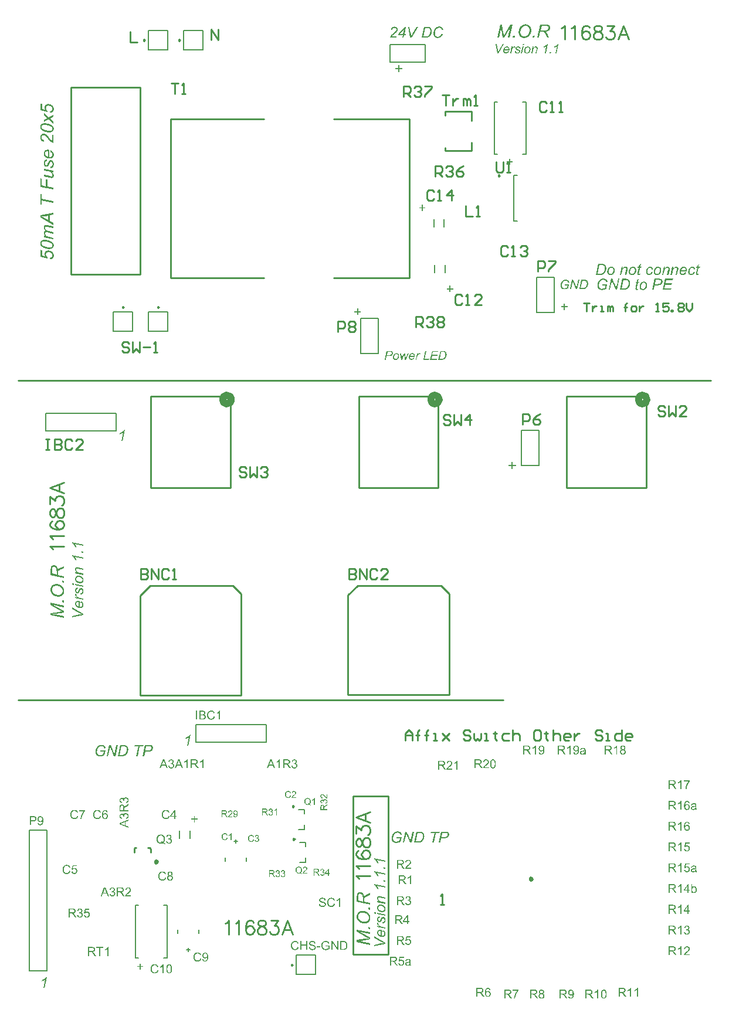
<source format=gto>
G04*
G04 #@! TF.GenerationSoftware,Altium Limited,CircuitStudio,1.5.2 (30)*
G04*
G04 Layer_Color=15065295*
%FSLAX25Y25*%
%MOIN*%
G70*
G01*
G75*
%ADD27C,0.03937*%
%ADD29C,0.01000*%
%ADD52C,0.00984*%
%ADD53C,0.01969*%
%ADD54C,0.00787*%
G36*
X246122Y410713D02*
X247569D01*
Y410102D01*
X246122D01*
Y408661D01*
X245514D01*
Y410102D01*
X244074D01*
Y410713D01*
X245514D01*
Y412153D01*
X246122D01*
Y410713D01*
D02*
G37*
G36*
X230374Y456776D02*
X231821D01*
Y456165D01*
X230374D01*
Y454724D01*
X229766D01*
Y456165D01*
X228326D01*
Y456776D01*
X229766D01*
Y458216D01*
X230374D01*
Y456776D01*
D02*
G37*
G36*
X280014Y482821D02*
X281386D01*
Y482238D01*
X280014D01*
Y480866D01*
X279435D01*
Y482238D01*
X278056D01*
Y482821D01*
X279435D01*
Y484193D01*
X280014D01*
Y482821D01*
D02*
G37*
G36*
X217010Y535947D02*
X218726D01*
Y535224D01*
X217010D01*
Y533499D01*
X216282D01*
Y535224D01*
X214567D01*
Y535947D01*
X216282D01*
Y537663D01*
X217010D01*
Y535947D01*
D02*
G37*
G36*
X281508Y310317D02*
X283233D01*
Y309589D01*
X281508D01*
Y307874D01*
X280785D01*
Y309589D01*
X279069D01*
Y310317D01*
X280785D01*
Y312033D01*
X281508D01*
Y310317D01*
D02*
G37*
G36*
X239066Y374545D02*
X236074D01*
X235743Y372972D01*
X238677D01*
X238557Y372401D01*
X235627D01*
X235259Y370650D01*
X238447D01*
X238327Y370079D01*
X234473D01*
X235525Y375116D01*
X239187D01*
X239066Y374545D01*
D02*
G37*
G36*
X231353Y370650D02*
X233948D01*
X233828Y370079D01*
X230560D01*
X231612Y375116D01*
X232285D01*
X231353Y370650D01*
D02*
G37*
G36*
X241880Y375113D02*
X241935D01*
X241993Y375109D01*
X242055Y375106D01*
X242190Y375098D01*
X242328Y375084D01*
X242397Y375073D01*
X242462Y375062D01*
X242521Y375051D01*
X242579Y375036D01*
X242583D01*
X242597Y375033D01*
X242619Y375026D01*
X242648Y375015D01*
X242685Y375004D01*
X242724Y374989D01*
X242772Y374971D01*
X242823Y374949D01*
X242932Y374898D01*
X243049Y374833D01*
X243110Y374793D01*
X243169Y374749D01*
X243227Y374705D01*
X243282Y374654D01*
X243285Y374651D01*
X243296Y374643D01*
X243311Y374625D01*
X243329Y374607D01*
X243354Y374578D01*
X243383Y374545D01*
X243412Y374509D01*
X243445Y374469D01*
X243482Y374421D01*
X243518Y374367D01*
X243554Y374312D01*
X243591Y374254D01*
X243627Y374188D01*
X243660Y374119D01*
X243722Y373973D01*
Y373970D01*
X243729Y373955D01*
X243737Y373934D01*
X243744Y373901D01*
X243758Y373864D01*
X243769Y373817D01*
X243784Y373766D01*
X243798Y373708D01*
X243809Y373642D01*
X243824Y373569D01*
X243838Y373497D01*
X243849Y373413D01*
X243857Y373329D01*
X243864Y373242D01*
X243871Y373056D01*
Y373049D01*
Y373031D01*
Y372998D01*
X243867Y372954D01*
X243864Y372900D01*
X243860Y372838D01*
X243857Y372769D01*
X243849Y372689D01*
X243838Y372605D01*
X243828Y372517D01*
X243809Y372427D01*
X243795Y372332D01*
X243773Y372234D01*
X243747Y372139D01*
X243718Y372041D01*
X243686Y371946D01*
X243682Y371939D01*
X243678Y371924D01*
X243667Y371899D01*
X243653Y371862D01*
X243635Y371819D01*
X243613Y371768D01*
X243587Y371713D01*
X243558Y371651D01*
X243525Y371582D01*
X243489Y371513D01*
X243405Y371367D01*
X243311Y371214D01*
X243205Y371069D01*
X243201Y371065D01*
X243191Y371051D01*
X243176Y371032D01*
X243154Y371007D01*
X243125Y370974D01*
X243092Y370938D01*
X243056Y370898D01*
X243016Y370854D01*
X242972Y370807D01*
X242921Y370759D01*
X242815Y370657D01*
X242703Y370563D01*
X242645Y370519D01*
X242583Y370476D01*
X242579Y370472D01*
X242568Y370465D01*
X242550Y370454D01*
X242524Y370439D01*
X242495Y370421D01*
X242455Y370403D01*
X242415Y370381D01*
X242364Y370355D01*
X242313Y370330D01*
X242251Y370304D01*
X242190Y370275D01*
X242120Y370250D01*
X242051Y370224D01*
X241975Y370199D01*
X241814Y370155D01*
X241811D01*
X241800Y370151D01*
X241782Y370148D01*
X241756Y370144D01*
X241723Y370137D01*
X241684Y370130D01*
X241636Y370122D01*
X241585Y370119D01*
X241527Y370111D01*
X241465Y370104D01*
X241400Y370097D01*
X241323Y370090D01*
X241247Y370086D01*
X241167Y370082D01*
X241079Y370079D01*
X239176D01*
X240224Y375116D01*
X241836D01*
X241880Y375113D01*
D02*
G37*
G36*
X228496Y373806D02*
X228514D01*
X228536Y373802D01*
X228590Y373792D01*
X228656Y373777D01*
X228736Y373751D01*
X228823Y373719D01*
X228922Y373675D01*
X228667Y373096D01*
X228660Y373100D01*
X228638Y373114D01*
X228605Y373133D01*
X228561Y373158D01*
X228510Y373180D01*
X228449Y373198D01*
X228383Y373213D01*
X228314Y373216D01*
X228299D01*
X228281Y373213D01*
X228256Y373209D01*
X228226Y373205D01*
X228194Y373198D01*
X228150Y373187D01*
X228106Y373169D01*
X228059Y373151D01*
X228004Y373125D01*
X227950Y373096D01*
X227891Y373060D01*
X227830Y373020D01*
X227768Y372969D01*
X227706Y372914D01*
X227640Y372849D01*
X227637Y372845D01*
X227626Y372831D01*
X227608Y372809D01*
X227582Y372776D01*
X227553Y372736D01*
X227520Y372685D01*
X227484Y372623D01*
X227444Y372550D01*
X227400Y372463D01*
X227357Y372368D01*
X227309Y372263D01*
X227266Y372143D01*
X227218Y372012D01*
X227174Y371866D01*
X227134Y371709D01*
X227094Y371538D01*
X226789Y370079D01*
X226199D01*
X226963Y373730D01*
X227517D01*
X227357Y372980D01*
X227360Y372984D01*
X227371Y372998D01*
X227386Y373020D01*
X227407Y373049D01*
X227433Y373085D01*
X227462Y373125D01*
X227495Y373169D01*
X227535Y373216D01*
X227619Y373318D01*
X227713Y373424D01*
X227812Y373522D01*
X227862Y373566D01*
X227913Y373606D01*
X227917Y373609D01*
X227924Y373613D01*
X227939Y373624D01*
X227961Y373639D01*
X227986Y373653D01*
X228015Y373671D01*
X228048Y373690D01*
X228084Y373708D01*
X228165Y373744D01*
X228259Y373777D01*
X228358Y373802D01*
X228412Y373806D01*
X228463Y373810D01*
X228481D01*
X228496Y373806D01*
D02*
G37*
G36*
X220644Y370079D02*
X220000D01*
X219865Y372219D01*
Y372223D01*
Y372230D01*
Y372241D01*
X219862Y372259D01*
Y372281D01*
Y372314D01*
X219858Y372346D01*
Y372390D01*
X219854Y372441D01*
Y372496D01*
X219851Y372558D01*
X219847Y372630D01*
Y372710D01*
X219844Y372798D01*
Y372892D01*
X219840Y372998D01*
Y372994D01*
X219833Y372980D01*
X219825Y372962D01*
X219814Y372933D01*
X219800Y372900D01*
X219785Y372860D01*
X219767Y372812D01*
X219745Y372758D01*
X219720Y372703D01*
X219694Y372641D01*
X219669Y372576D01*
X219640Y372507D01*
X219574Y372357D01*
X219505Y372201D01*
X218544Y370079D01*
X217893D01*
X217510Y373730D01*
X218107D01*
X218271Y372088D01*
X218333Y371167D01*
Y371164D01*
Y371145D01*
X218337Y371116D01*
X218340Y371076D01*
Y371051D01*
X218344Y371018D01*
Y370985D01*
X218348Y370949D01*
X218351Y370905D01*
Y370858D01*
X218355Y370807D01*
X218358Y370752D01*
Y370756D01*
X218362Y370767D01*
X218369Y370785D01*
X218377Y370810D01*
X218384Y370840D01*
X218395Y370872D01*
X218406Y370909D01*
X218420Y370949D01*
X218446Y371036D01*
X218478Y371123D01*
X218508Y371211D01*
X218518Y371251D01*
X218533Y371287D01*
Y371291D01*
X218537Y371294D01*
X218540Y371305D01*
X218548Y371324D01*
X218555Y371342D01*
X218562Y371364D01*
X218573Y371393D01*
X218588Y371426D01*
X218602Y371462D01*
X218620Y371502D01*
X218639Y371546D01*
X218657Y371593D01*
X218679Y371644D01*
X218704Y371698D01*
X218730Y371760D01*
X218759Y371822D01*
X219632Y373730D01*
X220309D01*
X220426Y371902D01*
Y371899D01*
Y371884D01*
X220429Y371859D01*
Y371826D01*
X220433Y371786D01*
X220437Y371735D01*
Y371673D01*
X220441Y371607D01*
X220444Y371531D01*
X220448Y371447D01*
X220451Y371356D01*
X220455Y371258D01*
Y371152D01*
X220459Y371040D01*
X220462Y370920D01*
Y370792D01*
X220466Y370799D01*
X220470Y370814D01*
X220480Y370840D01*
X220495Y370876D01*
X220513Y370923D01*
X220539Y370982D01*
X220564Y371047D01*
X220597Y371127D01*
X220633Y371211D01*
X220673Y371309D01*
X220721Y371411D01*
X220772Y371528D01*
X220826Y371648D01*
X220888Y371782D01*
X220954Y371921D01*
X221023Y372070D01*
X221806Y373730D01*
X222431D01*
X220644Y370079D01*
D02*
G37*
G36*
X86113Y100052D02*
X86149D01*
X86193Y100045D01*
X86240Y100041D01*
X86291Y100034D01*
X86349Y100023D01*
X86407Y100012D01*
X86535Y99980D01*
X86604Y99961D01*
X86669Y99936D01*
X86735Y99910D01*
X86800Y99878D01*
X86804Y99874D01*
X86815Y99870D01*
X86833Y99859D01*
X86859Y99845D01*
X86888Y99827D01*
X86921Y99805D01*
X86957Y99779D01*
X86997Y99750D01*
X87084Y99681D01*
X87172Y99597D01*
X87256Y99503D01*
X87296Y99448D01*
X87332Y99393D01*
X87336Y99390D01*
X87339Y99379D01*
X87350Y99364D01*
X87361Y99339D01*
X87376Y99313D01*
X87390Y99277D01*
X87408Y99241D01*
X87427Y99197D01*
X87441Y99150D01*
X87459Y99102D01*
X87489Y98993D01*
X87510Y98873D01*
X87514Y98811D01*
X87518Y98746D01*
Y98742D01*
Y98731D01*
Y98713D01*
X87514Y98691D01*
Y98662D01*
X87507Y98629D01*
X87503Y98589D01*
X87496Y98549D01*
X87474Y98454D01*
X87441Y98356D01*
X87423Y98305D01*
X87397Y98251D01*
X87372Y98200D01*
X87339Y98149D01*
X87336Y98145D01*
X87332Y98138D01*
X87321Y98123D01*
X87306Y98105D01*
X87288Y98083D01*
X87266Y98058D01*
X87241Y98028D01*
X87208Y97996D01*
X87175Y97963D01*
X87135Y97930D01*
X87095Y97894D01*
X87048Y97857D01*
X86997Y97825D01*
X86942Y97788D01*
X86884Y97755D01*
X86822Y97726D01*
X86826D01*
X86841Y97723D01*
X86866Y97715D01*
X86895Y97704D01*
X86935Y97694D01*
X86979Y97675D01*
X87026Y97657D01*
X87077Y97632D01*
X87132Y97606D01*
X87190Y97574D01*
X87248Y97541D01*
X87306Y97501D01*
X87361Y97457D01*
X87416Y97410D01*
X87470Y97355D01*
X87518Y97297D01*
X87521Y97293D01*
X87529Y97282D01*
X87539Y97264D01*
X87558Y97239D01*
X87576Y97206D01*
X87598Y97169D01*
X87620Y97126D01*
X87641Y97075D01*
X87663Y97017D01*
X87689Y96955D01*
X87707Y96889D01*
X87725Y96816D01*
X87743Y96740D01*
X87754Y96660D01*
X87761Y96576D01*
X87765Y96485D01*
Y96478D01*
Y96456D01*
X87761Y96420D01*
X87758Y96376D01*
X87751Y96318D01*
X87740Y96252D01*
X87725Y96179D01*
X87703Y96099D01*
X87678Y96012D01*
X87649Y95925D01*
X87609Y95830D01*
X87561Y95735D01*
X87507Y95641D01*
X87441Y95546D01*
X87365Y95455D01*
X87281Y95368D01*
X87274Y95364D01*
X87259Y95349D01*
X87234Y95324D01*
X87194Y95295D01*
X87146Y95262D01*
X87092Y95222D01*
X87023Y95182D01*
X86950Y95138D01*
X86866Y95095D01*
X86771Y95055D01*
X86673Y95015D01*
X86564Y94982D01*
X86451Y94953D01*
X86327Y94927D01*
X86200Y94913D01*
X86065Y94909D01*
X86036D01*
X86000Y94913D01*
X85956Y94916D01*
X85898Y94920D01*
X85832Y94931D01*
X85760Y94942D01*
X85679Y94960D01*
X85596Y94978D01*
X85505Y95004D01*
X85414Y95036D01*
X85319Y95076D01*
X85228Y95120D01*
X85137Y95171D01*
X85046Y95233D01*
X84962Y95302D01*
X84959Y95306D01*
X84944Y95320D01*
X84922Y95342D01*
X84893Y95375D01*
X84860Y95415D01*
X84820Y95462D01*
X84780Y95517D01*
X84737Y95579D01*
X84693Y95648D01*
X84649Y95728D01*
X84609Y95812D01*
X84569Y95903D01*
X84536Y96001D01*
X84504Y96103D01*
X84482Y96212D01*
X84467Y96329D01*
X85086Y96412D01*
Y96405D01*
X85090Y96390D01*
X85097Y96361D01*
X85108Y96325D01*
X85119Y96281D01*
X85133Y96234D01*
X85152Y96179D01*
X85170Y96121D01*
X85221Y95994D01*
X85283Y95870D01*
X85319Y95808D01*
X85359Y95750D01*
X85399Y95699D01*
X85446Y95652D01*
X85450Y95648D01*
X85457Y95641D01*
X85472Y95630D01*
X85494Y95615D01*
X85516Y95597D01*
X85548Y95579D01*
X85581Y95557D01*
X85621Y95539D01*
X85665Y95517D01*
X85712Y95495D01*
X85763Y95477D01*
X85818Y95459D01*
X85876Y95444D01*
X85938Y95433D01*
X86000Y95426D01*
X86069Y95422D01*
X86087D01*
X86113Y95426D01*
X86142D01*
X86182Y95433D01*
X86225Y95437D01*
X86273Y95448D01*
X86327Y95459D01*
X86382Y95477D01*
X86444Y95495D01*
X86506Y95521D01*
X86568Y95550D01*
X86629Y95586D01*
X86691Y95626D01*
X86750Y95670D01*
X86808Y95724D01*
X86811Y95728D01*
X86822Y95739D01*
X86837Y95754D01*
X86855Y95779D01*
X86877Y95808D01*
X86902Y95845D01*
X86932Y95885D01*
X86961Y95932D01*
X86986Y95983D01*
X87015Y96041D01*
X87041Y96099D01*
X87063Y96168D01*
X87081Y96238D01*
X87095Y96310D01*
X87106Y96390D01*
X87110Y96471D01*
Y96474D01*
Y96489D01*
Y96511D01*
X87106Y96543D01*
X87103Y96576D01*
X87095Y96620D01*
X87088Y96667D01*
X87073Y96718D01*
X87059Y96773D01*
X87041Y96831D01*
X87019Y96889D01*
X86993Y96947D01*
X86961Y97006D01*
X86921Y97064D01*
X86881Y97119D01*
X86830Y97173D01*
X86826Y97177D01*
X86819Y97184D01*
X86800Y97199D01*
X86779Y97217D01*
X86753Y97239D01*
X86720Y97260D01*
X86680Y97286D01*
X86637Y97311D01*
X86589Y97337D01*
X86535Y97362D01*
X86477Y97384D01*
X86415Y97406D01*
X86349Y97424D01*
X86276Y97439D01*
X86204Y97446D01*
X86124Y97450D01*
X86091D01*
X86054Y97446D01*
X86003Y97442D01*
X85938Y97435D01*
X85865Y97421D01*
X85781Y97406D01*
X85687Y97384D01*
X85756Y97927D01*
X85767D01*
X85778Y97923D01*
X85792D01*
X85825Y97919D01*
X85894D01*
X85920Y97923D01*
X85956Y97927D01*
X85996Y97930D01*
X86040Y97938D01*
X86091Y97945D01*
X86145Y97956D01*
X86200Y97970D01*
X86320Y98007D01*
X86382Y98028D01*
X86444Y98058D01*
X86506Y98087D01*
X86564Y98123D01*
X86568Y98127D01*
X86579Y98134D01*
X86593Y98145D01*
X86615Y98163D01*
X86637Y98185D01*
X86666Y98211D01*
X86691Y98243D01*
X86724Y98280D01*
X86753Y98323D01*
X86782Y98371D01*
X86808Y98422D01*
X86830Y98480D01*
X86852Y98542D01*
X86866Y98611D01*
X86877Y98684D01*
X86881Y98760D01*
Y98764D01*
Y98775D01*
Y98793D01*
X86877Y98818D01*
X86873Y98844D01*
X86870Y98880D01*
X86862Y98917D01*
X86852Y98957D01*
X86822Y99044D01*
X86804Y99091D01*
X86782Y99139D01*
X86757Y99186D01*
X86724Y99233D01*
X86688Y99277D01*
X86648Y99321D01*
X86644Y99324D01*
X86637Y99332D01*
X86626Y99343D01*
X86608Y99357D01*
X86582Y99372D01*
X86557Y99393D01*
X86524Y99412D01*
X86488Y99433D01*
X86447Y99455D01*
X86404Y99474D01*
X86353Y99495D01*
X86302Y99510D01*
X86244Y99524D01*
X86185Y99535D01*
X86120Y99543D01*
X86054Y99546D01*
X86018D01*
X85996Y99543D01*
X85963Y99539D01*
X85927Y99535D01*
X85887Y99528D01*
X85843Y99517D01*
X85749Y99492D01*
X85701Y99474D01*
X85650Y99448D01*
X85599Y99423D01*
X85548Y99393D01*
X85501Y99357D01*
X85454Y99317D01*
X85450Y99313D01*
X85443Y99306D01*
X85432Y99292D01*
X85414Y99273D01*
X85395Y99252D01*
X85374Y99222D01*
X85352Y99186D01*
X85326Y99150D01*
X85301Y99102D01*
X85275Y99051D01*
X85246Y98997D01*
X85224Y98935D01*
X85199Y98869D01*
X85181Y98800D01*
X85163Y98724D01*
X85148Y98640D01*
X84529Y98749D01*
Y98753D01*
Y98756D01*
X84536Y98778D01*
X84544Y98807D01*
X84555Y98851D01*
X84569Y98906D01*
X84587Y98964D01*
X84609Y99029D01*
X84635Y99102D01*
X84667Y99179D01*
X84704Y99259D01*
X84748Y99339D01*
X84795Y99419D01*
X84846Y99499D01*
X84904Y99576D01*
X84970Y99648D01*
X85042Y99714D01*
X85046Y99717D01*
X85061Y99728D01*
X85082Y99747D01*
X85115Y99768D01*
X85155Y99794D01*
X85203Y99823D01*
X85257Y99852D01*
X85319Y99885D01*
X85388Y99918D01*
X85465Y99947D01*
X85545Y99976D01*
X85632Y100001D01*
X85727Y100023D01*
X85829Y100041D01*
X85934Y100052D01*
X86043Y100056D01*
X86083D01*
X86113Y100052D01*
D02*
G37*
G36*
X81479Y100121D02*
X81526D01*
X81588Y100114D01*
X81661Y100107D01*
X81741Y100096D01*
X81828Y100085D01*
X81923Y100067D01*
X82025Y100045D01*
X82130Y100016D01*
X82236Y99987D01*
X82345Y99947D01*
X82454Y99903D01*
X82564Y99852D01*
X82669Y99794D01*
X82676Y99790D01*
X82695Y99779D01*
X82724Y99761D01*
X82760Y99732D01*
X82807Y99699D01*
X82862Y99659D01*
X82920Y99608D01*
X82986Y99554D01*
X83055Y99492D01*
X83124Y99423D01*
X83197Y99346D01*
X83266Y99262D01*
X83335Y99171D01*
X83404Y99077D01*
X83466Y98975D01*
X83525Y98866D01*
X83528Y98858D01*
X83539Y98840D01*
X83554Y98807D01*
X83572Y98760D01*
X83594Y98706D01*
X83619Y98636D01*
X83645Y98560D01*
X83674Y98473D01*
X83699Y98378D01*
X83725Y98276D01*
X83750Y98163D01*
X83772Y98047D01*
X83794Y97923D01*
X83808Y97795D01*
X83816Y97661D01*
X83819Y97522D01*
Y97515D01*
Y97493D01*
Y97461D01*
X83816Y97417D01*
X83812Y97362D01*
X83808Y97300D01*
X83805Y97228D01*
X83798Y97148D01*
X83787Y97064D01*
X83772Y96977D01*
X83758Y96882D01*
X83739Y96787D01*
X83717Y96689D01*
X83692Y96594D01*
X83663Y96496D01*
X83630Y96401D01*
X83626Y96394D01*
X83623Y96380D01*
X83612Y96354D01*
X83594Y96318D01*
X83575Y96274D01*
X83550Y96227D01*
X83521Y96168D01*
X83488Y96110D01*
X83448Y96045D01*
X83408Y95976D01*
X83361Y95903D01*
X83310Y95830D01*
X83255Y95757D01*
X83193Y95684D01*
X83128Y95612D01*
X83059Y95542D01*
X83062Y95539D01*
X83080Y95528D01*
X83102Y95513D01*
X83139Y95491D01*
X83179Y95462D01*
X83226Y95433D01*
X83281Y95400D01*
X83339Y95364D01*
X83404Y95328D01*
X83470Y95288D01*
X83615Y95208D01*
X83765Y95135D01*
X83841Y95102D01*
X83914Y95073D01*
X83717Y94611D01*
X83710Y94614D01*
X83692Y94621D01*
X83663Y94632D01*
X83623Y94647D01*
X83575Y94669D01*
X83517Y94694D01*
X83452Y94727D01*
X83379Y94760D01*
X83299Y94803D01*
X83215Y94847D01*
X83124Y94898D01*
X83033Y94953D01*
X82935Y95015D01*
X82837Y95080D01*
X82738Y95149D01*
X82636Y95226D01*
X82629Y95222D01*
X82611Y95211D01*
X82582Y95197D01*
X82538Y95178D01*
X82487Y95153D01*
X82422Y95127D01*
X82352Y95098D01*
X82272Y95073D01*
X82185Y95044D01*
X82087Y95015D01*
X81985Y94989D01*
X81879Y94964D01*
X81763Y94945D01*
X81646Y94931D01*
X81526Y94920D01*
X81399Y94916D01*
X81370D01*
X81333Y94920D01*
X81282D01*
X81224Y94927D01*
X81151Y94934D01*
X81075Y94945D01*
X80987Y94956D01*
X80893Y94974D01*
X80795Y94996D01*
X80693Y95022D01*
X80587Y95055D01*
X80478Y95091D01*
X80372Y95135D01*
X80263Y95186D01*
X80158Y95244D01*
X80150Y95248D01*
X80132Y95258D01*
X80103Y95280D01*
X80067Y95306D01*
X80019Y95338D01*
X79965Y95379D01*
X79906Y95429D01*
X79841Y95484D01*
X79772Y95546D01*
X79703Y95615D01*
X79633Y95692D01*
X79561Y95775D01*
X79491Y95866D01*
X79422Y95961D01*
X79357Y96063D01*
X79299Y96172D01*
X79295Y96179D01*
X79288Y96198D01*
X79269Y96234D01*
X79251Y96278D01*
X79229Y96332D01*
X79204Y96401D01*
X79178Y96478D01*
X79149Y96565D01*
X79120Y96660D01*
X79095Y96762D01*
X79069Y96875D01*
X79047Y96991D01*
X79029Y97115D01*
X79015Y97246D01*
X79004Y97381D01*
X79000Y97519D01*
Y97522D01*
Y97526D01*
Y97537D01*
Y97552D01*
Y97570D01*
X79004Y97592D01*
Y97646D01*
X79011Y97708D01*
X79015Y97785D01*
X79026Y97872D01*
X79036Y97967D01*
X79055Y98068D01*
X79073Y98178D01*
X79098Y98287D01*
X79127Y98403D01*
X79164Y98520D01*
X79204Y98640D01*
X79247Y98756D01*
X79302Y98873D01*
X79306Y98880D01*
X79317Y98898D01*
X79335Y98931D01*
X79357Y98975D01*
X79390Y99026D01*
X79426Y99084D01*
X79473Y99150D01*
X79524Y99219D01*
X79582Y99292D01*
X79644Y99368D01*
X79713Y99448D01*
X79794Y99524D01*
X79874Y99601D01*
X79965Y99674D01*
X80059Y99743D01*
X80161Y99805D01*
X80168Y99808D01*
X80187Y99819D01*
X80216Y99834D01*
X80259Y99856D01*
X80314Y99878D01*
X80376Y99907D01*
X80445Y99936D01*
X80529Y99965D01*
X80616Y99994D01*
X80711Y100023D01*
X80816Y100052D01*
X80926Y100074D01*
X81038Y100096D01*
X81159Y100111D01*
X81282Y100121D01*
X81410Y100125D01*
X81442D01*
X81479Y100121D01*
D02*
G37*
G36*
X183334Y59055D02*
X182715D01*
Y62994D01*
X182711Y62990D01*
X182704Y62983D01*
X182693Y62972D01*
X182675Y62957D01*
X182653Y62939D01*
X182624Y62914D01*
X182591Y62888D01*
X182558Y62859D01*
X182515Y62830D01*
X182471Y62793D01*
X182424Y62761D01*
X182373Y62721D01*
X182315Y62684D01*
X182256Y62644D01*
X182125Y62564D01*
X182122Y62560D01*
X182111Y62553D01*
X182089Y62542D01*
X182063Y62531D01*
X182034Y62513D01*
X181998Y62491D01*
X181954Y62469D01*
X181911Y62444D01*
X181809Y62393D01*
X181699Y62342D01*
X181587Y62291D01*
X181477Y62247D01*
Y62844D01*
X181485Y62848D01*
X181499Y62855D01*
X181528Y62870D01*
X181565Y62888D01*
X181608Y62910D01*
X181663Y62939D01*
X181721Y62972D01*
X181783Y63008D01*
X181852Y63052D01*
X181925Y63095D01*
X182078Y63197D01*
X182234Y63310D01*
X182384Y63434D01*
X182387Y63438D01*
X182402Y63449D01*
X182420Y63467D01*
X182446Y63492D01*
X182478Y63525D01*
X182515Y63561D01*
X182555Y63605D01*
X182598Y63649D01*
X182642Y63700D01*
X182689Y63754D01*
X182780Y63867D01*
X182864Y63987D01*
X182901Y64049D01*
X182933Y64111D01*
X183334D01*
Y59055D01*
D02*
G37*
G36*
X173313Y64177D02*
X173360D01*
X173418Y64169D01*
X173480Y64166D01*
X173553Y64158D01*
X173626Y64148D01*
X173706Y64137D01*
X173870Y64104D01*
X173957Y64082D01*
X174041Y64060D01*
X174125Y64031D01*
X174205Y63998D01*
X174208Y63995D01*
X174223Y63991D01*
X174245Y63980D01*
X174274Y63965D01*
X174310Y63947D01*
X174350Y63922D01*
X174398Y63896D01*
X174445Y63864D01*
X174499Y63831D01*
X174550Y63791D01*
X174605Y63747D01*
X174660Y63700D01*
X174714Y63649D01*
X174765Y63591D01*
X174816Y63532D01*
X174860Y63467D01*
X174863Y63463D01*
X174871Y63452D01*
X174882Y63430D01*
X174896Y63405D01*
X174914Y63372D01*
X174936Y63332D01*
X174954Y63288D01*
X174980Y63238D01*
X175002Y63183D01*
X175024Y63121D01*
X175045Y63055D01*
X175064Y62986D01*
X175082Y62914D01*
X175096Y62837D01*
X175104Y62757D01*
X175111Y62677D01*
X174470Y62630D01*
Y62637D01*
X174467Y62651D01*
X174463Y62677D01*
X174456Y62710D01*
X174449Y62746D01*
X174438Y62793D01*
X174423Y62844D01*
X174405Y62899D01*
X174387Y62957D01*
X174361Y63015D01*
X174332Y63074D01*
X174299Y63136D01*
X174263Y63194D01*
X174219Y63248D01*
X174172Y63303D01*
X174121Y63350D01*
X174117Y63354D01*
X174106Y63361D01*
X174092Y63372D01*
X174066Y63390D01*
X174033Y63409D01*
X173997Y63427D01*
X173953Y63449D01*
X173902Y63474D01*
X173844Y63496D01*
X173779Y63518D01*
X173706Y63536D01*
X173629Y63558D01*
X173542Y63572D01*
X173451Y63583D01*
X173353Y63591D01*
X173247Y63594D01*
X173189D01*
X173149Y63591D01*
X173098Y63587D01*
X173043Y63583D01*
X172978Y63576D01*
X172912Y63565D01*
X172767Y63540D01*
X172694Y63521D01*
X172621Y63500D01*
X172552Y63474D01*
X172483Y63445D01*
X172421Y63412D01*
X172366Y63372D01*
X172363Y63368D01*
X172355Y63361D01*
X172341Y63350D01*
X172323Y63332D01*
X172304Y63310D01*
X172279Y63285D01*
X172257Y63256D01*
X172232Y63223D01*
X172206Y63187D01*
X172181Y63143D01*
X172137Y63052D01*
X172119Y63004D01*
X172104Y62950D01*
X172097Y62895D01*
X172093Y62837D01*
Y62833D01*
Y62826D01*
Y62812D01*
X172097Y62793D01*
X172101Y62768D01*
X172104Y62742D01*
X172119Y62681D01*
X172141Y62608D01*
X172174Y62535D01*
X172195Y62495D01*
X172224Y62458D01*
X172254Y62422D01*
X172286Y62389D01*
X172290Y62386D01*
X172297Y62382D01*
X172308Y62371D01*
X172330Y62360D01*
X172355Y62342D01*
X172392Y62324D01*
X172432Y62302D01*
X172483Y62277D01*
X172545Y62251D01*
X172614Y62222D01*
X172698Y62193D01*
X172789Y62160D01*
X172894Y62127D01*
X173011Y62094D01*
X173142Y62062D01*
X173287Y62025D01*
X173291D01*
X173298Y62022D01*
X173309D01*
X173324Y62018D01*
X173342Y62014D01*
X173364Y62007D01*
X173418Y61996D01*
X173484Y61978D01*
X173560Y61960D01*
X173644Y61942D01*
X173731Y61916D01*
X173917Y61869D01*
X174008Y61843D01*
X174099Y61814D01*
X174186Y61789D01*
X174267Y61760D01*
X174339Y61734D01*
X174401Y61709D01*
X174405Y61705D01*
X174419Y61698D01*
X174445Y61687D01*
X174474Y61672D01*
X174510Y61650D01*
X174550Y61629D01*
X174598Y61599D01*
X174649Y61567D01*
X174700Y61534D01*
X174754Y61494D01*
X174863Y61407D01*
X174965Y61305D01*
X175009Y61250D01*
X175053Y61192D01*
X175056Y61188D01*
X175064Y61177D01*
X175071Y61159D01*
X175085Y61137D01*
X175100Y61108D01*
X175118Y61072D01*
X175140Y61032D01*
X175158Y60988D01*
X175177Y60937D01*
X175198Y60882D01*
X175216Y60824D01*
X175231Y60759D01*
X175246Y60693D01*
X175257Y60624D01*
X175260Y60555D01*
X175264Y60478D01*
Y60475D01*
Y60460D01*
Y60438D01*
X175260Y60409D01*
X175257Y60373D01*
X175253Y60333D01*
X175246Y60285D01*
X175235Y60231D01*
X175224Y60176D01*
X175206Y60114D01*
X175187Y60053D01*
X175166Y59987D01*
X175140Y59921D01*
X175107Y59852D01*
X175071Y59787D01*
X175031Y59718D01*
X175027Y59714D01*
X175020Y59703D01*
X175005Y59685D01*
X174987Y59659D01*
X174965Y59630D01*
X174936Y59594D01*
X174904Y59557D01*
X174863Y59517D01*
X174820Y59474D01*
X174769Y59430D01*
X174714Y59383D01*
X174656Y59335D01*
X174594Y59292D01*
X174525Y59248D01*
X174452Y59208D01*
X174372Y59168D01*
X174368Y59164D01*
X174354Y59161D01*
X174328Y59150D01*
X174296Y59139D01*
X174256Y59124D01*
X174208Y59106D01*
X174154Y59088D01*
X174092Y59070D01*
X174023Y59052D01*
X173946Y59033D01*
X173866Y59019D01*
X173782Y59000D01*
X173695Y58990D01*
X173600Y58979D01*
X173502Y58975D01*
X173404Y58971D01*
X173338D01*
X173291Y58975D01*
X173233Y58979D01*
X173164Y58982D01*
X173087Y58990D01*
X173003Y58997D01*
X172916Y59008D01*
X172825Y59019D01*
X172632Y59055D01*
X172534Y59077D01*
X172439Y59102D01*
X172345Y59135D01*
X172257Y59168D01*
X172254Y59172D01*
X172235Y59179D01*
X172213Y59190D01*
X172181Y59204D01*
X172141Y59226D01*
X172097Y59252D01*
X172046Y59284D01*
X171995Y59317D01*
X171937Y59357D01*
X171879Y59401D01*
X171817Y59452D01*
X171758Y59506D01*
X171697Y59565D01*
X171638Y59627D01*
X171584Y59696D01*
X171533Y59769D01*
X171529Y59772D01*
X171522Y59787D01*
X171507Y59809D01*
X171493Y59838D01*
X171471Y59878D01*
X171449Y59921D01*
X171424Y59972D01*
X171402Y60031D01*
X171376Y60096D01*
X171351Y60165D01*
X171329Y60242D01*
X171307Y60318D01*
X171289Y60402D01*
X171274Y60489D01*
X171264Y60580D01*
X171260Y60675D01*
X171890Y60729D01*
Y60726D01*
X171893Y60711D01*
Y60693D01*
X171900Y60668D01*
X171904Y60635D01*
X171911Y60595D01*
X171922Y60555D01*
X171933Y60508D01*
X171959Y60409D01*
X171995Y60304D01*
X172039Y60202D01*
X172093Y60103D01*
X172097Y60100D01*
X172101Y60093D01*
X172112Y60082D01*
X172126Y60063D01*
X172141Y60042D01*
X172163Y60020D01*
X172188Y59994D01*
X172217Y59965D01*
X172250Y59936D01*
X172290Y59903D01*
X172330Y59870D01*
X172377Y59838D01*
X172425Y59805D01*
X172479Y59772D01*
X172538Y59743D01*
X172599Y59714D01*
X172603D01*
X172614Y59707D01*
X172636Y59699D01*
X172661Y59692D01*
X172694Y59681D01*
X172730Y59667D01*
X172778Y59652D01*
X172825Y59641D01*
X172880Y59627D01*
X172942Y59612D01*
X173003Y59601D01*
X173073Y59587D01*
X173218Y59572D01*
X173375Y59565D01*
X173411D01*
X173440Y59568D01*
X173473D01*
X173509Y59572D01*
X173553Y59576D01*
X173600Y59579D01*
X173706Y59594D01*
X173819Y59612D01*
X173932Y59641D01*
X174044Y59678D01*
X174048D01*
X174059Y59681D01*
X174074Y59689D01*
X174092Y59699D01*
X174117Y59710D01*
X174143Y59725D01*
X174208Y59758D01*
X174277Y59801D01*
X174350Y59856D01*
X174419Y59918D01*
X174478Y59987D01*
Y59991D01*
X174485Y59998D01*
X174492Y60009D01*
X174499Y60023D01*
X174510Y60042D01*
X174525Y60063D01*
X174550Y60118D01*
X174576Y60180D01*
X174601Y60253D01*
X174616Y60336D01*
X174623Y60420D01*
Y60424D01*
Y60431D01*
Y60442D01*
X174620Y60460D01*
Y60482D01*
X174616Y60504D01*
X174605Y60562D01*
X174590Y60624D01*
X174565Y60693D01*
X174529Y60762D01*
X174481Y60831D01*
Y60835D01*
X174474Y60839D01*
X174456Y60861D01*
X174419Y60893D01*
X174398Y60915D01*
X174372Y60937D01*
X174343Y60959D01*
X174310Y60984D01*
X174274Y61010D01*
X174230Y61035D01*
X174186Y61061D01*
X174135Y61086D01*
X174084Y61108D01*
X174026Y61134D01*
X174023D01*
X174015Y61137D01*
X174004Y61141D01*
X173983Y61148D01*
X173957Y61155D01*
X173928Y61166D01*
X173888Y61177D01*
X173841Y61192D01*
X173782Y61210D01*
X173721Y61228D01*
X173648Y61246D01*
X173564Y61268D01*
X173473Y61294D01*
X173367Y61319D01*
X173255Y61348D01*
X173131Y61377D01*
X173127D01*
X173124Y61381D01*
X173113D01*
X173102Y61385D01*
X173065Y61396D01*
X173018Y61407D01*
X172963Y61421D01*
X172898Y61439D01*
X172825Y61458D01*
X172752Y61479D01*
X172592Y61527D01*
X172432Y61581D01*
X172355Y61610D01*
X172283Y61639D01*
X172221Y61665D01*
X172163Y61694D01*
X172159Y61698D01*
X172148Y61701D01*
X172130Y61712D01*
X172104Y61727D01*
X172075Y61745D01*
X172039Y61771D01*
X172002Y61796D01*
X171959Y61825D01*
X171871Y61891D01*
X171784Y61971D01*
X171697Y62062D01*
X171660Y62113D01*
X171624Y62164D01*
X171620Y62167D01*
X171617Y62178D01*
X171609Y62193D01*
X171598Y62215D01*
X171584Y62240D01*
X171569Y62269D01*
X171555Y62306D01*
X171537Y62346D01*
X171522Y62393D01*
X171504Y62440D01*
X171478Y62546D01*
X171456Y62662D01*
X171453Y62724D01*
X171449Y62790D01*
Y62793D01*
Y62808D01*
Y62826D01*
X171453Y62855D01*
X171456Y62888D01*
X171460Y62928D01*
X171467Y62972D01*
X171475Y63023D01*
X171489Y63077D01*
X171500Y63132D01*
X171518Y63190D01*
X171540Y63252D01*
X171566Y63314D01*
X171595Y63376D01*
X171627Y63441D01*
X171664Y63503D01*
X171668Y63507D01*
X171675Y63518D01*
X171686Y63536D01*
X171704Y63558D01*
X171726Y63587D01*
X171755Y63616D01*
X171788Y63652D01*
X171824Y63689D01*
X171864Y63729D01*
X171911Y63773D01*
X171962Y63813D01*
X172021Y63856D01*
X172082Y63896D01*
X172148Y63936D01*
X172217Y63973D01*
X172294Y64006D01*
X172297Y64009D01*
X172312Y64013D01*
X172334Y64020D01*
X172366Y64035D01*
X172406Y64046D01*
X172450Y64060D01*
X172505Y64078D01*
X172567Y64093D01*
X172632Y64111D01*
X172701Y64126D01*
X172778Y64140D01*
X172858Y64155D01*
X172945Y64166D01*
X173032Y64173D01*
X173124Y64177D01*
X173218Y64180D01*
X173273D01*
X173313Y64177D01*
D02*
G37*
G36*
X178431D02*
X178485Y64173D01*
X178551Y64169D01*
X178624Y64158D01*
X178707Y64148D01*
X178802Y64133D01*
X178900Y64111D01*
X179002Y64086D01*
X179108Y64056D01*
X179213Y64016D01*
X179319Y63973D01*
X179428Y63922D01*
X179530Y63864D01*
X179628Y63794D01*
X179636Y63791D01*
X179650Y63776D01*
X179679Y63754D01*
X179712Y63722D01*
X179756Y63685D01*
X179803Y63634D01*
X179854Y63580D01*
X179912Y63514D01*
X179970Y63441D01*
X180032Y63361D01*
X180090Y63270D01*
X180149Y63176D01*
X180207Y63070D01*
X180258Y62957D01*
X180309Y62837D01*
X180349Y62710D01*
X179694Y62557D01*
X179690Y62564D01*
X179686Y62582D01*
X179675Y62608D01*
X179661Y62648D01*
X179643Y62691D01*
X179621Y62742D01*
X179592Y62801D01*
X179563Y62863D01*
X179530Y62928D01*
X179490Y62994D01*
X179450Y63059D01*
X179402Y63128D01*
X179352Y63190D01*
X179301Y63252D01*
X179242Y63307D01*
X179181Y63358D01*
X179177Y63361D01*
X179166Y63368D01*
X179148Y63379D01*
X179122Y63398D01*
X179089Y63416D01*
X179049Y63438D01*
X179002Y63459D01*
X178951Y63485D01*
X178893Y63507D01*
X178831Y63529D01*
X178762Y63551D01*
X178689Y63569D01*
X178609Y63587D01*
X178525Y63598D01*
X178438Y63605D01*
X178343Y63609D01*
X178289D01*
X178249Y63605D01*
X178198Y63601D01*
X178139Y63594D01*
X178074Y63587D01*
X178005Y63572D01*
X177928Y63558D01*
X177852Y63540D01*
X177772Y63518D01*
X177688Y63492D01*
X177608Y63459D01*
X177528Y63420D01*
X177448Y63379D01*
X177371Y63328D01*
X177368Y63325D01*
X177353Y63318D01*
X177335Y63299D01*
X177310Y63278D01*
X177277Y63248D01*
X177240Y63216D01*
X177200Y63176D01*
X177157Y63132D01*
X177113Y63081D01*
X177066Y63026D01*
X177022Y62964D01*
X176978Y62895D01*
X176935Y62826D01*
X176895Y62750D01*
X176858Y62670D01*
X176825Y62582D01*
Y62579D01*
X176818Y62560D01*
X176811Y62535D01*
X176800Y62502D01*
X176789Y62458D01*
X176774Y62408D01*
X176763Y62349D01*
X176749Y62284D01*
X176734Y62215D01*
X176720Y62138D01*
X176705Y62058D01*
X176694Y61974D01*
X176676Y61800D01*
X176672Y61709D01*
X176669Y61614D01*
Y61607D01*
Y61585D01*
Y61552D01*
X176672Y61505D01*
X176676Y61450D01*
X176680Y61385D01*
X176683Y61312D01*
X176691Y61235D01*
X176702Y61148D01*
X176713Y61057D01*
X176749Y60871D01*
X176767Y60773D01*
X176793Y60679D01*
X176822Y60584D01*
X176855Y60493D01*
X176858Y60489D01*
X176862Y60471D01*
X176873Y60449D01*
X176891Y60417D01*
X176909Y60376D01*
X176935Y60329D01*
X176964Y60278D01*
X176997Y60224D01*
X177036Y60169D01*
X177080Y60111D01*
X177128Y60049D01*
X177179Y59991D01*
X177237Y59932D01*
X177299Y59878D01*
X177364Y59827D01*
X177437Y59780D01*
X177441Y59776D01*
X177455Y59769D01*
X177477Y59758D01*
X177506Y59743D01*
X177542Y59725D01*
X177586Y59703D01*
X177637Y59685D01*
X177692Y59663D01*
X177754Y59637D01*
X177819Y59619D01*
X177892Y59597D01*
X177965Y59579D01*
X178045Y59565D01*
X178125Y59554D01*
X178209Y59547D01*
X178292Y59543D01*
X178318D01*
X178347Y59547D01*
X178387D01*
X178434Y59554D01*
X178489Y59561D01*
X178554Y59568D01*
X178620Y59583D01*
X178693Y59601D01*
X178769Y59623D01*
X178849Y59648D01*
X178929Y59678D01*
X179009Y59714D01*
X179089Y59758D01*
X179166Y59809D01*
X179242Y59863D01*
X179246Y59867D01*
X179261Y59878D01*
X179279Y59896D01*
X179304Y59925D01*
X179337Y59958D01*
X179373Y59998D01*
X179413Y60049D01*
X179454Y60103D01*
X179497Y60169D01*
X179541Y60238D01*
X179588Y60318D01*
X179628Y60406D01*
X179672Y60497D01*
X179708Y60598D01*
X179741Y60704D01*
X179770Y60821D01*
X180436Y60653D01*
Y60649D01*
X180433Y60642D01*
X180429Y60631D01*
X180425Y60617D01*
X180422Y60598D01*
X180414Y60573D01*
X180396Y60518D01*
X180371Y60449D01*
X180342Y60373D01*
X180305Y60285D01*
X180262Y60191D01*
X180214Y60089D01*
X180160Y59987D01*
X180098Y59885D01*
X180029Y59780D01*
X179952Y59678D01*
X179868Y59579D01*
X179777Y59488D01*
X179679Y59401D01*
X179672Y59397D01*
X179654Y59383D01*
X179625Y59361D01*
X179581Y59335D01*
X179530Y59303D01*
X179464Y59266D01*
X179392Y59226D01*
X179308Y59186D01*
X179217Y59146D01*
X179115Y59106D01*
X179006Y59070D01*
X178889Y59037D01*
X178762Y59011D01*
X178631Y58990D01*
X178492Y58975D01*
X178347Y58971D01*
X178292D01*
X178267Y58975D01*
X178212D01*
X178143Y58982D01*
X178063Y58990D01*
X177972Y59000D01*
X177877Y59011D01*
X177772Y59030D01*
X177666Y59052D01*
X177553Y59081D01*
X177444Y59110D01*
X177335Y59150D01*
X177226Y59193D01*
X177120Y59244D01*
X177022Y59303D01*
X177015Y59306D01*
X177000Y59317D01*
X176975Y59339D01*
X176938Y59364D01*
X176895Y59397D01*
X176847Y59441D01*
X176793Y59488D01*
X176734Y59547D01*
X176672Y59612D01*
X176611Y59681D01*
X176545Y59761D01*
X176480Y59845D01*
X176418Y59940D01*
X176356Y60038D01*
X176298Y60147D01*
X176247Y60260D01*
Y60264D01*
X176243Y60267D01*
X176236Y60289D01*
X176221Y60322D01*
X176207Y60369D01*
X176185Y60427D01*
X176163Y60497D01*
X176137Y60577D01*
X176116Y60664D01*
X176090Y60762D01*
X176065Y60868D01*
X176043Y60977D01*
X176021Y61097D01*
X176006Y61217D01*
X175992Y61345D01*
X175985Y61476D01*
X175981Y61610D01*
Y61614D01*
Y61621D01*
Y61632D01*
Y61647D01*
Y61665D01*
X175985Y61687D01*
Y61741D01*
X175992Y61811D01*
X175996Y61891D01*
X176006Y61982D01*
X176017Y62080D01*
X176035Y62182D01*
X176054Y62291D01*
X176079Y62408D01*
X176108Y62524D01*
X176141Y62641D01*
X176181Y62757D01*
X176228Y62870D01*
X176279Y62983D01*
X176283Y62990D01*
X176294Y63008D01*
X176312Y63037D01*
X176334Y63081D01*
X176367Y63128D01*
X176403Y63183D01*
X176451Y63248D01*
X176501Y63314D01*
X176556Y63383D01*
X176622Y63459D01*
X176691Y63532D01*
X176767Y63605D01*
X176851Y63678D01*
X176938Y63747D01*
X177033Y63813D01*
X177135Y63875D01*
X177142Y63878D01*
X177160Y63889D01*
X177189Y63904D01*
X177233Y63922D01*
X177284Y63947D01*
X177346Y63973D01*
X177419Y63998D01*
X177495Y64027D01*
X177583Y64056D01*
X177677Y64082D01*
X177779Y64111D01*
X177885Y64133D01*
X177998Y64151D01*
X178114Y64166D01*
X178234Y64177D01*
X178358Y64180D01*
X178409D01*
X178431Y64177D01*
D02*
G37*
G36*
X219877Y555443D02*
X220773D01*
X220632Y554756D01*
X219731D01*
X219390Y553150D01*
X218617D01*
X218953Y554756D01*
X216392D01*
X216556Y555520D01*
X220091Y559447D01*
X220728D01*
X219877Y555443D01*
D02*
G37*
G36*
X214285Y559465D02*
X214331D01*
X214385Y559456D01*
X214449Y559451D01*
X214517Y559442D01*
X214590Y559429D01*
X214667Y559415D01*
X214831Y559374D01*
X214913Y559347D01*
X214999Y559319D01*
X215081Y559283D01*
X215163Y559242D01*
X215168Y559237D01*
X215181Y559233D01*
X215204Y559219D01*
X215236Y559201D01*
X215272Y559178D01*
X215313Y559151D01*
X215359Y559119D01*
X215409Y559078D01*
X215463Y559037D01*
X215513Y558992D01*
X215568Y558937D01*
X215623Y558883D01*
X215727Y558760D01*
X215777Y558687D01*
X215818Y558614D01*
X215823Y558610D01*
X215827Y558596D01*
X215841Y558573D01*
X215855Y558546D01*
X215868Y558509D01*
X215891Y558464D01*
X215909Y558414D01*
X215932Y558359D01*
X215950Y558300D01*
X215973Y558237D01*
X216005Y558096D01*
X216032Y557945D01*
X216037Y557868D01*
X216041Y557786D01*
Y557777D01*
Y557759D01*
X216037Y557722D01*
X216032Y557677D01*
X216028Y557622D01*
X216019Y557559D01*
X216005Y557481D01*
X215987Y557399D01*
X215959Y557313D01*
X215932Y557217D01*
X215896Y557117D01*
X215850Y557013D01*
X215800Y556908D01*
X215741Y556799D01*
X215668Y556690D01*
X215591Y556580D01*
X215586Y556576D01*
X215577Y556562D01*
X215559Y556539D01*
X215527Y556507D01*
X215486Y556462D01*
X215436Y556407D01*
X215368Y556344D01*
X215286Y556266D01*
X215191Y556175D01*
X215077Y556071D01*
X215013Y556016D01*
X214945Y555957D01*
X214872Y555893D01*
X214795Y555825D01*
X214713Y555757D01*
X214626Y555679D01*
X214531Y555602D01*
X214435Y555520D01*
X214331Y555438D01*
X214217Y555347D01*
X214103Y555252D01*
X213980Y555156D01*
X213976Y555152D01*
X213953Y555138D01*
X213926Y555111D01*
X213885Y555079D01*
X213839Y555042D01*
X213785Y554997D01*
X213721Y554947D01*
X213657Y554892D01*
X213516Y554774D01*
X213375Y554651D01*
X213239Y554524D01*
X213175Y554465D01*
X213120Y554410D01*
X213116Y554405D01*
X213107Y554396D01*
X213093Y554383D01*
X213075Y554360D01*
X213052Y554333D01*
X213025Y554305D01*
X212961Y554233D01*
X212893Y554151D01*
X212825Y554055D01*
X212756Y553960D01*
X212697Y553864D01*
X215518D01*
X215363Y553150D01*
X211614D01*
Y553154D01*
X211619Y553172D01*
X211628Y553204D01*
X211637Y553245D01*
X211646Y553291D01*
X211664Y553345D01*
X211678Y553409D01*
X211701Y553477D01*
X211746Y553623D01*
X211801Y553782D01*
X211869Y553937D01*
X211942Y554087D01*
X211946Y554092D01*
X211951Y554105D01*
X211965Y554123D01*
X211983Y554151D01*
X212001Y554187D01*
X212028Y554228D01*
X212060Y554269D01*
X212092Y554319D01*
X212174Y554433D01*
X212269Y554556D01*
X212383Y554683D01*
X212506Y554810D01*
X212510Y554815D01*
X212524Y554829D01*
X212547Y554847D01*
X212579Y554879D01*
X212620Y554915D01*
X212670Y554960D01*
X212734Y555015D01*
X212811Y555083D01*
X212897Y555156D01*
X212993Y555243D01*
X213107Y555334D01*
X213229Y555438D01*
X213366Y555552D01*
X213521Y555675D01*
X213684Y555811D01*
X213866Y555957D01*
X213876Y555962D01*
X213894Y555980D01*
X213926Y556003D01*
X213966Y556034D01*
X214017Y556075D01*
X214071Y556121D01*
X214135Y556171D01*
X214199Y556225D01*
X214340Y556344D01*
X214476Y556462D01*
X214540Y556521D01*
X214599Y556576D01*
X214654Y556626D01*
X214699Y556671D01*
X214704Y556676D01*
X214713Y556685D01*
X214731Y556703D01*
X214754Y556731D01*
X214776Y556758D01*
X214808Y556794D01*
X214845Y556835D01*
X214881Y556881D01*
X214954Y556981D01*
X215031Y557090D01*
X215104Y557208D01*
X215168Y557331D01*
Y557336D01*
X215172Y557340D01*
X215177Y557354D01*
X215181Y557368D01*
X215200Y557413D01*
X215218Y557472D01*
X215236Y557545D01*
X215254Y557622D01*
X215263Y557709D01*
X215268Y557804D01*
Y557809D01*
Y557823D01*
Y557845D01*
X215263Y557877D01*
X215259Y557913D01*
X215250Y557959D01*
X215241Y558009D01*
X215231Y558059D01*
X215191Y558177D01*
X215168Y558237D01*
X215136Y558300D01*
X215104Y558364D01*
X215058Y558423D01*
X215013Y558482D01*
X214958Y558541D01*
X214954Y558546D01*
X214945Y558555D01*
X214927Y558569D01*
X214904Y558591D01*
X214872Y558614D01*
X214836Y558637D01*
X214795Y558664D01*
X214749Y558696D01*
X214694Y558723D01*
X214640Y558751D01*
X214576Y558773D01*
X214508Y558801D01*
X214440Y558819D01*
X214362Y558833D01*
X214285Y558842D01*
X214203Y558846D01*
X214162D01*
X214130Y558842D01*
X214089Y558837D01*
X214044Y558828D01*
X213994Y558819D01*
X213939Y558810D01*
X213821Y558769D01*
X213757Y558746D01*
X213689Y558714D01*
X213625Y558682D01*
X213557Y558637D01*
X213493Y558591D01*
X213430Y558537D01*
X213425Y558532D01*
X213416Y558523D01*
X213398Y558505D01*
X213375Y558478D01*
X213348Y558446D01*
X213320Y558405D01*
X213284Y558355D01*
X213248Y558300D01*
X213211Y558237D01*
X213170Y558164D01*
X213134Y558082D01*
X213093Y557995D01*
X213056Y557895D01*
X213020Y557791D01*
X212988Y557677D01*
X212961Y557554D01*
X212201Y557663D01*
Y557668D01*
Y557672D01*
X212206Y557700D01*
X212215Y557745D01*
X212228Y557800D01*
X212242Y557872D01*
X212265Y557954D01*
X212292Y558045D01*
X212324Y558141D01*
X212360Y558246D01*
X212406Y558355D01*
X212460Y558464D01*
X212520Y558573D01*
X212588Y558682D01*
X212665Y558787D01*
X212752Y558887D01*
X212847Y558983D01*
X212852Y558987D01*
X212870Y559005D01*
X212902Y559028D01*
X212943Y559060D01*
X212997Y559096D01*
X213061Y559137D01*
X213134Y559183D01*
X213220Y559228D01*
X213311Y559274D01*
X213416Y559315D01*
X213525Y559356D01*
X213644Y559392D01*
X213771Y559424D01*
X213903Y559447D01*
X214048Y559465D01*
X214194Y559470D01*
X214249D01*
X214285Y559465D01*
D02*
G37*
G36*
X232963Y559442D02*
X233031D01*
X233104Y559438D01*
X233181Y559433D01*
X233349Y559424D01*
X233522Y559406D01*
X233609Y559392D01*
X233691Y559379D01*
X233764Y559365D01*
X233836Y559347D01*
X233841D01*
X233859Y559342D01*
X233886Y559333D01*
X233923Y559319D01*
X233968Y559306D01*
X234018Y559288D01*
X234078Y559265D01*
X234141Y559237D01*
X234278Y559174D01*
X234423Y559092D01*
X234501Y559042D01*
X234574Y558987D01*
X234646Y558933D01*
X234715Y558869D01*
X234719Y558864D01*
X234733Y558855D01*
X234751Y558833D01*
X234774Y558810D01*
X234805Y558773D01*
X234842Y558733D01*
X234878Y558687D01*
X234919Y558637D01*
X234965Y558578D01*
X235010Y558509D01*
X235056Y558441D01*
X235101Y558368D01*
X235147Y558287D01*
X235188Y558200D01*
X235265Y558018D01*
Y558014D01*
X235274Y557995D01*
X235283Y557968D01*
X235292Y557927D01*
X235311Y557882D01*
X235324Y557823D01*
X235342Y557759D01*
X235361Y557686D01*
X235374Y557604D01*
X235392Y557513D01*
X235411Y557422D01*
X235424Y557317D01*
X235433Y557213D01*
X235442Y557104D01*
X235452Y556872D01*
Y556862D01*
Y556840D01*
Y556799D01*
X235447Y556744D01*
X235442Y556676D01*
X235438Y556599D01*
X235433Y556512D01*
X235424Y556412D01*
X235411Y556307D01*
X235397Y556198D01*
X235374Y556084D01*
X235356Y555966D01*
X235329Y555843D01*
X235297Y555725D01*
X235261Y555602D01*
X235220Y555484D01*
X235215Y555475D01*
X235210Y555456D01*
X235197Y555425D01*
X235179Y555379D01*
X235156Y555325D01*
X235129Y555261D01*
X235097Y555193D01*
X235060Y555115D01*
X235019Y555029D01*
X234974Y554942D01*
X234869Y554760D01*
X234751Y554569D01*
X234619Y554387D01*
X234614Y554383D01*
X234601Y554364D01*
X234583Y554342D01*
X234555Y554310D01*
X234519Y554269D01*
X234478Y554223D01*
X234432Y554173D01*
X234382Y554119D01*
X234328Y554060D01*
X234264Y554001D01*
X234132Y553873D01*
X233991Y553755D01*
X233918Y553700D01*
X233841Y553646D01*
X233836Y553641D01*
X233823Y553632D01*
X233800Y553618D01*
X233768Y553600D01*
X233732Y553577D01*
X233682Y553555D01*
X233632Y553527D01*
X233568Y553495D01*
X233504Y553464D01*
X233427Y553432D01*
X233349Y553395D01*
X233263Y553364D01*
X233177Y553332D01*
X233081Y553300D01*
X232881Y553245D01*
X232876D01*
X232863Y553241D01*
X232840Y553236D01*
X232808Y553231D01*
X232767Y553222D01*
X232717Y553213D01*
X232658Y553204D01*
X232594Y553200D01*
X232521Y553191D01*
X232444Y553182D01*
X232362Y553172D01*
X232267Y553163D01*
X232171Y553159D01*
X232071Y553154D01*
X231962Y553150D01*
X229582D01*
X230892Y559447D01*
X232908D01*
X232963Y559442D01*
D02*
G37*
G36*
X239724Y559547D02*
X239797Y559542D01*
X239879Y559533D01*
X239979Y559524D01*
X240088Y559506D01*
X240206Y559483D01*
X240334Y559456D01*
X240466Y559419D01*
X240598Y559379D01*
X240734Y559324D01*
X240871Y559265D01*
X241003Y559192D01*
X241130Y559110D01*
X241248Y559015D01*
X241257Y559010D01*
X241276Y558992D01*
X241307Y558960D01*
X241348Y558915D01*
X241394Y558864D01*
X241453Y558796D01*
X241512Y558719D01*
X241571Y558632D01*
X241635Y558537D01*
X241699Y558428D01*
X241758Y558309D01*
X241817Y558182D01*
X241867Y558041D01*
X241913Y557895D01*
X241949Y557736D01*
X241972Y557572D01*
X241185Y557499D01*
Y557509D01*
X241180Y557531D01*
X241171Y557563D01*
X241157Y557609D01*
X241144Y557668D01*
X241125Y557731D01*
X241098Y557804D01*
X241071Y557882D01*
X241039Y557964D01*
X241003Y558045D01*
X240962Y558132D01*
X240912Y558214D01*
X240857Y558296D01*
X240802Y558373D01*
X240734Y558446D01*
X240666Y558514D01*
X240661Y558519D01*
X240648Y558528D01*
X240625Y558546D01*
X240598Y558569D01*
X240557Y558591D01*
X240511Y558623D01*
X240457Y558655D01*
X240398Y558687D01*
X240329Y558719D01*
X240252Y558746D01*
X240170Y558778D01*
X240079Y558801D01*
X239983Y558823D01*
X239883Y558842D01*
X239779Y558851D01*
X239665Y558855D01*
X239615D01*
X239588Y558851D01*
X239556D01*
X239515Y558846D01*
X239474Y558842D01*
X239378Y558823D01*
X239264Y558801D01*
X239137Y558769D01*
X239001Y558728D01*
X238855Y558673D01*
X238705Y558605D01*
X238550Y558523D01*
X238391Y558423D01*
X238314Y558364D01*
X238236Y558305D01*
X238159Y558237D01*
X238086Y558168D01*
X238009Y558091D01*
X237941Y558009D01*
X237868Y557923D01*
X237799Y557827D01*
Y557823D01*
X237795Y557818D01*
X237786Y557804D01*
X237772Y557786D01*
X237758Y557763D01*
X237745Y557736D01*
X237722Y557704D01*
X237704Y557672D01*
X237658Y557586D01*
X237604Y557486D01*
X237549Y557368D01*
X237495Y557235D01*
X237435Y557085D01*
X237381Y556926D01*
X237326Y556753D01*
X237281Y556571D01*
X237240Y556376D01*
X237212Y556166D01*
X237194Y555952D01*
X237185Y555729D01*
Y555725D01*
Y555720D01*
Y555707D01*
Y555688D01*
Y555666D01*
X237190Y555639D01*
X237194Y555570D01*
X237199Y555488D01*
X237212Y555397D01*
X237226Y555293D01*
X237244Y555184D01*
X237272Y555065D01*
X237299Y554942D01*
X237340Y554819D01*
X237385Y554697D01*
X237440Y554578D01*
X237504Y554460D01*
X237577Y554351D01*
X237658Y554251D01*
X237663Y554246D01*
X237681Y554228D01*
X237708Y554205D01*
X237745Y554173D01*
X237795Y554132D01*
X237849Y554092D01*
X237918Y554041D01*
X237995Y553996D01*
X238077Y553950D01*
X238173Y553900D01*
X238273Y553859D01*
X238386Y553823D01*
X238500Y553787D01*
X238628Y553764D01*
X238759Y553746D01*
X238900Y553741D01*
X238928D01*
X238964Y553746D01*
X239010D01*
X239069Y553755D01*
X239137Y553764D01*
X239210Y553778D01*
X239296Y553796D01*
X239383Y553819D01*
X239478Y553846D01*
X239574Y553878D01*
X239674Y553919D01*
X239779Y553969D01*
X239883Y554023D01*
X239983Y554092D01*
X240084Y554164D01*
X240088Y554169D01*
X240106Y554182D01*
X240134Y554210D01*
X240170Y554242D01*
X240215Y554287D01*
X240265Y554337D01*
X240320Y554401D01*
X240379Y554474D01*
X240443Y554556D01*
X240507Y554642D01*
X240570Y554742D01*
X240634Y554851D01*
X240698Y554965D01*
X240757Y555092D01*
X240807Y555224D01*
X240857Y555366D01*
X241690Y555252D01*
Y555247D01*
X241685Y555238D01*
X241681Y555224D01*
X241671Y555202D01*
X241662Y555179D01*
X241649Y555147D01*
X241635Y555111D01*
X241617Y555074D01*
X241576Y554983D01*
X241526Y554879D01*
X241467Y554760D01*
X241399Y554637D01*
X241321Y554505D01*
X241235Y554369D01*
X241139Y554233D01*
X241035Y554096D01*
X240921Y553960D01*
X240802Y553832D01*
X240670Y553709D01*
X240534Y553600D01*
X240525Y553595D01*
X240498Y553577D01*
X240457Y553550D01*
X240402Y553514D01*
X240329Y553473D01*
X240247Y553423D01*
X240147Y553373D01*
X240038Y553323D01*
X239920Y553272D01*
X239788Y553222D01*
X239647Y553172D01*
X239501Y553131D01*
X239342Y553095D01*
X239178Y553068D01*
X239010Y553050D01*
X238837Y553045D01*
X238787D01*
X238759Y553050D01*
X238728D01*
X238691Y553054D01*
X238646D01*
X238550Y553068D01*
X238436Y553081D01*
X238314Y553104D01*
X238182Y553131D01*
X238036Y553168D01*
X237890Y553213D01*
X237736Y553272D01*
X237586Y553341D01*
X237435Y553418D01*
X237290Y553514D01*
X237149Y553618D01*
X237017Y553741D01*
X237008Y553750D01*
X236989Y553773D01*
X236953Y553814D01*
X236912Y553873D01*
X236862Y553946D01*
X236807Y554032D01*
X236744Y554137D01*
X236685Y554255D01*
X236621Y554387D01*
X236562Y554537D01*
X236503Y554706D01*
X236453Y554883D01*
X236412Y555079D01*
X236375Y555288D01*
X236357Y555511D01*
X236348Y555748D01*
Y555752D01*
Y555766D01*
Y555789D01*
Y555825D01*
X236352Y555861D01*
X236357Y555911D01*
Y555966D01*
X236366Y556030D01*
X236371Y556098D01*
X236380Y556175D01*
X236389Y556257D01*
X236403Y556344D01*
X236416Y556435D01*
X236434Y556530D01*
X236475Y556735D01*
X236530Y556953D01*
X236598Y557181D01*
X236680Y557413D01*
X236780Y557650D01*
X236835Y557768D01*
X236894Y557886D01*
X236962Y558005D01*
X237031Y558118D01*
X237108Y558232D01*
X237190Y558346D01*
X237276Y558455D01*
X237367Y558560D01*
X237372Y558564D01*
X237376Y558569D01*
X237390Y558582D01*
X237408Y558601D01*
X237431Y558623D01*
X237458Y558651D01*
X237495Y558682D01*
X237531Y558714D01*
X237572Y558751D01*
X237617Y558792D01*
X237727Y558874D01*
X237849Y558964D01*
X237990Y559056D01*
X238150Y559146D01*
X238318Y559237D01*
X238505Y559319D01*
X238705Y559397D01*
X238919Y559460D01*
X239142Y559511D01*
X239260Y559529D01*
X239383Y559542D01*
X239501Y559547D01*
X239629Y559551D01*
X239697D01*
X239724Y559547D01*
D02*
G37*
G36*
X224090Y553150D02*
X223185D01*
X221979Y559447D01*
X222789D01*
X223517Y555688D01*
Y555684D01*
X223521Y555675D01*
Y555661D01*
X223526Y555643D01*
X223531Y555620D01*
X223535Y555588D01*
X223549Y555520D01*
X223567Y555434D01*
X223585Y555334D01*
X223603Y555220D01*
X223626Y555102D01*
X223649Y554974D01*
X223672Y554838D01*
X223713Y554565D01*
X223731Y554428D01*
X223754Y554292D01*
X223767Y554164D01*
X223781Y554041D01*
Y554046D01*
X223785Y554050D01*
X223799Y554078D01*
X223817Y554119D01*
X223845Y554173D01*
X223881Y554242D01*
X223917Y554319D01*
X223963Y554410D01*
X224008Y554501D01*
X224058Y554601D01*
X224113Y554706D01*
X224222Y554920D01*
X224327Y555124D01*
X224377Y555224D01*
X224427Y555315D01*
X226675Y559447D01*
X227544D01*
X224090Y553150D01*
D02*
G37*
G36*
X211905Y375113D02*
X211948D01*
X211999Y375109D01*
X212057Y375106D01*
X212119Y375102D01*
X212254Y375084D01*
X212389Y375062D01*
X212454Y375047D01*
X212520Y375033D01*
X212578Y375011D01*
X212633Y374989D01*
X212636D01*
X212644Y374982D01*
X212658Y374974D01*
X212680Y374964D01*
X212702Y374953D01*
X212727Y374935D01*
X212793Y374891D01*
X212826Y374862D01*
X212862Y374829D01*
X212902Y374796D01*
X212938Y374756D01*
X212975Y374712D01*
X213015Y374665D01*
X213051Y374614D01*
X213084Y374560D01*
X213088Y374556D01*
X213091Y374545D01*
X213102Y374531D01*
X213113Y374505D01*
X213128Y374480D01*
X213142Y374443D01*
X213157Y374407D01*
X213175Y374363D01*
X213193Y374312D01*
X213208Y374261D01*
X213222Y374203D01*
X213237Y374145D01*
X213259Y374017D01*
X213262Y373948D01*
X213266Y373879D01*
Y373875D01*
Y373864D01*
Y373850D01*
X213262Y373824D01*
Y373795D01*
X213259Y373762D01*
X213255Y373726D01*
X213251Y373682D01*
X213244Y373635D01*
X213233Y373588D01*
X213211Y373479D01*
X213182Y373362D01*
X213139Y373242D01*
Y373238D01*
X213131Y373227D01*
X213124Y373209D01*
X213117Y373187D01*
X213102Y373162D01*
X213088Y373129D01*
X213070Y373093D01*
X213051Y373053D01*
X213004Y372969D01*
X212949Y372878D01*
X212884Y372791D01*
X212815Y372707D01*
X212811Y372703D01*
X212807Y372699D01*
X212796Y372689D01*
X212782Y372674D01*
X212742Y372634D01*
X212695Y372590D01*
X212633Y372539D01*
X212567Y372488D01*
X212494Y372438D01*
X212421Y372394D01*
X212418D01*
X212414Y372390D01*
X212403Y372383D01*
X212385Y372376D01*
X212367Y372368D01*
X212345Y372357D01*
X212294Y372336D01*
X212229Y372310D01*
X212156Y372285D01*
X212079Y372259D01*
X211996Y372237D01*
X211992D01*
X211974Y372234D01*
X211948Y372226D01*
X211912Y372219D01*
X211868Y372212D01*
X211817Y372201D01*
X211759Y372190D01*
X211694Y372183D01*
X211621Y372172D01*
X211544Y372161D01*
X211464Y372150D01*
X211377Y372143D01*
X211202Y372128D01*
X211017Y372124D01*
X209757D01*
X209328Y370079D01*
X208661D01*
X209710Y375116D01*
X211865D01*
X211905Y375113D01*
D02*
G37*
G36*
X300451Y560701D02*
X300538D01*
X300637Y560695D01*
X300746Y560684D01*
X300861Y560679D01*
X300975Y560668D01*
X301210Y560641D01*
X301325Y560619D01*
X301439Y560603D01*
X301543Y560575D01*
X301636Y560548D01*
X301641D01*
X301658Y560542D01*
X301685Y560532D01*
X301718Y560515D01*
X301756Y560499D01*
X301805Y560477D01*
X301914Y560417D01*
X302034Y560335D01*
X302100Y560286D01*
X302160Y560231D01*
X302225Y560171D01*
X302286Y560106D01*
X302340Y560035D01*
X302395Y559958D01*
X302400Y559953D01*
X302406Y559936D01*
X302422Y559914D01*
X302438Y559882D01*
X302460Y559838D01*
X302482Y559789D01*
X302509Y559729D01*
X302537Y559658D01*
X302559Y559587D01*
X302586Y559500D01*
X302608Y559412D01*
X302630Y559314D01*
X302646Y559210D01*
X302662Y559101D01*
X302668Y558986D01*
X302673Y558866D01*
Y558855D01*
Y558828D01*
X302668Y558779D01*
X302662Y558713D01*
X302657Y558632D01*
X302641Y558544D01*
X302624Y558440D01*
X302597Y558331D01*
X302564Y558211D01*
X302526Y558085D01*
X302477Y557960D01*
X302417Y557834D01*
X302346Y557703D01*
X302269Y557578D01*
X302176Y557452D01*
X302067Y557337D01*
X302062Y557332D01*
X302040Y557310D01*
X302002Y557283D01*
X301953Y557239D01*
X301887Y557190D01*
X301805Y557135D01*
X301707Y557075D01*
X301598Y557010D01*
X301467Y556944D01*
X301325Y556879D01*
X301166Y556813D01*
X300992Y556748D01*
X300795Y556693D01*
X300588Y556639D01*
X300364Y556589D01*
X300118Y556551D01*
X300123Y556546D01*
X300134Y556540D01*
X300156Y556524D01*
X300184Y556497D01*
X300222Y556469D01*
X300260Y556436D01*
X300347Y556360D01*
X300451Y556267D01*
X300555Y556169D01*
X300653Y556060D01*
X300740Y555945D01*
X300746Y555940D01*
X300762Y555918D01*
X300784Y555880D01*
X300817Y555830D01*
X300861Y555770D01*
X300904Y555699D01*
X300953Y555612D01*
X301013Y555525D01*
X301068Y555421D01*
X301133Y555317D01*
X301194Y555203D01*
X301259Y555082D01*
X301385Y554831D01*
X301499Y554564D01*
X302084Y553150D01*
X300953D01*
X300413Y554553D01*
X300407Y554564D01*
X300402Y554586D01*
X300385Y554629D01*
X300364Y554684D01*
X300331Y554749D01*
X300298Y554826D01*
X300260Y554913D01*
X300216Y555006D01*
X300173Y555104D01*
X300118Y555213D01*
X300003Y555432D01*
X299872Y555656D01*
X299736Y555874D01*
Y555880D01*
X299725Y555891D01*
X299709Y555912D01*
X299692Y555934D01*
X299643Y556005D01*
X299577Y556082D01*
X299501Y556169D01*
X299414Y556251D01*
X299315Y556327D01*
X299266Y556355D01*
X299217Y556382D01*
X299212D01*
X299206Y556387D01*
X299190Y556393D01*
X299168Y556404D01*
X299135Y556409D01*
X299102Y556420D01*
X299059Y556431D01*
X299010Y556448D01*
X298950Y556458D01*
X298889Y556469D01*
X298818Y556480D01*
X298737Y556486D01*
X298655Y556497D01*
X298556Y556502D01*
X298458Y556507D01*
X297181D01*
X296476Y553150D01*
X295477D01*
X297055Y560706D01*
X300369D01*
X300451Y560701D01*
D02*
G37*
G36*
X293692Y553150D02*
X292643D01*
X292867Y554203D01*
X293921D01*
X293692Y553150D01*
D02*
G37*
G36*
X279719D02*
X278726D01*
X279517Y556824D01*
Y556830D01*
X279523Y556841D01*
Y556857D01*
X279528Y556884D01*
X279539Y556912D01*
X279545Y556950D01*
X279556Y556999D01*
X279567Y557048D01*
X279583Y557103D01*
X279594Y557168D01*
X279616Y557234D01*
X279632Y557310D01*
X279670Y557474D01*
X279719Y557660D01*
X279769Y557862D01*
X279829Y558080D01*
X279894Y558315D01*
X279965Y558566D01*
X280042Y558828D01*
X280123Y559101D01*
X280211Y559385D01*
X280304Y559680D01*
X280298Y559669D01*
X280287Y559647D01*
X280271Y559609D01*
X280244Y559554D01*
X280211Y559483D01*
X280173Y559401D01*
X280129Y559308D01*
X280080Y559205D01*
X280020Y559090D01*
X279960Y558970D01*
X279894Y558839D01*
X279823Y558697D01*
X279747Y558555D01*
X279665Y558402D01*
X279496Y558091D01*
X276689Y553150D01*
X275712D01*
X275013Y557998D01*
Y558004D01*
X275007Y558031D01*
X275002Y558064D01*
X274996Y558118D01*
X274991Y558178D01*
X274980Y558255D01*
X274969Y558342D01*
X274958Y558440D01*
X274947Y558549D01*
X274937Y558670D01*
X274925Y558795D01*
X274915Y558932D01*
X274904Y559079D01*
X274893Y559227D01*
X274882Y559385D01*
X274876Y559549D01*
Y559543D01*
Y559538D01*
X274871Y559505D01*
X274866Y559450D01*
X274855Y559379D01*
X274844Y559298D01*
X274827Y559199D01*
X274811Y559090D01*
X274795Y558970D01*
X274778Y558844D01*
X274756Y558713D01*
X274713Y558446D01*
X274691Y558315D01*
X274669Y558189D01*
X274642Y558069D01*
X274620Y557954D01*
X273621Y553150D01*
X272632D01*
X274210Y560706D01*
X275466D01*
X276176Y555809D01*
Y555798D01*
X276181Y555765D01*
X276187Y555716D01*
X276198Y555645D01*
X276209Y555557D01*
X276220Y555454D01*
X276236Y555339D01*
X276247Y555213D01*
X276263Y555077D01*
X276280Y554930D01*
X276290Y554777D01*
X276307Y554618D01*
X276329Y554291D01*
X276345Y553963D01*
X276351Y553974D01*
X276361Y553996D01*
X276378Y554040D01*
X276405Y554100D01*
X276438Y554176D01*
X276482Y554269D01*
X276536Y554378D01*
X276591Y554504D01*
X276662Y554640D01*
X276738Y554793D01*
X276826Y554962D01*
X276918Y555148D01*
X277022Y555344D01*
X277137Y555557D01*
X277262Y555781D01*
X277394Y556022D01*
X280042Y560706D01*
X281303D01*
X279719Y553150D01*
D02*
G37*
G36*
X26378Y233138D02*
Y232090D01*
X25324Y232314D01*
Y233368D01*
X26378Y233138D01*
D02*
G37*
G36*
Y230310D02*
Y229316D01*
X22703Y230108D01*
X22698D01*
X22687Y230113D01*
X22671D01*
X22643Y230119D01*
X22616Y230130D01*
X22578Y230135D01*
X22529Y230146D01*
X22479Y230157D01*
X22425Y230173D01*
X22359Y230184D01*
X22294Y230206D01*
X22217Y230223D01*
X22054Y230261D01*
X21868Y230310D01*
X21666Y230359D01*
X21448Y230419D01*
X21213Y230485D01*
X20962Y230556D01*
X20699Y230632D01*
X20427Y230714D01*
X20143Y230801D01*
X19848Y230894D01*
X19859Y230889D01*
X19881Y230878D01*
X19919Y230861D01*
X19973Y230834D01*
X20044Y230801D01*
X20126Y230763D01*
X20219Y230719D01*
X20323Y230670D01*
X20437Y230610D01*
X20558Y230550D01*
X20689Y230485D01*
X20831Y230414D01*
X20973Y230337D01*
X21125Y230255D01*
X21437Y230086D01*
X26378Y227280D01*
Y226302D01*
X21530Y225604D01*
X21524D01*
X21497Y225598D01*
X21464Y225592D01*
X21409Y225587D01*
X21349Y225582D01*
X21273Y225571D01*
X21185Y225560D01*
X21087Y225549D01*
X20978Y225538D01*
X20858Y225527D01*
X20732Y225516D01*
X20596Y225505D01*
X20448Y225494D01*
X20301Y225483D01*
X20143Y225472D01*
X19979Y225467D01*
X19990D01*
X20022Y225462D01*
X20077Y225456D01*
X20148Y225445D01*
X20230Y225434D01*
X20328Y225418D01*
X20437Y225401D01*
X20558Y225385D01*
X20683Y225369D01*
X20814Y225347D01*
X21082Y225303D01*
X21213Y225281D01*
X21338Y225259D01*
X21459Y225232D01*
X21573Y225210D01*
X26378Y224211D01*
Y223223D01*
X18821Y224801D01*
Y226057D01*
X23719Y226766D01*
X23730D01*
X23763Y226772D01*
X23812Y226777D01*
X23883Y226788D01*
X23970Y226799D01*
X24074Y226810D01*
X24189Y226827D01*
X24314Y226837D01*
X24451Y226854D01*
X24598Y226870D01*
X24751Y226881D01*
X24909Y226898D01*
X25237Y226919D01*
X25564Y226936D01*
X25554Y226941D01*
X25532Y226952D01*
X25488Y226968D01*
X25428Y226996D01*
X25352Y227028D01*
X25259Y227072D01*
X25149Y227127D01*
X25024Y227181D01*
X24887Y227252D01*
X24735Y227329D01*
X24565Y227416D01*
X24380Y227509D01*
X24183Y227613D01*
X23970Y227727D01*
X23746Y227853D01*
X23506Y227984D01*
X18821Y230632D01*
Y231893D01*
X26378Y230310D01*
D02*
G37*
G36*
X287755Y548841D02*
X287102D01*
X287258Y549578D01*
X287908D01*
X287755Y548841D01*
D02*
G37*
G36*
X294661Y548203D02*
X294703Y548199D01*
X294749Y548192D01*
X294799Y548184D01*
X294852Y548176D01*
X294971Y548146D01*
X295032Y548123D01*
X295093Y548100D01*
X295154Y548069D01*
X295215Y548035D01*
X295269Y547997D01*
X295322Y547951D01*
X295326Y547947D01*
X295334Y547939D01*
X295345Y547924D01*
X295364Y547905D01*
X295383Y547878D01*
X295406Y547848D01*
X295433Y547813D01*
X295456Y547771D01*
X295483Y547725D01*
X295506Y547676D01*
X295529Y547619D01*
X295548Y547557D01*
X295567Y547493D01*
X295578Y547424D01*
X295586Y547347D01*
X295590Y547271D01*
Y547267D01*
Y547260D01*
Y547248D01*
Y547233D01*
X295586Y547210D01*
Y547179D01*
X295582Y547149D01*
X295578Y547111D01*
X295571Y547065D01*
X295567Y547015D01*
X295559Y546961D01*
X295548Y546900D01*
X295536Y546836D01*
X295525Y546763D01*
X295509Y546687D01*
X295490Y546602D01*
X294975Y544291D01*
X294325D01*
X294860Y546713D01*
Y546717D01*
X294864Y546729D01*
X294868Y546748D01*
X294871Y546770D01*
X294879Y546801D01*
X294887Y546836D01*
X294902Y546912D01*
X294914Y546996D01*
X294929Y547084D01*
X294936Y547168D01*
X294940Y547202D01*
Y547237D01*
Y547240D01*
Y547244D01*
X294936Y547267D01*
X294933Y547301D01*
X294925Y547347D01*
X294906Y547397D01*
X294883Y547447D01*
X294852Y547500D01*
X294807Y547546D01*
X294799Y547550D01*
X294784Y547565D01*
X294749Y547584D01*
X294707Y547607D01*
X294654Y547630D01*
X294585Y547649D01*
X294509Y547664D01*
X294417Y547668D01*
X294394D01*
X294367Y547664D01*
X294333D01*
X294287Y547657D01*
X294234Y547649D01*
X294176Y547638D01*
X294111Y547622D01*
X294043Y547603D01*
X293970Y547580D01*
X293897Y547550D01*
X293821Y547515D01*
X293741Y547473D01*
X293661Y547424D01*
X293584Y547370D01*
X293508Y547305D01*
X293504Y547301D01*
X293489Y547290D01*
X293470Y547267D01*
X293443Y547237D01*
X293408Y547194D01*
X293374Y547145D01*
X293332Y547088D01*
X293286Y547015D01*
X293240Y546939D01*
X293191Y546847D01*
X293141Y546744D01*
X293095Y546633D01*
X293045Y546511D01*
X293004Y546377D01*
X292962Y546228D01*
X292923Y546071D01*
X292557Y544291D01*
X291907D01*
X292706Y548123D01*
X293298D01*
X293160Y547454D01*
X293164Y547458D01*
X293179Y547473D01*
X293198Y547493D01*
X293225Y547519D01*
X293260Y547550D01*
X293302Y547588D01*
X293347Y547626D01*
X293397Y547672D01*
X293450Y547718D01*
X293508Y547764D01*
X293634Y547859D01*
X293760Y547947D01*
X293825Y547989D01*
X293890Y548024D01*
X293894Y548027D01*
X293905Y548031D01*
X293924Y548039D01*
X293947Y548054D01*
X293981Y548066D01*
X294016Y548081D01*
X294058Y548100D01*
X294104Y548115D01*
X294153Y548134D01*
X294211Y548149D01*
X294325Y548180D01*
X294455Y548199D01*
X294520Y548203D01*
X294585Y548207D01*
X294631D01*
X294661Y548203D01*
D02*
G37*
G36*
X70093Y25399D02*
X71465D01*
Y24817D01*
X70093D01*
Y23445D01*
X69514D01*
Y24817D01*
X68135D01*
Y25399D01*
X69514D01*
Y26772D01*
X70093D01*
Y25399D01*
D02*
G37*
G36*
X282548Y553150D02*
X281499D01*
X281723Y554203D01*
X282777D01*
X282548Y553150D01*
D02*
G37*
G36*
X288887Y560826D02*
X288925D01*
X288969Y560821D01*
X289023Y560815D01*
X289143Y560805D01*
X289285Y560783D01*
X289438Y560755D01*
X289608Y560717D01*
X289788Y560668D01*
X289973Y560608D01*
X290164Y560532D01*
X290355Y560444D01*
X290552Y560335D01*
X290738Y560215D01*
X290918Y560073D01*
X291093Y559909D01*
X291104Y559898D01*
X291131Y559865D01*
X291175Y559816D01*
X291235Y559740D01*
X291300Y559647D01*
X291376Y559538D01*
X291453Y559407D01*
X291540Y559259D01*
X291622Y559090D01*
X291699Y558904D01*
X291775Y558702D01*
X291846Y558484D01*
X291901Y558249D01*
X291944Y557998D01*
X291972Y557731D01*
X291983Y557447D01*
Y557441D01*
Y557436D01*
Y557419D01*
Y557398D01*
Y557370D01*
X291977Y557337D01*
Y557261D01*
X291966Y557163D01*
X291961Y557048D01*
X291944Y556917D01*
X291928Y556775D01*
X291901Y556622D01*
X291873Y556464D01*
X291835Y556295D01*
X291792Y556120D01*
X291742Y555940D01*
X291677Y555759D01*
X291611Y555579D01*
X291529Y555399D01*
X291524Y555394D01*
X291513Y555366D01*
X291497Y555334D01*
X291469Y555279D01*
X291437Y555219D01*
X291398Y555148D01*
X291349Y555071D01*
X291300Y554984D01*
X291240Y554891D01*
X291175Y554793D01*
X291109Y554689D01*
X291033Y554591D01*
X290869Y554384D01*
X290683Y554181D01*
X290678Y554176D01*
X290661Y554160D01*
X290634Y554132D01*
X290596Y554100D01*
X290547Y554056D01*
X290492Y554007D01*
X290426Y553952D01*
X290355Y553892D01*
X290279Y553827D01*
X290192Y553761D01*
X290104Y553696D01*
X290006Y553630D01*
X289804Y553505D01*
X289700Y553444D01*
X289591Y553390D01*
X289580Y553384D01*
X289558Y553373D01*
X289515Y553357D01*
X289460Y553335D01*
X289384Y553302D01*
X289302Y553275D01*
X289203Y553242D01*
X289100Y553210D01*
X288980Y553171D01*
X288854Y553139D01*
X288718Y553111D01*
X288576Y553084D01*
X288428Y553057D01*
X288275Y553040D01*
X288117Y553029D01*
X287953Y553024D01*
X287915D01*
X287866Y553029D01*
X287800D01*
X287718Y553035D01*
X287626Y553046D01*
X287522Y553062D01*
X287407Y553079D01*
X287281Y553100D01*
X287151Y553128D01*
X287014Y553166D01*
X286872Y553204D01*
X286730Y553253D01*
X286583Y553313D01*
X286441Y553379D01*
X286299Y553455D01*
X286288Y553461D01*
X286266Y553477D01*
X286228Y553499D01*
X286179Y553537D01*
X286113Y553581D01*
X286042Y553636D01*
X285966Y553696D01*
X285878Y553767D01*
X285791Y553849D01*
X285698Y553941D01*
X285605Y554040D01*
X285512Y554149D01*
X285420Y554263D01*
X285332Y554389D01*
X285250Y554520D01*
X285174Y554662D01*
X285169Y554673D01*
X285158Y554695D01*
X285141Y554739D01*
X285114Y554799D01*
X285087Y554870D01*
X285054Y554951D01*
X285021Y555050D01*
X284983Y555159D01*
X284950Y555279D01*
X284912Y555405D01*
X284879Y555541D01*
X284852Y555683D01*
X284824Y555836D01*
X284808Y555989D01*
X284797Y556147D01*
X284792Y556311D01*
Y556316D01*
Y556333D01*
Y556360D01*
Y556398D01*
X284797Y556448D01*
Y556507D01*
X284803Y556573D01*
X284808Y556644D01*
X284819Y556726D01*
X284830Y556819D01*
X284841Y556912D01*
X284852Y557015D01*
X284868Y557125D01*
X284890Y557239D01*
X284939Y557479D01*
X284999Y557731D01*
X285076Y557998D01*
X285169Y558271D01*
X285283Y558544D01*
X285349Y558681D01*
X285414Y558817D01*
X285491Y558948D01*
X285573Y559085D01*
X285660Y559210D01*
X285753Y559341D01*
X285851Y559461D01*
X285955Y559582D01*
X285960Y559587D01*
X285971Y559598D01*
X285987Y559614D01*
X286009Y559636D01*
X286037Y559663D01*
X286075Y559696D01*
X286113Y559734D01*
X286162Y559778D01*
X286217Y559822D01*
X286277Y559871D01*
X286342Y559926D01*
X286413Y559975D01*
X286572Y560089D01*
X286746Y560209D01*
X286943Y560324D01*
X287161Y560439D01*
X287396Y560542D01*
X287642Y560635D01*
X287909Y560717D01*
X288046Y560750D01*
X288188Y560777D01*
X288335Y560799D01*
X288483Y560815D01*
X288636Y560826D01*
X288789Y560832D01*
X288848D01*
X288887Y560826D01*
D02*
G37*
G36*
X200394Y58455D02*
Y57407D01*
X199340Y57631D01*
Y58685D01*
X200394Y58455D01*
D02*
G37*
G36*
X196206Y56741D02*
X196282D01*
X196381Y56730D01*
X196495Y56725D01*
X196626Y56708D01*
X196768Y56692D01*
X196921Y56664D01*
X197080Y56637D01*
X197249Y56599D01*
X197424Y56555D01*
X197604Y56506D01*
X197784Y56441D01*
X197964Y56375D01*
X198144Y56293D01*
X198150Y56288D01*
X198177Y56277D01*
X198210Y56260D01*
X198264Y56233D01*
X198324Y56200D01*
X198395Y56162D01*
X198472Y56113D01*
X198559Y56064D01*
X198652Y56004D01*
X198750Y55938D01*
X198854Y55873D01*
X198952Y55796D01*
X199160Y55633D01*
X199362Y55447D01*
X199367Y55441D01*
X199384Y55425D01*
X199411Y55398D01*
X199444Y55360D01*
X199487Y55310D01*
X199537Y55256D01*
X199591Y55190D01*
X199651Y55119D01*
X199717Y55043D01*
X199782Y54956D01*
X199848Y54868D01*
X199913Y54770D01*
X200039Y54568D01*
X200099Y54464D01*
X200153Y54355D01*
X200159Y54344D01*
X200170Y54322D01*
X200186Y54278D01*
X200208Y54224D01*
X200241Y54147D01*
X200268Y54066D01*
X200301Y53967D01*
X200334Y53864D01*
X200372Y53743D01*
X200405Y53618D01*
X200432Y53481D01*
X200459Y53339D01*
X200486Y53192D01*
X200503Y53039D01*
X200514Y52881D01*
X200519Y52717D01*
Y52706D01*
Y52679D01*
X200514Y52630D01*
Y52564D01*
X200508Y52482D01*
X200497Y52389D01*
X200481Y52285D01*
X200465Y52171D01*
X200443Y52045D01*
X200415Y51914D01*
X200377Y51778D01*
X200339Y51636D01*
X200290Y51494D01*
X200230Y51346D01*
X200164Y51204D01*
X200088Y51063D01*
X200082Y51052D01*
X200066Y51030D01*
X200044Y50991D01*
X200006Y50942D01*
X199962Y50877D01*
X199908Y50806D01*
X199848Y50729D01*
X199777Y50642D01*
X199695Y50555D01*
X199602Y50462D01*
X199504Y50369D01*
X199395Y50276D01*
X199280Y50183D01*
X199154Y50096D01*
X199023Y50014D01*
X198881Y49938D01*
X198870Y49932D01*
X198848Y49921D01*
X198805Y49905D01*
X198745Y49878D01*
X198674Y49850D01*
X198592Y49818D01*
X198494Y49785D01*
X198384Y49747D01*
X198264Y49714D01*
X198139Y49676D01*
X198002Y49643D01*
X197860Y49616D01*
X197707Y49588D01*
X197555Y49572D01*
X197396Y49561D01*
X197232Y49556D01*
X197145D01*
X197096Y49561D01*
X197036D01*
X196970Y49566D01*
X196899Y49572D01*
X196817Y49583D01*
X196725Y49594D01*
X196632Y49605D01*
X196528Y49616D01*
X196419Y49632D01*
X196304Y49654D01*
X196064Y49703D01*
X195813Y49763D01*
X195545Y49839D01*
X195272Y49932D01*
X194999Y50047D01*
X194863Y50112D01*
X194726Y50178D01*
X194595Y50254D01*
X194459Y50336D01*
X194333Y50424D01*
X194202Y50516D01*
X194082Y50615D01*
X193962Y50718D01*
X193956Y50724D01*
X193945Y50735D01*
X193929Y50751D01*
X193907Y50773D01*
X193880Y50800D01*
X193847Y50839D01*
X193809Y50877D01*
X193765Y50926D01*
X193722Y50981D01*
X193672Y51041D01*
X193618Y51106D01*
X193569Y51177D01*
X193454Y51336D01*
X193334Y51510D01*
X193219Y51707D01*
X193105Y51925D01*
X193001Y52160D01*
X192908Y52406D01*
X192826Y52673D01*
X192793Y52810D01*
X192766Y52952D01*
X192744Y53099D01*
X192728Y53246D01*
X192717Y53399D01*
X192711Y53552D01*
Y53558D01*
Y53569D01*
Y53591D01*
Y53612D01*
X192717Y53650D01*
Y53689D01*
X192722Y53732D01*
X192728Y53787D01*
X192739Y53907D01*
X192761Y54049D01*
X192788Y54202D01*
X192826Y54371D01*
X192875Y54551D01*
X192935Y54737D01*
X193012Y54928D01*
X193099Y55119D01*
X193208Y55316D01*
X193328Y55502D01*
X193470Y55682D01*
X193634Y55856D01*
X193645Y55867D01*
X193678Y55895D01*
X193727Y55938D01*
X193804Y55998D01*
X193896Y56064D01*
X194006Y56140D01*
X194137Y56217D01*
X194284Y56304D01*
X194453Y56386D01*
X194639Y56462D01*
X194841Y56539D01*
X195059Y56610D01*
X195294Y56664D01*
X195545Y56708D01*
X195813Y56735D01*
X196097Y56746D01*
X196173D01*
X196206Y56741D01*
D02*
G37*
G36*
X194764Y67432D02*
X194830Y67426D01*
X194912Y67421D01*
X194999Y67404D01*
X195103Y67388D01*
X195212Y67361D01*
X195332Y67328D01*
X195458Y67290D01*
X195583Y67241D01*
X195709Y67180D01*
X195840Y67109D01*
X195966Y67033D01*
X196091Y66940D01*
X196206Y66831D01*
X196211Y66825D01*
X196233Y66804D01*
X196260Y66765D01*
X196304Y66716D01*
X196353Y66651D01*
X196408Y66569D01*
X196468Y66471D01*
X196534Y66361D01*
X196599Y66230D01*
X196665Y66088D01*
X196730Y65930D01*
X196796Y65755D01*
X196850Y65559D01*
X196905Y65351D01*
X196954Y65127D01*
X196992Y64882D01*
X196998Y64887D01*
X197003Y64898D01*
X197019Y64920D01*
X197047Y64947D01*
X197074Y64986D01*
X197107Y65024D01*
X197183Y65111D01*
X197276Y65215D01*
X197374Y65319D01*
X197484Y65417D01*
X197598Y65504D01*
X197604Y65510D01*
X197626Y65526D01*
X197664Y65548D01*
X197713Y65581D01*
X197773Y65624D01*
X197844Y65668D01*
X197931Y65717D01*
X198019Y65777D01*
X198122Y65832D01*
X198226Y65897D01*
X198341Y65957D01*
X198461Y66023D01*
X198712Y66149D01*
X198980Y66263D01*
X200394Y66847D01*
Y65717D01*
X198990Y65177D01*
X198980Y65171D01*
X198958Y65166D01*
X198914Y65149D01*
X198859Y65127D01*
X198794Y65095D01*
X198717Y65062D01*
X198630Y65024D01*
X198537Y64980D01*
X198439Y64936D01*
X198330Y64882D01*
X198111Y64767D01*
X197888Y64636D01*
X197669Y64499D01*
X197664D01*
X197653Y64489D01*
X197631Y64472D01*
X197609Y64456D01*
X197538Y64407D01*
X197462Y64341D01*
X197374Y64265D01*
X197292Y64177D01*
X197216Y64079D01*
X197189Y64030D01*
X197161Y63981D01*
Y63975D01*
X197156Y63970D01*
X197151Y63954D01*
X197140Y63932D01*
X197134Y63899D01*
X197123Y63866D01*
X197112Y63823D01*
X197096Y63773D01*
X197085Y63713D01*
X197074Y63653D01*
X197063Y63582D01*
X197058Y63500D01*
X197047Y63419D01*
X197041Y63320D01*
X197036Y63222D01*
Y63113D01*
Y61944D01*
X200394Y61240D01*
Y60241D01*
X192837Y61819D01*
Y64980D01*
Y64986D01*
Y64991D01*
Y65024D01*
Y65067D01*
Y65133D01*
X192842Y65215D01*
Y65302D01*
X192848Y65400D01*
X192859Y65510D01*
X192864Y65624D01*
X192875Y65739D01*
X192903Y65974D01*
X192924Y66088D01*
X192941Y66203D01*
X192968Y66307D01*
X192995Y66400D01*
Y66405D01*
X193001Y66422D01*
X193012Y66449D01*
X193028Y66482D01*
X193044Y66520D01*
X193066Y66569D01*
X193126Y66678D01*
X193208Y66798D01*
X193257Y66864D01*
X193312Y66924D01*
X193372Y66989D01*
X193438Y67049D01*
X193509Y67104D01*
X193585Y67159D01*
X193590Y67164D01*
X193607Y67169D01*
X193629Y67186D01*
X193661Y67202D01*
X193705Y67224D01*
X193754Y67246D01*
X193814Y67273D01*
X193885Y67300D01*
X193956Y67322D01*
X194044Y67350D01*
X194131Y67371D01*
X194229Y67393D01*
X194333Y67410D01*
X194442Y67426D01*
X194557Y67432D01*
X194677Y67437D01*
X194715D01*
X194764Y67432D01*
D02*
G37*
G36*
X224415Y373806D02*
X224463Y373802D01*
X224517Y373799D01*
X224579Y373788D01*
X224652Y373777D01*
X224728Y373759D01*
X224809Y373737D01*
X224896Y373711D01*
X224979Y373679D01*
X225067Y373639D01*
X225154Y373591D01*
X225238Y373537D01*
X225318Y373475D01*
X225395Y373402D01*
X225398Y373398D01*
X225413Y373384D01*
X225431Y373362D01*
X225456Y373329D01*
X225485Y373286D01*
X225518Y373238D01*
X225555Y373180D01*
X225591Y373111D01*
X225627Y373038D01*
X225664Y372954D01*
X225697Y372863D01*
X225726Y372765D01*
X225751Y372659D01*
X225769Y372547D01*
X225784Y372423D01*
X225788Y372295D01*
Y372292D01*
Y372285D01*
Y372270D01*
Y372248D01*
Y372226D01*
X225784Y372197D01*
Y372165D01*
X225780Y372128D01*
X225777Y372044D01*
X225766Y371953D01*
X225755Y371855D01*
X225737Y371749D01*
X223054D01*
Y371746D01*
X223050Y371731D01*
Y371709D01*
X223047Y371684D01*
X223043Y371655D01*
Y371622D01*
X223039Y371557D01*
Y371549D01*
Y371535D01*
Y371509D01*
X223043Y371473D01*
X223047Y371429D01*
X223050Y371382D01*
X223058Y371324D01*
X223068Y371265D01*
X223098Y371142D01*
X223116Y371076D01*
X223138Y371011D01*
X223163Y370945D01*
X223196Y370887D01*
X223232Y370829D01*
X223272Y370774D01*
X223276Y370770D01*
X223283Y370763D01*
X223298Y370748D01*
X223316Y370734D01*
X223338Y370712D01*
X223367Y370690D01*
X223396Y370665D01*
X223432Y370643D01*
X223473Y370618D01*
X223516Y370592D01*
X223615Y370548D01*
X223669Y370534D01*
X223727Y370519D01*
X223786Y370512D01*
X223848Y370508D01*
X223880D01*
X223902Y370512D01*
X223931Y370515D01*
X223964Y370519D01*
X224004Y370527D01*
X224048Y370534D01*
X224142Y370559D01*
X224193Y370577D01*
X224248Y370596D01*
X224306Y370621D01*
X224361Y370647D01*
X224419Y370679D01*
X224477Y370716D01*
X224481Y370719D01*
X224492Y370727D01*
X224506Y370738D01*
X224528Y370756D01*
X224554Y370778D01*
X224583Y370803D01*
X224619Y370832D01*
X224652Y370869D01*
X224692Y370909D01*
X224732Y370952D01*
X224772Y371003D01*
X224812Y371058D01*
X224849Y371116D01*
X224888Y371178D01*
X224925Y371244D01*
X224958Y371316D01*
X225562Y371254D01*
Y371251D01*
X225555Y371233D01*
X225547Y371211D01*
X225533Y371178D01*
X225518Y371138D01*
X225496Y371091D01*
X225471Y371036D01*
X225438Y370978D01*
X225402Y370916D01*
X225358Y370847D01*
X225307Y370778D01*
X225253Y370705D01*
X225191Y370628D01*
X225121Y370552D01*
X225045Y370476D01*
X224961Y370399D01*
X224958Y370395D01*
X224939Y370381D01*
X224914Y370363D01*
X224878Y370337D01*
X224834Y370308D01*
X224779Y370272D01*
X224717Y370235D01*
X224648Y370199D01*
X224568Y370163D01*
X224484Y370126D01*
X224394Y370093D01*
X224295Y370060D01*
X224190Y370035D01*
X224080Y370017D01*
X223964Y370002D01*
X223844Y369999D01*
X223804D01*
X223775Y370002D01*
X223738Y370006D01*
X223698Y370010D01*
X223651Y370013D01*
X223600Y370021D01*
X223545Y370031D01*
X223483Y370042D01*
X223360Y370079D01*
X223294Y370097D01*
X223229Y370122D01*
X223167Y370151D01*
X223101Y370184D01*
X223098Y370188D01*
X223087Y370192D01*
X223068Y370202D01*
X223047Y370221D01*
X223018Y370239D01*
X222985Y370261D01*
X222948Y370290D01*
X222908Y370323D01*
X222868Y370359D01*
X222825Y370399D01*
X222785Y370443D01*
X222741Y370490D01*
X222697Y370545D01*
X222657Y370599D01*
X222621Y370661D01*
X222584Y370727D01*
X222581Y370730D01*
X222577Y370745D01*
X222570Y370763D01*
X222559Y370789D01*
X222544Y370825D01*
X222530Y370865D01*
X222515Y370912D01*
X222497Y370963D01*
X222482Y371022D01*
X222464Y371083D01*
X222450Y371152D01*
X222439Y371222D01*
X222424Y371298D01*
X222417Y371378D01*
X222413Y371458D01*
X222410Y371542D01*
Y371549D01*
Y371568D01*
X222413Y371600D01*
Y371644D01*
X222417Y371698D01*
X222424Y371760D01*
X222431Y371833D01*
X222443Y371910D01*
X222457Y371997D01*
X222475Y372088D01*
X222497Y372183D01*
X222526Y372281D01*
X222555Y372383D01*
X222592Y372488D01*
X222635Y372594D01*
X222683Y372699D01*
X222686Y372707D01*
X222697Y372725D01*
X222712Y372754D01*
X222734Y372791D01*
X222759Y372838D01*
X222792Y372892D01*
X222832Y372951D01*
X222876Y373016D01*
X222927Y373082D01*
X222981Y373151D01*
X223039Y373220D01*
X223101Y373289D01*
X223170Y373358D01*
X223243Y373424D01*
X223320Y373482D01*
X223400Y373537D01*
X223403Y373540D01*
X223422Y373548D01*
X223444Y373562D01*
X223476Y373580D01*
X223516Y373599D01*
X223567Y373624D01*
X223622Y373650D01*
X223684Y373675D01*
X223753Y373700D01*
X223826Y373722D01*
X223906Y373748D01*
X223990Y373766D01*
X224073Y373784D01*
X224164Y373799D01*
X224259Y373806D01*
X224354Y373810D01*
X224383D01*
X224415Y373806D01*
D02*
G37*
G36*
X215446D02*
X215490Y373802D01*
X215548Y373799D01*
X215610Y373788D01*
X215683Y373773D01*
X215763Y373759D01*
X215847Y373737D01*
X215934Y373708D01*
X216021Y373675D01*
X216109Y373635D01*
X216200Y373588D01*
X216287Y373533D01*
X216367Y373468D01*
X216447Y373395D01*
X216451Y373391D01*
X216466Y373377D01*
X216484Y373351D01*
X216509Y373318D01*
X216542Y373278D01*
X216575Y373227D01*
X216611Y373169D01*
X216651Y373104D01*
X216688Y373027D01*
X216724Y372943D01*
X216757Y372852D01*
X216790Y372754D01*
X216815Y372645D01*
X216833Y372532D01*
X216848Y372412D01*
X216851Y372285D01*
Y372277D01*
Y372255D01*
Y372223D01*
X216848Y372179D01*
X216844Y372121D01*
X216837Y372055D01*
X216830Y371983D01*
X216819Y371902D01*
X216808Y371815D01*
X216790Y371720D01*
X216768Y371626D01*
X216746Y371524D01*
X216713Y371422D01*
X216680Y371320D01*
X216640Y371214D01*
X216597Y371112D01*
X216593Y371105D01*
X216586Y371091D01*
X216571Y371061D01*
X216549Y371025D01*
X216524Y370978D01*
X216491Y370927D01*
X216455Y370869D01*
X216411Y370807D01*
X216364Y370741D01*
X216309Y370676D01*
X216247Y370606D01*
X216185Y370537D01*
X216112Y370468D01*
X216040Y370403D01*
X215960Y370344D01*
X215872Y370286D01*
X215869Y370283D01*
X215850Y370275D01*
X215825Y370261D01*
X215792Y370243D01*
X215749Y370221D01*
X215698Y370195D01*
X215639Y370170D01*
X215574Y370144D01*
X215501Y370115D01*
X215424Y370090D01*
X215341Y370064D01*
X215257Y370042D01*
X215166Y370024D01*
X215075Y370010D01*
X214981Y370002D01*
X214882Y369999D01*
X214842D01*
X214809Y370002D01*
X214773Y370006D01*
X214729Y370010D01*
X214678Y370013D01*
X214627Y370021D01*
X214569Y370031D01*
X214507Y370042D01*
X214376Y370075D01*
X214307Y370093D01*
X214242Y370119D01*
X214172Y370144D01*
X214107Y370177D01*
X214103Y370181D01*
X214092Y370184D01*
X214074Y370195D01*
X214049Y370210D01*
X214019Y370228D01*
X213987Y370253D01*
X213950Y370279D01*
X213910Y370308D01*
X213870Y370344D01*
X213827Y370381D01*
X213779Y370425D01*
X213736Y370472D01*
X213692Y370519D01*
X213652Y370574D01*
X213612Y370628D01*
X213575Y370690D01*
X213572Y370694D01*
X213568Y370705D01*
X213557Y370723D01*
X213546Y370748D01*
X213532Y370781D01*
X213517Y370818D01*
X213503Y370865D01*
X213484Y370912D01*
X213466Y370967D01*
X213452Y371025D01*
X213437Y371091D01*
X213422Y371156D01*
X213412Y371229D01*
X213401Y371302D01*
X213397Y371382D01*
X213393Y371462D01*
Y371466D01*
Y371473D01*
Y371487D01*
Y371509D01*
X213397Y371535D01*
Y371564D01*
X213401Y371600D01*
X213404Y371640D01*
X213408Y371684D01*
X213412Y371731D01*
X213426Y371837D01*
X213444Y371957D01*
X213474Y372084D01*
X213506Y372223D01*
X213546Y372365D01*
X213597Y372510D01*
X213659Y372659D01*
X213728Y372809D01*
X213812Y372954D01*
X213910Y373096D01*
X213961Y373165D01*
X214019Y373231D01*
X214027Y373238D01*
X214045Y373256D01*
X214074Y373286D01*
X214114Y373322D01*
X214165Y373366D01*
X214227Y373413D01*
X214303Y373468D01*
X214384Y373522D01*
X214478Y373573D01*
X214580Y373628D01*
X214693Y373675D01*
X214813Y373719D01*
X214944Y373755D01*
X215082Y373784D01*
X215228Y373802D01*
X215381Y373810D01*
X215410D01*
X215446Y373806D01*
D02*
G37*
G36*
X26378Y244282D02*
Y243234D01*
X25324Y243458D01*
Y244511D01*
X26378Y244282D01*
D02*
G37*
G36*
X22190Y242568D02*
X22267D01*
X22365Y242557D01*
X22479Y242551D01*
X22611Y242535D01*
X22752Y242518D01*
X22905Y242491D01*
X23064Y242464D01*
X23233Y242426D01*
X23408Y242382D01*
X23588Y242333D01*
X23768Y242267D01*
X23948Y242202D01*
X24128Y242120D01*
X24134Y242114D01*
X24161Y242104D01*
X24194Y242087D01*
X24249Y242060D01*
X24309Y242027D01*
X24380Y241989D01*
X24456Y241940D01*
X24543Y241891D01*
X24636Y241831D01*
X24735Y241765D01*
X24838Y241700D01*
X24937Y241623D01*
X25144Y241459D01*
X25346Y241274D01*
X25352Y241268D01*
X25368Y241252D01*
X25395Y241225D01*
X25428Y241186D01*
X25472Y241137D01*
X25521Y241083D01*
X25575Y241017D01*
X25635Y240946D01*
X25701Y240870D01*
X25766Y240782D01*
X25832Y240695D01*
X25897Y240597D01*
X26023Y240395D01*
X26083Y240291D01*
X26138Y240182D01*
X26143Y240171D01*
X26154Y240149D01*
X26171Y240105D01*
X26192Y240051D01*
X26225Y239974D01*
X26252Y239892D01*
X26285Y239794D01*
X26318Y239690D01*
X26356Y239570D01*
X26389Y239444D01*
X26416Y239308D01*
X26443Y239166D01*
X26471Y239019D01*
X26487Y238866D01*
X26498Y238707D01*
X26504Y238544D01*
Y238533D01*
Y238505D01*
X26498Y238456D01*
Y238391D01*
X26493Y238309D01*
X26482Y238216D01*
X26465Y238112D01*
X26449Y237998D01*
X26427Y237872D01*
X26400Y237741D01*
X26362Y237604D01*
X26323Y237463D01*
X26274Y237321D01*
X26214Y237173D01*
X26149Y237031D01*
X26072Y236889D01*
X26067Y236878D01*
X26050Y236857D01*
X26028Y236818D01*
X25990Y236769D01*
X25947Y236704D01*
X25892Y236633D01*
X25832Y236556D01*
X25761Y236469D01*
X25679Y236382D01*
X25586Y236289D01*
X25488Y236196D01*
X25379Y236103D01*
X25264Y236010D01*
X25139Y235923D01*
X25008Y235841D01*
X24866Y235765D01*
X24855Y235759D01*
X24833Y235748D01*
X24789Y235732D01*
X24729Y235704D01*
X24658Y235677D01*
X24576Y235644D01*
X24478Y235612D01*
X24369Y235573D01*
X24249Y235541D01*
X24123Y235502D01*
X23987Y235470D01*
X23844Y235442D01*
X23692Y235415D01*
X23539Y235399D01*
X23380Y235388D01*
X23217Y235382D01*
X23129D01*
X23080Y235388D01*
X23020D01*
X22954Y235393D01*
X22884Y235399D01*
X22802Y235410D01*
X22709Y235420D01*
X22616Y235431D01*
X22512Y235442D01*
X22403Y235459D01*
X22288Y235481D01*
X22048Y235530D01*
X21797Y235590D01*
X21530Y235666D01*
X21257Y235759D01*
X20983Y235874D01*
X20847Y235939D01*
X20710Y236005D01*
X20579Y236081D01*
X20443Y236163D01*
X20317Y236250D01*
X20186Y236343D01*
X20066Y236442D01*
X19946Y236545D01*
X19941Y236551D01*
X19930Y236562D01*
X19913Y236578D01*
X19892Y236600D01*
X19864Y236627D01*
X19831Y236665D01*
X19793Y236704D01*
X19749Y236753D01*
X19706Y236807D01*
X19657Y236867D01*
X19602Y236933D01*
X19553Y237004D01*
X19438Y237162D01*
X19318Y237337D01*
X19204Y237534D01*
X19089Y237752D01*
X18985Y237987D01*
X18892Y238232D01*
X18810Y238500D01*
X18778Y238636D01*
X18750Y238778D01*
X18729Y238926D01*
X18712Y239073D01*
X18701Y239226D01*
X18696Y239379D01*
Y239385D01*
Y239395D01*
Y239417D01*
Y239439D01*
X18701Y239477D01*
Y239515D01*
X18707Y239559D01*
X18712Y239614D01*
X18723Y239734D01*
X18745Y239876D01*
X18772Y240029D01*
X18810Y240198D01*
X18859Y240378D01*
X18920Y240564D01*
X18996Y240755D01*
X19083Y240946D01*
X19193Y241143D01*
X19313Y241328D01*
X19455Y241508D01*
X19618Y241683D01*
X19629Y241694D01*
X19662Y241721D01*
X19711Y241765D01*
X19788Y241825D01*
X19881Y241891D01*
X19990Y241967D01*
X20121Y242043D01*
X20268Y242131D01*
X20437Y242213D01*
X20623Y242289D01*
X20825Y242366D01*
X21044Y242437D01*
X21278Y242491D01*
X21530Y242535D01*
X21797Y242562D01*
X22081Y242573D01*
X22157D01*
X22190Y242568D01*
D02*
G37*
G36*
X20749Y253258D02*
X20814Y253253D01*
X20896Y253247D01*
X20983Y253231D01*
X21087Y253215D01*
X21196Y253187D01*
X21317Y253155D01*
X21442Y253116D01*
X21568Y253067D01*
X21693Y253007D01*
X21824Y252936D01*
X21950Y252860D01*
X22075Y252767D01*
X22190Y252658D01*
X22196Y252652D01*
X22217Y252630D01*
X22245Y252592D01*
X22288Y252543D01*
X22337Y252478D01*
X22392Y252396D01*
X22452Y252297D01*
X22518Y252188D01*
X22583Y252057D01*
X22649Y251915D01*
X22714Y251757D01*
X22780Y251582D01*
X22834Y251386D01*
X22889Y251178D01*
X22938Y250954D01*
X22976Y250709D01*
X22982Y250714D01*
X22987Y250725D01*
X23004Y250747D01*
X23031Y250774D01*
X23058Y250812D01*
X23091Y250851D01*
X23167Y250938D01*
X23260Y251042D01*
X23359Y251145D01*
X23468Y251244D01*
X23582Y251331D01*
X23588Y251336D01*
X23610Y251353D01*
X23648Y251375D01*
X23697Y251407D01*
X23757Y251451D01*
X23828Y251495D01*
X23915Y251544D01*
X24003Y251604D01*
X24107Y251659D01*
X24210Y251724D01*
X24325Y251784D01*
X24445Y251850D01*
X24696Y251975D01*
X24964Y252090D01*
X26378Y252674D01*
Y251544D01*
X24975Y251003D01*
X24964Y250998D01*
X24942Y250992D01*
X24898Y250976D01*
X24844Y250954D01*
X24778Y250922D01*
X24702Y250889D01*
X24614Y250851D01*
X24521Y250807D01*
X24423Y250763D01*
X24314Y250709D01*
X24096Y250594D01*
X23872Y250463D01*
X23653Y250326D01*
X23648D01*
X23637Y250315D01*
X23615Y250299D01*
X23593Y250283D01*
X23522Y250234D01*
X23446Y250168D01*
X23359Y250092D01*
X23277Y250004D01*
X23200Y249906D01*
X23173Y249857D01*
X23146Y249808D01*
Y249802D01*
X23140Y249797D01*
X23135Y249780D01*
X23124Y249759D01*
X23118Y249726D01*
X23107Y249693D01*
X23097Y249649D01*
X23080Y249600D01*
X23069Y249540D01*
X23058Y249480D01*
X23047Y249409D01*
X23042Y249327D01*
X23031Y249245D01*
X23025Y249147D01*
X23020Y249049D01*
Y248939D01*
Y247771D01*
X26378Y247067D01*
Y246068D01*
X18821Y247645D01*
Y250807D01*
Y250812D01*
Y250818D01*
Y250851D01*
Y250894D01*
Y250960D01*
X18827Y251042D01*
Y251129D01*
X18832Y251227D01*
X18843Y251336D01*
X18849Y251451D01*
X18859Y251566D01*
X18887Y251800D01*
X18909Y251915D01*
X18925Y252030D01*
X18952Y252134D01*
X18980Y252226D01*
Y252232D01*
X18985Y252248D01*
X18996Y252276D01*
X19012Y252308D01*
X19029Y252346D01*
X19051Y252396D01*
X19111Y252505D01*
X19193Y252625D01*
X19242Y252691D01*
X19296Y252751D01*
X19356Y252816D01*
X19422Y252876D01*
X19493Y252931D01*
X19569Y252985D01*
X19575Y252991D01*
X19591Y252996D01*
X19613Y253013D01*
X19646Y253029D01*
X19689Y253051D01*
X19739Y253073D01*
X19799Y253100D01*
X19870Y253127D01*
X19941Y253149D01*
X20028Y253176D01*
X20115Y253198D01*
X20214Y253220D01*
X20317Y253237D01*
X20427Y253253D01*
X20541Y253258D01*
X20661Y253264D01*
X20699D01*
X20749Y253258D01*
D02*
G37*
G36*
X200394Y47311D02*
Y46263D01*
X199340Y46487D01*
Y47541D01*
X200394Y47311D01*
D02*
G37*
G36*
Y44483D02*
Y43490D01*
X196719Y44281D01*
X196714D01*
X196703Y44287D01*
X196686D01*
X196659Y44292D01*
X196632Y44303D01*
X196593Y44309D01*
X196544Y44319D01*
X196495Y44330D01*
X196441Y44347D01*
X196375Y44358D01*
X196310Y44379D01*
X196233Y44396D01*
X196069Y44434D01*
X195884Y44483D01*
X195682Y44532D01*
X195463Y44592D01*
X195229Y44658D01*
X194977Y44729D01*
X194715Y44805D01*
X194442Y44887D01*
X194158Y44975D01*
X193863Y45067D01*
X193875Y45062D01*
X193896Y45051D01*
X193935Y45035D01*
X193989Y45007D01*
X194060Y44975D01*
X194142Y44936D01*
X194235Y44893D01*
X194339Y44844D01*
X194453Y44783D01*
X194573Y44723D01*
X194704Y44658D01*
X194846Y44587D01*
X194988Y44510D01*
X195141Y44429D01*
X195452Y44259D01*
X200394Y41453D01*
Y40475D01*
X195545Y39777D01*
X195540D01*
X195512Y39771D01*
X195480Y39766D01*
X195425Y39760D01*
X195365Y39755D01*
X195289Y39744D01*
X195201Y39733D01*
X195103Y39722D01*
X194994Y39711D01*
X194874Y39700D01*
X194748Y39689D01*
X194612Y39678D01*
X194464Y39667D01*
X194317Y39656D01*
X194158Y39646D01*
X193995Y39640D01*
X194006D01*
X194038Y39635D01*
X194093Y39629D01*
X194164Y39618D01*
X194246Y39607D01*
X194344Y39591D01*
X194453Y39575D01*
X194573Y39558D01*
X194699Y39542D01*
X194830Y39520D01*
X195097Y39476D01*
X195229Y39454D01*
X195354Y39433D01*
X195474Y39405D01*
X195589Y39384D01*
X200394Y38384D01*
Y37396D01*
X192837Y38974D01*
Y40230D01*
X197735Y40940D01*
X197746D01*
X197778Y40945D01*
X197827Y40951D01*
X197898Y40962D01*
X197986Y40972D01*
X198090Y40983D01*
X198204Y41000D01*
X198330Y41011D01*
X198466Y41027D01*
X198614Y41043D01*
X198767Y41054D01*
X198925Y41071D01*
X199253Y41093D01*
X199580Y41109D01*
X199569Y41114D01*
X199547Y41125D01*
X199504Y41142D01*
X199444Y41169D01*
X199367Y41202D01*
X199274Y41245D01*
X199165Y41300D01*
X199040Y41355D01*
X198903Y41426D01*
X198750Y41502D01*
X198581Y41589D01*
X198395Y41682D01*
X198199Y41786D01*
X197986Y41901D01*
X197762Y42026D01*
X197522Y42157D01*
X192837Y44805D01*
Y46067D01*
X200394Y44483D01*
D02*
G37*
G36*
X42498Y36136D02*
X42556D01*
X42622Y36133D01*
X42691Y36129D01*
X42771Y36122D01*
X42851Y36115D01*
X42935Y36107D01*
X43106Y36082D01*
X43186Y36067D01*
X43266Y36049D01*
X43343Y36027D01*
X43412Y36002D01*
X43415D01*
X43426Y35994D01*
X43444Y35987D01*
X43470Y35976D01*
X43499Y35962D01*
X43532Y35940D01*
X43572Y35918D01*
X43612Y35893D01*
X43655Y35860D01*
X43703Y35827D01*
X43750Y35787D01*
X43797Y35743D01*
X43841Y35692D01*
X43889Y35641D01*
X43932Y35583D01*
X43972Y35521D01*
X43976Y35518D01*
X43983Y35507D01*
X43990Y35489D01*
X44005Y35463D01*
X44019Y35430D01*
X44038Y35390D01*
X44060Y35347D01*
X44078Y35299D01*
X44096Y35245D01*
X44118Y35186D01*
X44136Y35125D01*
X44151Y35059D01*
X44165Y34990D01*
X44176Y34917D01*
X44180Y34841D01*
X44183Y34764D01*
Y34757D01*
Y34742D01*
X44180Y34713D01*
Y34673D01*
X44172Y34629D01*
X44165Y34575D01*
X44154Y34517D01*
X44140Y34451D01*
X44121Y34382D01*
X44100Y34309D01*
X44071Y34233D01*
X44038Y34156D01*
X43998Y34080D01*
X43950Y34007D01*
X43896Y33931D01*
X43834Y33862D01*
X43830Y33858D01*
X43819Y33847D01*
X43797Y33829D01*
X43768Y33803D01*
X43732Y33774D01*
X43685Y33741D01*
X43634Y33705D01*
X43572Y33665D01*
X43499Y33625D01*
X43423Y33585D01*
X43332Y33548D01*
X43237Y33508D01*
X43131Y33476D01*
X43018Y33443D01*
X42895Y33417D01*
X42764Y33396D01*
X42767D01*
X42775Y33388D01*
X42789Y33385D01*
X42807Y33374D01*
X42829Y33363D01*
X42855Y33348D01*
X42913Y33316D01*
X42979Y33279D01*
X43044Y33235D01*
X43106Y33192D01*
X43164Y33144D01*
X43168Y33141D01*
X43179Y33134D01*
X43193Y33115D01*
X43215Y33097D01*
X43241Y33068D01*
X43270Y33039D01*
X43306Y33002D01*
X43343Y32959D01*
X43382Y32911D01*
X43426Y32860D01*
X43474Y32806D01*
X43521Y32748D01*
X43568Y32682D01*
X43619Y32617D01*
X43717Y32471D01*
X44587Y31102D01*
X43754D01*
X43088Y32151D01*
X43084Y32154D01*
X43073Y32169D01*
X43059Y32194D01*
X43040Y32223D01*
X43015Y32263D01*
X42986Y32307D01*
X42953Y32355D01*
X42920Y32405D01*
X42844Y32518D01*
X42764Y32635D01*
X42684Y32744D01*
X42644Y32795D01*
X42607Y32842D01*
X42604Y32846D01*
X42600Y32853D01*
X42589Y32864D01*
X42574Y32882D01*
X42538Y32926D01*
X42494Y32977D01*
X42440Y33032D01*
X42385Y33090D01*
X42327Y33141D01*
X42269Y33181D01*
X42261Y33184D01*
X42243Y33195D01*
X42214Y33214D01*
X42174Y33232D01*
X42130Y33254D01*
X42079Y33279D01*
X42025Y33297D01*
X41967Y33316D01*
X41963D01*
X41945Y33319D01*
X41916Y33323D01*
X41879Y33330D01*
X41828Y33334D01*
X41763Y33337D01*
X41686Y33341D01*
X40824D01*
Y31102D01*
X40157D01*
Y36140D01*
X42454D01*
X42498Y36136D01*
D02*
G37*
G36*
X78040Y26381D02*
X78095Y26378D01*
X78160Y26374D01*
X78233Y26363D01*
X78317Y26352D01*
X78412Y26338D01*
X78510Y26316D01*
X78612Y26290D01*
X78717Y26261D01*
X78823Y26221D01*
X78928Y26177D01*
X79038Y26127D01*
X79140Y26068D01*
X79238Y25999D01*
X79245Y25995D01*
X79260Y25981D01*
X79289Y25959D01*
X79322Y25926D01*
X79365Y25890D01*
X79413Y25839D01*
X79463Y25784D01*
X79522Y25719D01*
X79580Y25646D01*
X79642Y25566D01*
X79700Y25475D01*
X79758Y25380D01*
X79817Y25275D01*
X79868Y25162D01*
X79918Y25042D01*
X79959Y24914D01*
X79303Y24761D01*
X79300Y24769D01*
X79296Y24787D01*
X79285Y24813D01*
X79271Y24852D01*
X79252Y24896D01*
X79231Y24947D01*
X79201Y25005D01*
X79172Y25067D01*
X79140Y25133D01*
X79100Y25198D01*
X79059Y25264D01*
X79012Y25333D01*
X78961Y25395D01*
X78910Y25457D01*
X78852Y25511D01*
X78790Y25562D01*
X78786Y25566D01*
X78776Y25573D01*
X78757Y25584D01*
X78732Y25602D01*
X78699Y25621D01*
X78659Y25642D01*
X78612Y25664D01*
X78561Y25690D01*
X78503Y25712D01*
X78441Y25733D01*
X78372Y25755D01*
X78299Y25773D01*
X78219Y25792D01*
X78135Y25803D01*
X78048Y25810D01*
X77953Y25813D01*
X77898D01*
X77858Y25810D01*
X77807Y25806D01*
X77749Y25799D01*
X77684Y25792D01*
X77614Y25777D01*
X77538Y25763D01*
X77461Y25744D01*
X77381Y25723D01*
X77298Y25697D01*
X77218Y25664D01*
X77138Y25624D01*
X77057Y25584D01*
X76981Y25533D01*
X76977Y25530D01*
X76963Y25522D01*
X76945Y25504D01*
X76919Y25482D01*
X76886Y25453D01*
X76850Y25420D01*
X76810Y25380D01*
X76766Y25337D01*
X76723Y25286D01*
X76675Y25231D01*
X76632Y25169D01*
X76588Y25100D01*
X76544Y25031D01*
X76504Y24954D01*
X76468Y24874D01*
X76435Y24787D01*
Y24783D01*
X76428Y24765D01*
X76420Y24740D01*
X76410Y24707D01*
X76399Y24663D01*
X76384Y24612D01*
X76373Y24554D01*
X76359Y24488D01*
X76344Y24419D01*
X76329Y24343D01*
X76315Y24263D01*
X76304Y24179D01*
X76286Y24004D01*
X76282Y23913D01*
X76279Y23819D01*
Y23811D01*
Y23790D01*
Y23757D01*
X76282Y23710D01*
X76286Y23655D01*
X76289Y23589D01*
X76293Y23517D01*
X76300Y23440D01*
X76311Y23353D01*
X76322Y23262D01*
X76359Y23076D01*
X76377Y22978D01*
X76402Y22883D01*
X76431Y22789D01*
X76464Y22698D01*
X76468Y22694D01*
X76471Y22676D01*
X76482Y22654D01*
X76500Y22621D01*
X76519Y22581D01*
X76544Y22534D01*
X76573Y22483D01*
X76606Y22428D01*
X76646Y22374D01*
X76690Y22315D01*
X76737Y22254D01*
X76788Y22195D01*
X76846Y22137D01*
X76908Y22083D01*
X76974Y22031D01*
X77047Y21984D01*
X77050Y21981D01*
X77065Y21973D01*
X77087Y21962D01*
X77116Y21948D01*
X77152Y21930D01*
X77196Y21908D01*
X77247Y21890D01*
X77301Y21868D01*
X77363Y21842D01*
X77429Y21824D01*
X77501Y21802D01*
X77574Y21784D01*
X77654Y21769D01*
X77735Y21758D01*
X77818Y21751D01*
X77902Y21748D01*
X77927D01*
X77957Y21751D01*
X77997D01*
X78044Y21758D01*
X78098Y21766D01*
X78164Y21773D01*
X78229Y21788D01*
X78302Y21806D01*
X78379Y21828D01*
X78459Y21853D01*
X78539Y21882D01*
X78619Y21919D01*
X78699Y21962D01*
X78776Y22013D01*
X78852Y22068D01*
X78856Y22072D01*
X78870Y22083D01*
X78888Y22101D01*
X78914Y22130D01*
X78947Y22163D01*
X78983Y22203D01*
X79023Y22254D01*
X79063Y22308D01*
X79107Y22374D01*
X79150Y22443D01*
X79198Y22523D01*
X79238Y22610D01*
X79282Y22701D01*
X79318Y22803D01*
X79351Y22909D01*
X79380Y23025D01*
X80046Y22858D01*
Y22854D01*
X80042Y22847D01*
X80039Y22836D01*
X80035Y22821D01*
X80031Y22803D01*
X80024Y22778D01*
X80006Y22723D01*
X79980Y22654D01*
X79951Y22578D01*
X79915Y22490D01*
X79871Y22396D01*
X79824Y22294D01*
X79769Y22192D01*
X79707Y22090D01*
X79638Y21984D01*
X79562Y21882D01*
X79478Y21784D01*
X79387Y21693D01*
X79289Y21606D01*
X79282Y21602D01*
X79263Y21587D01*
X79234Y21566D01*
X79190Y21540D01*
X79140Y21507D01*
X79074Y21471D01*
X79001Y21431D01*
X78917Y21391D01*
X78826Y21351D01*
X78725Y21311D01*
X78615Y21274D01*
X78499Y21242D01*
X78372Y21216D01*
X78241Y21194D01*
X78102Y21180D01*
X77957Y21176D01*
X77902D01*
X77877Y21180D01*
X77822D01*
X77753Y21187D01*
X77673Y21194D01*
X77582Y21205D01*
X77487Y21216D01*
X77381Y21234D01*
X77276Y21256D01*
X77163Y21285D01*
X77054Y21314D01*
X76945Y21354D01*
X76835Y21398D01*
X76730Y21449D01*
X76632Y21507D01*
X76624Y21511D01*
X76610Y21522D01*
X76584Y21544D01*
X76548Y21569D01*
X76504Y21602D01*
X76457Y21646D01*
X76402Y21693D01*
X76344Y21751D01*
X76282Y21817D01*
X76220Y21886D01*
X76155Y21966D01*
X76089Y22050D01*
X76027Y22144D01*
X75965Y22243D01*
X75907Y22352D01*
X75856Y22465D01*
Y22468D01*
X75853Y22472D01*
X75845Y22494D01*
X75831Y22527D01*
X75816Y22574D01*
X75794Y22632D01*
X75773Y22701D01*
X75747Y22781D01*
X75725Y22869D01*
X75700Y22967D01*
X75674Y23073D01*
X75652Y23182D01*
X75631Y23302D01*
X75616Y23422D01*
X75602Y23549D01*
X75594Y23680D01*
X75590Y23815D01*
Y23819D01*
Y23826D01*
Y23837D01*
Y23852D01*
Y23870D01*
X75594Y23892D01*
Y23946D01*
X75602Y24015D01*
X75605Y24095D01*
X75616Y24186D01*
X75627Y24285D01*
X75645Y24387D01*
X75663Y24496D01*
X75689Y24612D01*
X75718Y24729D01*
X75751Y24845D01*
X75791Y24962D01*
X75838Y25075D01*
X75889Y25187D01*
X75893Y25195D01*
X75904Y25213D01*
X75922Y25242D01*
X75944Y25286D01*
X75976Y25333D01*
X76013Y25388D01*
X76060Y25453D01*
X76111Y25519D01*
X76166Y25588D01*
X76231Y25664D01*
X76300Y25737D01*
X76377Y25810D01*
X76460Y25883D01*
X76548Y25952D01*
X76643Y26017D01*
X76744Y26079D01*
X76752Y26083D01*
X76770Y26094D01*
X76799Y26108D01*
X76843Y26127D01*
X76894Y26152D01*
X76956Y26177D01*
X77028Y26203D01*
X77105Y26232D01*
X77192Y26261D01*
X77287Y26287D01*
X77389Y26316D01*
X77494Y26338D01*
X77607Y26356D01*
X77724Y26370D01*
X77844Y26381D01*
X77968Y26385D01*
X78018D01*
X78040Y26381D01*
D02*
G37*
G36*
X82943Y21260D02*
X82324D01*
Y25198D01*
X82321Y25195D01*
X82314Y25187D01*
X82303Y25177D01*
X82284Y25162D01*
X82263Y25144D01*
X82234Y25118D01*
X82201Y25093D01*
X82168Y25064D01*
X82124Y25034D01*
X82081Y24998D01*
X82033Y24965D01*
X81982Y24925D01*
X81924Y24889D01*
X81866Y24849D01*
X81735Y24769D01*
X81731Y24765D01*
X81720Y24758D01*
X81699Y24747D01*
X81673Y24736D01*
X81644Y24718D01*
X81608Y24696D01*
X81564Y24674D01*
X81520Y24649D01*
X81418Y24598D01*
X81309Y24547D01*
X81196Y24496D01*
X81087Y24452D01*
Y25049D01*
X81094Y25053D01*
X81109Y25060D01*
X81138Y25075D01*
X81174Y25093D01*
X81218Y25115D01*
X81273Y25144D01*
X81331Y25177D01*
X81393Y25213D01*
X81462Y25257D01*
X81535Y25300D01*
X81687Y25402D01*
X81844Y25515D01*
X81993Y25639D01*
X81997Y25642D01*
X82011Y25653D01*
X82030Y25671D01*
X82055Y25697D01*
X82088Y25730D01*
X82124Y25766D01*
X82164Y25810D01*
X82208Y25853D01*
X82252Y25905D01*
X82299Y25959D01*
X82390Y26072D01*
X82474Y26192D01*
X82510Y26254D01*
X82543Y26316D01*
X82943D01*
Y21260D01*
D02*
G37*
G36*
X106690Y33005D02*
X106734Y33001D01*
X106785Y32994D01*
X106840Y32987D01*
X106901Y32976D01*
X106971Y32961D01*
X107040Y32943D01*
X107116Y32921D01*
X107193Y32896D01*
X107269Y32867D01*
X107349Y32830D01*
X107426Y32790D01*
X107502Y32743D01*
X107506Y32739D01*
X107520Y32732D01*
X107542Y32714D01*
X107568Y32696D01*
X107604Y32667D01*
X107644Y32634D01*
X107684Y32594D01*
X107731Y32550D01*
X107782Y32499D01*
X107833Y32441D01*
X107884Y32379D01*
X107935Y32310D01*
X107986Y32237D01*
X108034Y32161D01*
X108081Y32077D01*
X108121Y31986D01*
X108124Y31979D01*
X108132Y31964D01*
X108139Y31935D01*
X108154Y31895D01*
X108172Y31844D01*
X108190Y31782D01*
X108208Y31709D01*
X108230Y31626D01*
X108248Y31531D01*
X108266Y31425D01*
X108285Y31313D01*
X108303Y31185D01*
X108317Y31047D01*
X108325Y30901D01*
X108332Y30741D01*
X108336Y30574D01*
Y30570D01*
Y30563D01*
Y30548D01*
Y30530D01*
Y30508D01*
Y30483D01*
X108332Y30450D01*
Y30413D01*
Y30373D01*
X108328Y30333D01*
X108325Y30239D01*
X108317Y30133D01*
X108310Y30020D01*
X108299Y29900D01*
X108285Y29776D01*
X108266Y29645D01*
X108248Y29518D01*
X108223Y29391D01*
X108194Y29267D01*
X108161Y29150D01*
X108124Y29037D01*
X108121Y29030D01*
X108114Y29012D01*
X108103Y28983D01*
X108084Y28943D01*
X108063Y28896D01*
X108037Y28841D01*
X108004Y28779D01*
X107968Y28714D01*
X107924Y28644D01*
X107881Y28575D01*
X107826Y28502D01*
X107771Y28430D01*
X107710Y28360D01*
X107644Y28291D01*
X107575Y28226D01*
X107498Y28168D01*
X107495Y28164D01*
X107480Y28157D01*
X107458Y28138D01*
X107426Y28120D01*
X107386Y28098D01*
X107338Y28073D01*
X107284Y28047D01*
X107222Y28018D01*
X107156Y27989D01*
X107080Y27964D01*
X107003Y27938D01*
X106916Y27916D01*
X106825Y27898D01*
X106730Y27884D01*
X106632Y27873D01*
X106530Y27869D01*
X106505D01*
X106472Y27873D01*
X106432D01*
X106381Y27880D01*
X106323Y27887D01*
X106257Y27898D01*
X106188Y27909D01*
X106112Y27927D01*
X106032Y27949D01*
X105951Y27975D01*
X105871Y28007D01*
X105791Y28044D01*
X105711Y28087D01*
X105635Y28138D01*
X105562Y28197D01*
X105558Y28200D01*
X105547Y28211D01*
X105526Y28229D01*
X105504Y28258D01*
X105475Y28291D01*
X105438Y28331D01*
X105402Y28379D01*
X105365Y28437D01*
X105325Y28499D01*
X105289Y28568D01*
X105249Y28641D01*
X105216Y28724D01*
X105183Y28815D01*
X105154Y28910D01*
X105132Y29012D01*
X105114Y29121D01*
X105708Y29176D01*
Y29172D01*
X105711Y29158D01*
X105715Y29136D01*
X105722Y29107D01*
X105729Y29074D01*
X105740Y29034D01*
X105755Y28986D01*
X105769Y28943D01*
X105809Y28841D01*
X105860Y28739D01*
X105922Y28644D01*
X105955Y28601D01*
X105995Y28564D01*
X105999Y28561D01*
X106006Y28557D01*
X106017Y28546D01*
X106035Y28535D01*
X106053Y28521D01*
X106079Y28506D01*
X106112Y28488D01*
X106144Y28473D01*
X106181Y28455D01*
X106224Y28437D01*
X106315Y28408D01*
X106421Y28386D01*
X106479Y28382D01*
X106541Y28379D01*
X106570D01*
X106588Y28382D01*
X106614D01*
X106643Y28386D01*
X106712Y28393D01*
X106789Y28411D01*
X106876Y28433D01*
X106960Y28462D01*
X107043Y28506D01*
X107047D01*
X107054Y28513D01*
X107065Y28521D01*
X107080Y28532D01*
X107120Y28561D01*
X107167Y28601D01*
X107222Y28648D01*
X107280Y28710D01*
X107338Y28779D01*
X107393Y28855D01*
Y28859D01*
X107400Y28866D01*
X107407Y28877D01*
X107415Y28896D01*
X107429Y28917D01*
X107440Y28943D01*
X107458Y28976D01*
X107473Y29012D01*
X107491Y29052D01*
X107509Y29096D01*
X107527Y29143D01*
X107549Y29194D01*
X107568Y29252D01*
X107586Y29311D01*
X107604Y29376D01*
X107622Y29441D01*
Y29445D01*
X107626Y29460D01*
X107629Y29478D01*
X107637Y29507D01*
X107644Y29540D01*
X107651Y29580D01*
X107662Y29623D01*
X107669Y29675D01*
X107677Y29729D01*
X107688Y29791D01*
X107702Y29918D01*
X107713Y30057D01*
X107717Y30199D01*
Y30202D01*
Y30206D01*
Y30217D01*
Y30228D01*
Y30246D01*
Y30268D01*
Y30293D01*
Y30322D01*
X107713Y30319D01*
X107710Y30308D01*
X107699Y30293D01*
X107684Y30271D01*
X107662Y30246D01*
X107640Y30217D01*
X107615Y30184D01*
X107582Y30151D01*
X107549Y30111D01*
X107509Y30075D01*
X107469Y30035D01*
X107422Y29995D01*
X107324Y29915D01*
X107207Y29842D01*
X107204Y29838D01*
X107193Y29835D01*
X107174Y29824D01*
X107153Y29813D01*
X107120Y29798D01*
X107087Y29784D01*
X107047Y29769D01*
X107000Y29751D01*
X106949Y29733D01*
X106898Y29718D01*
X106778Y29689D01*
X106650Y29667D01*
X106581Y29664D01*
X106512Y29660D01*
X106483D01*
X106450Y29664D01*
X106406Y29667D01*
X106355Y29675D01*
X106290Y29685D01*
X106221Y29696D01*
X106144Y29718D01*
X106064Y29740D01*
X105977Y29769D01*
X105889Y29805D01*
X105802Y29849D01*
X105711Y29904D01*
X105624Y29962D01*
X105536Y30031D01*
X105453Y30111D01*
X105449Y30115D01*
X105435Y30133D01*
X105413Y30159D01*
X105387Y30195D01*
X105354Y30239D01*
X105318Y30293D01*
X105278Y30359D01*
X105238Y30432D01*
X105198Y30512D01*
X105158Y30603D01*
X105122Y30701D01*
X105089Y30806D01*
X105063Y30919D01*
X105041Y31043D01*
X105027Y31170D01*
X105023Y31305D01*
Y31309D01*
Y31313D01*
Y31323D01*
Y31338D01*
X105027Y31356D01*
Y31378D01*
X105031Y31433D01*
X105038Y31498D01*
X105049Y31575D01*
X105060Y31658D01*
X105081Y31749D01*
X105103Y31844D01*
X105132Y31946D01*
X105169Y32048D01*
X105212Y32150D01*
X105267Y32252D01*
X105325Y32353D01*
X105394Y32448D01*
X105475Y32539D01*
X105478Y32543D01*
X105496Y32561D01*
X105522Y32583D01*
X105555Y32612D01*
X105598Y32648D01*
X105653Y32688D01*
X105715Y32732D01*
X105784Y32776D01*
X105864Y32819D01*
X105948Y32860D01*
X106042Y32899D01*
X106144Y32936D01*
X106250Y32965D01*
X106363Y32987D01*
X106483Y33005D01*
X106607Y33009D01*
X106654D01*
X106690Y33005D01*
D02*
G37*
G36*
X86727Y79052D02*
X86774Y79049D01*
X86829Y79045D01*
X86894Y79034D01*
X86967Y79023D01*
X87043Y79009D01*
X87127Y78987D01*
X87214Y78961D01*
X87302Y78932D01*
X87389Y78892D01*
X87477Y78848D01*
X87564Y78798D01*
X87648Y78739D01*
X87724Y78670D01*
X87728Y78667D01*
X87742Y78652D01*
X87761Y78630D01*
X87786Y78601D01*
X87819Y78565D01*
X87852Y78521D01*
X87888Y78470D01*
X87928Y78412D01*
X87964Y78346D01*
X88001Y78273D01*
X88033Y78197D01*
X88066Y78117D01*
X88092Y78030D01*
X88110Y77935D01*
X88125Y77840D01*
X88128Y77738D01*
Y77735D01*
Y77724D01*
Y77706D01*
X88125Y77680D01*
X88121Y77651D01*
X88117Y77614D01*
X88114Y77574D01*
X88106Y77531D01*
X88084Y77436D01*
X88052Y77334D01*
X88030Y77283D01*
X88004Y77232D01*
X87975Y77181D01*
X87942Y77130D01*
X87939Y77127D01*
X87935Y77119D01*
X87924Y77105D01*
X87906Y77087D01*
X87888Y77065D01*
X87862Y77043D01*
X87837Y77014D01*
X87804Y76985D01*
X87764Y76952D01*
X87724Y76919D01*
X87677Y76886D01*
X87629Y76854D01*
X87571Y76821D01*
X87513Y76788D01*
X87451Y76759D01*
X87382Y76730D01*
X87386D01*
X87404Y76723D01*
X87426Y76715D01*
X87458Y76701D01*
X87498Y76686D01*
X87542Y76665D01*
X87593Y76643D01*
X87644Y76613D01*
X87702Y76581D01*
X87761Y76544D01*
X87819Y76504D01*
X87877Y76461D01*
X87935Y76413D01*
X87990Y76359D01*
X88044Y76304D01*
X88092Y76242D01*
X88095Y76239D01*
X88103Y76228D01*
X88114Y76209D01*
X88132Y76184D01*
X88150Y76151D01*
X88168Y76111D01*
X88190Y76068D01*
X88216Y76017D01*
X88237Y75958D01*
X88259Y75900D01*
X88277Y75831D01*
X88299Y75762D01*
X88314Y75685D01*
X88325Y75609D01*
X88332Y75525D01*
X88336Y75438D01*
Y75431D01*
Y75409D01*
X88332Y75376D01*
X88328Y75329D01*
X88321Y75274D01*
X88310Y75212D01*
X88296Y75139D01*
X88277Y75059D01*
X88256Y74976D01*
X88223Y74888D01*
X88186Y74801D01*
X88143Y74710D01*
X88088Y74615D01*
X88030Y74528D01*
X87957Y74437D01*
X87877Y74353D01*
X87873Y74349D01*
X87855Y74335D01*
X87830Y74313D01*
X87793Y74284D01*
X87750Y74251D01*
X87691Y74215D01*
X87629Y74175D01*
X87557Y74135D01*
X87473Y74095D01*
X87382Y74055D01*
X87284Y74018D01*
X87178Y73985D01*
X87062Y73956D01*
X86941Y73935D01*
X86810Y73920D01*
X86676Y73916D01*
X86643D01*
X86603Y73920D01*
X86552Y73924D01*
X86490Y73931D01*
X86417Y73938D01*
X86334Y73953D01*
X86246Y73971D01*
X86152Y73996D01*
X86053Y74025D01*
X85955Y74058D01*
X85853Y74102D01*
X85751Y74153D01*
X85653Y74211D01*
X85562Y74280D01*
X85471Y74357D01*
X85467Y74360D01*
X85453Y74379D01*
X85427Y74400D01*
X85402Y74437D01*
X85365Y74480D01*
X85325Y74531D01*
X85285Y74590D01*
X85245Y74659D01*
X85202Y74735D01*
X85162Y74819D01*
X85122Y74910D01*
X85089Y75005D01*
X85060Y75110D01*
X85034Y75219D01*
X85020Y75336D01*
X85016Y75456D01*
Y75463D01*
Y75478D01*
Y75503D01*
X85020Y75540D01*
X85023Y75580D01*
X85031Y75631D01*
X85038Y75685D01*
X85049Y75744D01*
X85060Y75805D01*
X85078Y75875D01*
X85096Y75940D01*
X85122Y76009D01*
X85151Y76078D01*
X85183Y76148D01*
X85220Y76213D01*
X85263Y76279D01*
X85267Y76282D01*
X85274Y76293D01*
X85289Y76311D01*
X85311Y76333D01*
X85336Y76359D01*
X85369Y76392D01*
X85405Y76424D01*
X85445Y76461D01*
X85496Y76497D01*
X85547Y76533D01*
X85606Y76573D01*
X85671Y76610D01*
X85740Y76643D01*
X85813Y76675D01*
X85893Y76705D01*
X85977Y76730D01*
X85973D01*
X85959Y76737D01*
X85940Y76745D01*
X85915Y76755D01*
X85882Y76770D01*
X85846Y76788D01*
X85806Y76810D01*
X85762Y76832D01*
X85668Y76890D01*
X85573Y76959D01*
X85482Y77039D01*
X85442Y77083D01*
X85405Y77130D01*
X85402Y77134D01*
X85398Y77141D01*
X85387Y77156D01*
X85376Y77178D01*
X85362Y77203D01*
X85347Y77232D01*
X85329Y77269D01*
X85314Y77309D01*
X85296Y77352D01*
X85278Y77400D01*
X85263Y77451D01*
X85249Y77505D01*
X85227Y77625D01*
X85223Y77691D01*
X85220Y77757D01*
Y77764D01*
Y77782D01*
X85223Y77811D01*
X85227Y77847D01*
X85231Y77895D01*
X85242Y77949D01*
X85252Y78011D01*
X85271Y78077D01*
X85289Y78150D01*
X85314Y78222D01*
X85347Y78299D01*
X85387Y78379D01*
X85431Y78455D01*
X85482Y78535D01*
X85544Y78608D01*
X85613Y78681D01*
X85616Y78685D01*
X85631Y78696D01*
X85653Y78717D01*
X85686Y78739D01*
X85726Y78768D01*
X85773Y78801D01*
X85828Y78834D01*
X85893Y78870D01*
X85962Y78903D01*
X86042Y78936D01*
X86130Y78969D01*
X86224Y78998D01*
X86323Y79023D01*
X86432Y79041D01*
X86545Y79052D01*
X86665Y79056D01*
X86694D01*
X86727Y79052D01*
D02*
G37*
G36*
X102450Y33074D02*
X102504Y33071D01*
X102570Y33067D01*
X102643Y33056D01*
X102726Y33045D01*
X102821Y33031D01*
X102919Y33009D01*
X103021Y32983D01*
X103127Y32954D01*
X103232Y32914D01*
X103338Y32870D01*
X103447Y32819D01*
X103549Y32761D01*
X103647Y32692D01*
X103655Y32688D01*
X103669Y32674D01*
X103698Y32652D01*
X103731Y32619D01*
X103775Y32583D01*
X103822Y32532D01*
X103873Y32477D01*
X103931Y32412D01*
X103989Y32339D01*
X104051Y32259D01*
X104110Y32168D01*
X104168Y32073D01*
X104226Y31968D01*
X104277Y31855D01*
X104328Y31735D01*
X104368Y31607D01*
X103713Y31454D01*
X103709Y31462D01*
X103706Y31480D01*
X103695Y31505D01*
X103680Y31545D01*
X103662Y31589D01*
X103640Y31640D01*
X103611Y31698D01*
X103582Y31760D01*
X103549Y31826D01*
X103509Y31891D01*
X103469Y31957D01*
X103422Y32026D01*
X103371Y32088D01*
X103320Y32150D01*
X103261Y32204D01*
X103200Y32255D01*
X103196Y32259D01*
X103185Y32266D01*
X103167Y32277D01*
X103141Y32295D01*
X103109Y32313D01*
X103068Y32335D01*
X103021Y32357D01*
X102970Y32383D01*
X102912Y32405D01*
X102850Y32426D01*
X102781Y32448D01*
X102708Y32466D01*
X102628Y32485D01*
X102544Y32495D01*
X102457Y32503D01*
X102362Y32506D01*
X102308D01*
X102268Y32503D01*
X102217Y32499D01*
X102158Y32492D01*
X102093Y32485D01*
X102024Y32470D01*
X101947Y32455D01*
X101871Y32437D01*
X101791Y32415D01*
X101707Y32390D01*
X101627Y32357D01*
X101547Y32317D01*
X101467Y32277D01*
X101391Y32226D01*
X101387Y32223D01*
X101372Y32215D01*
X101354Y32197D01*
X101329Y32175D01*
X101296Y32146D01*
X101259Y32113D01*
X101219Y32073D01*
X101176Y32030D01*
X101132Y31979D01*
X101085Y31924D01*
X101041Y31862D01*
X100997Y31793D01*
X100954Y31724D01*
X100914Y31647D01*
X100877Y31567D01*
X100845Y31480D01*
Y31476D01*
X100837Y31458D01*
X100830Y31433D01*
X100819Y31400D01*
X100808Y31356D01*
X100794Y31305D01*
X100783Y31247D01*
X100768Y31181D01*
X100753Y31112D01*
X100739Y31036D01*
X100724Y30956D01*
X100713Y30872D01*
X100695Y30697D01*
X100692Y30606D01*
X100688Y30512D01*
Y30504D01*
Y30483D01*
Y30450D01*
X100692Y30402D01*
X100695Y30348D01*
X100699Y30282D01*
X100703Y30210D01*
X100710Y30133D01*
X100721Y30046D01*
X100732Y29955D01*
X100768Y29769D01*
X100786Y29671D01*
X100812Y29576D01*
X100841Y29482D01*
X100874Y29391D01*
X100877Y29387D01*
X100881Y29369D01*
X100892Y29347D01*
X100910Y29314D01*
X100928Y29274D01*
X100954Y29227D01*
X100983Y29176D01*
X101016Y29121D01*
X101056Y29067D01*
X101099Y29008D01*
X101147Y28947D01*
X101198Y28888D01*
X101256Y28830D01*
X101318Y28775D01*
X101383Y28724D01*
X101456Y28677D01*
X101460Y28673D01*
X101474Y28666D01*
X101496Y28655D01*
X101525Y28641D01*
X101562Y28622D01*
X101605Y28601D01*
X101656Y28583D01*
X101711Y28561D01*
X101773Y28535D01*
X101838Y28517D01*
X101911Y28495D01*
X101984Y28477D01*
X102064Y28462D01*
X102144Y28451D01*
X102228Y28444D01*
X102311Y28440D01*
X102337D01*
X102366Y28444D01*
X102406D01*
X102453Y28451D01*
X102508Y28459D01*
X102574Y28466D01*
X102639Y28481D01*
X102712Y28499D01*
X102788Y28521D01*
X102868Y28546D01*
X102948Y28575D01*
X103029Y28612D01*
X103109Y28655D01*
X103185Y28706D01*
X103261Y28761D01*
X103265Y28765D01*
X103280Y28775D01*
X103298Y28794D01*
X103323Y28823D01*
X103356Y28855D01*
X103393Y28896D01*
X103433Y28947D01*
X103473Y29001D01*
X103516Y29067D01*
X103560Y29136D01*
X103607Y29216D01*
X103647Y29303D01*
X103691Y29394D01*
X103727Y29496D01*
X103760Y29602D01*
X103789Y29718D01*
X104455Y29551D01*
Y29547D01*
X104452Y29540D01*
X104448Y29529D01*
X104444Y29514D01*
X104441Y29496D01*
X104434Y29471D01*
X104415Y29416D01*
X104390Y29347D01*
X104361Y29270D01*
X104324Y29183D01*
X104281Y29088D01*
X104233Y28986D01*
X104179Y28885D01*
X104117Y28783D01*
X104048Y28677D01*
X103971Y28575D01*
X103887Y28477D01*
X103797Y28386D01*
X103698Y28299D01*
X103691Y28295D01*
X103673Y28280D01*
X103644Y28258D01*
X103600Y28233D01*
X103549Y28200D01*
X103483Y28164D01*
X103411Y28124D01*
X103327Y28084D01*
X103236Y28044D01*
X103134Y28004D01*
X103025Y27967D01*
X102908Y27935D01*
X102781Y27909D01*
X102650Y27887D01*
X102512Y27873D01*
X102366Y27869D01*
X102311D01*
X102286Y27873D01*
X102231D01*
X102162Y27880D01*
X102082Y27887D01*
X101991Y27898D01*
X101896Y27909D01*
X101791Y27927D01*
X101685Y27949D01*
X101573Y27978D01*
X101463Y28007D01*
X101354Y28047D01*
X101245Y28091D01*
X101139Y28142D01*
X101041Y28200D01*
X101034Y28204D01*
X101019Y28215D01*
X100994Y28237D01*
X100957Y28262D01*
X100914Y28295D01*
X100866Y28339D01*
X100812Y28386D01*
X100753Y28444D01*
X100692Y28510D01*
X100630Y28579D01*
X100564Y28659D01*
X100499Y28743D01*
X100437Y28837D01*
X100375Y28936D01*
X100317Y29045D01*
X100266Y29158D01*
Y29161D01*
X100262Y29165D01*
X100255Y29187D01*
X100240Y29219D01*
X100226Y29267D01*
X100204Y29325D01*
X100182Y29394D01*
X100156Y29474D01*
X100135Y29562D01*
X100109Y29660D01*
X100084Y29765D01*
X100062Y29875D01*
X100040Y29995D01*
X100025Y30115D01*
X100011Y30242D01*
X100004Y30373D01*
X100000Y30508D01*
Y30512D01*
Y30519D01*
Y30530D01*
Y30544D01*
Y30563D01*
X100004Y30584D01*
Y30639D01*
X100011Y30708D01*
X100015Y30788D01*
X100025Y30879D01*
X100036Y30978D01*
X100055Y31080D01*
X100073Y31189D01*
X100098Y31305D01*
X100127Y31422D01*
X100160Y31538D01*
X100200Y31655D01*
X100248Y31767D01*
X100299Y31880D01*
X100302Y31888D01*
X100313Y31906D01*
X100331Y31935D01*
X100353Y31979D01*
X100386Y32026D01*
X100422Y32081D01*
X100470Y32146D01*
X100521Y32212D01*
X100575Y32281D01*
X100641Y32357D01*
X100710Y32430D01*
X100786Y32503D01*
X100870Y32576D01*
X100957Y32645D01*
X101052Y32710D01*
X101154Y32772D01*
X101161Y32776D01*
X101179Y32787D01*
X101208Y32801D01*
X101252Y32819D01*
X101303Y32845D01*
X101365Y32870D01*
X101438Y32896D01*
X101514Y32925D01*
X101602Y32954D01*
X101696Y32980D01*
X101798Y33009D01*
X101904Y33031D01*
X102017Y33049D01*
X102133Y33063D01*
X102253Y33074D01*
X102377Y33078D01*
X102428D01*
X102450Y33074D01*
D02*
G37*
G36*
X105197Y170534D02*
X105247D01*
X105302Y170530D01*
X105368Y170523D01*
X105433Y170520D01*
X105506Y170509D01*
X105582Y170501D01*
X105735Y170472D01*
X105888Y170432D01*
X105961Y170410D01*
X106026Y170381D01*
X106030D01*
X106041Y170374D01*
X106059Y170367D01*
X106085Y170352D01*
X106114Y170338D01*
X106147Y170316D01*
X106187Y170294D01*
X106227Y170265D01*
X106270Y170236D01*
X106314Y170199D01*
X106358Y170163D01*
X106405Y170119D01*
X106449Y170072D01*
X106492Y170025D01*
X106532Y169970D01*
X106572Y169912D01*
X106576Y169908D01*
X106580Y169897D01*
X106591Y169879D01*
X106605Y169857D01*
X106620Y169828D01*
X106634Y169792D01*
X106653Y169755D01*
X106674Y169711D01*
X106693Y169661D01*
X106711Y169610D01*
X106740Y169497D01*
X106765Y169373D01*
X106769Y169311D01*
X106773Y169246D01*
Y169242D01*
Y169231D01*
Y169213D01*
X106769Y169191D01*
Y169162D01*
X106762Y169129D01*
X106758Y169089D01*
X106751Y169049D01*
X106729Y168954D01*
X106696Y168852D01*
X106678Y168798D01*
X106653Y168747D01*
X106627Y168692D01*
X106594Y168638D01*
X106591Y168634D01*
X106587Y168627D01*
X106576Y168612D01*
X106562Y168590D01*
X106543Y168565D01*
X106521Y168540D01*
X106492Y168507D01*
X106463Y168474D01*
X106427Y168438D01*
X106391Y168401D01*
X106347Y168365D01*
X106299Y168325D01*
X106245Y168285D01*
X106190Y168248D01*
X106132Y168212D01*
X106067Y168179D01*
X106070D01*
X106088Y168172D01*
X106110Y168165D01*
X106143Y168154D01*
X106179Y168139D01*
X106223Y168121D01*
X106274Y168099D01*
X106325Y168070D01*
X106383Y168041D01*
X106441Y168008D01*
X106500Y167972D01*
X106558Y167928D01*
X106613Y167884D01*
X106671Y167833D01*
X106722Y167779D01*
X106769Y167720D01*
X106773Y167717D01*
X106780Y167706D01*
X106791Y167688D01*
X106809Y167662D01*
X106827Y167633D01*
X106849Y167597D01*
X106871Y167553D01*
X106893Y167506D01*
X106915Y167451D01*
X106940Y167393D01*
X106958Y167331D01*
X106976Y167262D01*
X106995Y167193D01*
X107006Y167116D01*
X107013Y167040D01*
X107017Y166960D01*
Y166956D01*
Y166945D01*
Y166923D01*
X107013Y166898D01*
Y166869D01*
X107009Y166832D01*
X107006Y166789D01*
X106998Y166745D01*
X106980Y166643D01*
X106951Y166530D01*
X106915Y166414D01*
X106864Y166297D01*
Y166294D01*
X106856Y166283D01*
X106849Y166268D01*
X106838Y166246D01*
X106824Y166221D01*
X106805Y166192D01*
X106762Y166126D01*
X106707Y166050D01*
X106645Y165973D01*
X106576Y165897D01*
X106496Y165831D01*
X106492D01*
X106485Y165824D01*
X106474Y165817D01*
X106456Y165806D01*
X106434Y165791D01*
X106409Y165777D01*
X106380Y165759D01*
X106347Y165740D01*
X106307Y165718D01*
X106267Y165700D01*
X106172Y165657D01*
X106067Y165620D01*
X105946Y165584D01*
X105943D01*
X105932Y165580D01*
X105914Y165577D01*
X105888Y165569D01*
X105855Y165566D01*
X105815Y165558D01*
X105772Y165551D01*
X105721Y165544D01*
X105666Y165533D01*
X105604Y165525D01*
X105535Y165518D01*
X105466Y165515D01*
X105389Y165507D01*
X105309Y165504D01*
X105222Y165500D01*
X103216D01*
Y170538D01*
X105157D01*
X105197Y170534D01*
D02*
G37*
G36*
X102066Y165500D02*
X101400D01*
Y170538D01*
X102066D01*
Y165500D01*
D02*
G37*
G36*
X115094D02*
X114475D01*
Y169439D01*
X114471Y169435D01*
X114464Y169428D01*
X114453Y169417D01*
X114435Y169402D01*
X114413Y169384D01*
X114384Y169358D01*
X114351Y169333D01*
X114318Y169304D01*
X114275Y169275D01*
X114231Y169238D01*
X114184Y169206D01*
X114133Y169166D01*
X114075Y169129D01*
X114016Y169089D01*
X113885Y169009D01*
X113882Y169005D01*
X113871Y168998D01*
X113849Y168987D01*
X113823Y168976D01*
X113794Y168958D01*
X113758Y168936D01*
X113714Y168914D01*
X113671Y168889D01*
X113569Y168838D01*
X113459Y168787D01*
X113347Y168736D01*
X113237Y168692D01*
Y169289D01*
X113245Y169293D01*
X113259Y169300D01*
X113288Y169315D01*
X113325Y169333D01*
X113368Y169355D01*
X113423Y169384D01*
X113481Y169417D01*
X113543Y169453D01*
X113612Y169497D01*
X113685Y169541D01*
X113838Y169642D01*
X113995Y169755D01*
X114144Y169879D01*
X114147Y169883D01*
X114162Y169894D01*
X114180Y169912D01*
X114206Y169937D01*
X114238Y169970D01*
X114275Y170006D01*
X114315Y170050D01*
X114358Y170094D01*
X114402Y170145D01*
X114450Y170199D01*
X114541Y170312D01*
X114624Y170432D01*
X114661Y170494D01*
X114693Y170556D01*
X115094D01*
Y165500D01*
D02*
G37*
G36*
X86238Y26312D02*
X86270D01*
X86314Y26309D01*
X86358Y26301D01*
X86409Y26294D01*
X86518Y26276D01*
X86638Y26247D01*
X86762Y26207D01*
X86820Y26181D01*
X86878Y26152D01*
X86882D01*
X86893Y26145D01*
X86907Y26134D01*
X86929Y26123D01*
X86955Y26105D01*
X86984Y26083D01*
X87020Y26061D01*
X87057Y26032D01*
X87137Y25966D01*
X87220Y25883D01*
X87304Y25788D01*
X87380Y25679D01*
X87384Y25675D01*
X87388Y25664D01*
X87399Y25646D01*
X87413Y25624D01*
X87432Y25595D01*
X87450Y25559D01*
X87471Y25519D01*
X87493Y25471D01*
X87519Y25420D01*
X87544Y25362D01*
X87570Y25300D01*
X87599Y25235D01*
X87624Y25166D01*
X87646Y25093D01*
X87672Y25013D01*
X87694Y24933D01*
Y24929D01*
X87697Y24911D01*
X87704Y24889D01*
X87712Y24852D01*
X87719Y24809D01*
X87730Y24754D01*
X87741Y24692D01*
X87752Y24620D01*
X87763Y24540D01*
X87774Y24449D01*
X87785Y24350D01*
X87792Y24245D01*
X87799Y24132D01*
X87806Y24008D01*
X87810Y23881D01*
Y23742D01*
Y23739D01*
Y23731D01*
Y23720D01*
Y23702D01*
Y23684D01*
Y23659D01*
X87806Y23629D01*
Y23597D01*
X87803Y23520D01*
X87799Y23433D01*
X87796Y23338D01*
X87788Y23233D01*
X87777Y23120D01*
X87766Y23003D01*
X87734Y22767D01*
X87712Y22647D01*
X87686Y22530D01*
X87657Y22417D01*
X87624Y22312D01*
X87621Y22305D01*
X87617Y22286D01*
X87606Y22261D01*
X87592Y22221D01*
X87570Y22177D01*
X87548Y22122D01*
X87519Y22064D01*
X87490Y22002D01*
X87453Y21937D01*
X87410Y21868D01*
X87366Y21799D01*
X87319Y21726D01*
X87264Y21657D01*
X87206Y21591D01*
X87144Y21529D01*
X87078Y21471D01*
X87075Y21467D01*
X87060Y21460D01*
X87042Y21445D01*
X87013Y21424D01*
X86976Y21402D01*
X86936Y21376D01*
X86885Y21351D01*
X86831Y21325D01*
X86765Y21296D01*
X86696Y21271D01*
X86623Y21245D01*
X86543Y21223D01*
X86456Y21205D01*
X86365Y21191D01*
X86270Y21180D01*
X86168Y21176D01*
X86136D01*
X86099Y21180D01*
X86048Y21183D01*
X85986Y21191D01*
X85914Y21205D01*
X85837Y21220D01*
X85750Y21242D01*
X85659Y21267D01*
X85568Y21304D01*
X85473Y21344D01*
X85375Y21395D01*
X85280Y21453D01*
X85189Y21522D01*
X85102Y21602D01*
X85022Y21693D01*
Y21697D01*
X85018Y21700D01*
X85011Y21711D01*
X85000Y21722D01*
X84989Y21740D01*
X84974Y21762D01*
X84960Y21784D01*
X84945Y21813D01*
X84927Y21846D01*
X84905Y21882D01*
X84887Y21922D01*
X84865Y21966D01*
X84843Y22017D01*
X84822Y22068D01*
X84796Y22126D01*
X84774Y22184D01*
X84752Y22250D01*
X84727Y22319D01*
X84705Y22392D01*
X84683Y22472D01*
X84661Y22552D01*
X84643Y22639D01*
X84621Y22727D01*
X84603Y22825D01*
X84589Y22923D01*
X84574Y23025D01*
X84560Y23134D01*
X84549Y23247D01*
X84538Y23364D01*
X84534Y23484D01*
X84527Y23611D01*
Y23742D01*
Y23746D01*
Y23753D01*
Y23764D01*
Y23782D01*
Y23804D01*
Y23830D01*
X84530Y23859D01*
Y23892D01*
X84534Y23964D01*
X84538Y24052D01*
X84541Y24150D01*
X84549Y24256D01*
X84560Y24368D01*
X84570Y24485D01*
X84603Y24725D01*
X84625Y24845D01*
X84650Y24962D01*
X84676Y25075D01*
X84709Y25180D01*
X84712Y25187D01*
X84716Y25206D01*
X84727Y25231D01*
X84741Y25271D01*
X84763Y25315D01*
X84785Y25369D01*
X84814Y25428D01*
X84847Y25490D01*
X84880Y25555D01*
X84923Y25624D01*
X84967Y25697D01*
X85014Y25766D01*
X85069Y25835D01*
X85127Y25901D01*
X85189Y25963D01*
X85255Y26021D01*
X85258Y26025D01*
X85273Y26035D01*
X85291Y26050D01*
X85320Y26068D01*
X85357Y26090D01*
X85400Y26116D01*
X85448Y26141D01*
X85506Y26170D01*
X85568Y26196D01*
X85637Y26221D01*
X85713Y26247D01*
X85794Y26269D01*
X85881Y26290D01*
X85972Y26305D01*
X86067Y26312D01*
X86168Y26316D01*
X86208D01*
X86238Y26312D01*
D02*
G37*
G36*
X110191Y170622D02*
X110245Y170618D01*
X110311Y170614D01*
X110384Y170603D01*
X110467Y170592D01*
X110562Y170578D01*
X110660Y170556D01*
X110762Y170530D01*
X110868Y170501D01*
X110973Y170461D01*
X111079Y170418D01*
X111188Y170367D01*
X111290Y170308D01*
X111388Y170239D01*
X111396Y170236D01*
X111410Y170221D01*
X111439Y170199D01*
X111472Y170167D01*
X111516Y170130D01*
X111563Y170079D01*
X111614Y170025D01*
X111672Y169959D01*
X111730Y169886D01*
X111792Y169806D01*
X111851Y169715D01*
X111909Y169621D01*
X111967Y169515D01*
X112018Y169402D01*
X112069Y169282D01*
X112109Y169155D01*
X111454Y169002D01*
X111450Y169009D01*
X111446Y169027D01*
X111435Y169053D01*
X111421Y169093D01*
X111403Y169136D01*
X111381Y169187D01*
X111352Y169246D01*
X111323Y169307D01*
X111290Y169373D01*
X111250Y169439D01*
X111210Y169504D01*
X111162Y169573D01*
X111112Y169635D01*
X111061Y169697D01*
X111002Y169752D01*
X110941Y169802D01*
X110937Y169806D01*
X110926Y169813D01*
X110908Y169824D01*
X110882Y169843D01*
X110849Y169861D01*
X110809Y169883D01*
X110762Y169904D01*
X110711Y169930D01*
X110653Y169952D01*
X110591Y169974D01*
X110522Y169995D01*
X110449Y170014D01*
X110369Y170032D01*
X110285Y170043D01*
X110198Y170050D01*
X110103Y170054D01*
X110049D01*
X110009Y170050D01*
X109958Y170046D01*
X109899Y170039D01*
X109834Y170032D01*
X109765Y170017D01*
X109688Y170003D01*
X109612Y169984D01*
X109532Y169963D01*
X109448Y169937D01*
X109368Y169904D01*
X109288Y169864D01*
X109208Y169824D01*
X109131Y169773D01*
X109128Y169770D01*
X109113Y169763D01*
X109095Y169744D01*
X109070Y169722D01*
X109037Y169693D01*
X109000Y169661D01*
X108960Y169621D01*
X108917Y169577D01*
X108873Y169526D01*
X108826Y169471D01*
X108782Y169409D01*
X108738Y169340D01*
X108695Y169271D01*
X108655Y169195D01*
X108618Y169115D01*
X108585Y169027D01*
Y169024D01*
X108578Y169005D01*
X108571Y168980D01*
X108560Y168947D01*
X108549Y168903D01*
X108534Y168852D01*
X108523Y168794D01*
X108509Y168729D01*
X108494Y168660D01*
X108480Y168583D01*
X108465Y168503D01*
X108454Y168419D01*
X108436Y168245D01*
X108432Y168154D01*
X108429Y168059D01*
Y168052D01*
Y168030D01*
Y167997D01*
X108432Y167950D01*
X108436Y167895D01*
X108440Y167830D01*
X108443Y167757D01*
X108451Y167680D01*
X108462Y167593D01*
X108473Y167502D01*
X108509Y167316D01*
X108527Y167218D01*
X108553Y167123D01*
X108582Y167029D01*
X108615Y166938D01*
X108618Y166934D01*
X108622Y166916D01*
X108633Y166894D01*
X108651Y166861D01*
X108669Y166821D01*
X108695Y166774D01*
X108724Y166723D01*
X108756Y166668D01*
X108797Y166614D01*
X108840Y166556D01*
X108888Y166494D01*
X108939Y166436D01*
X108997Y166377D01*
X109059Y166323D01*
X109124Y166272D01*
X109197Y166224D01*
X109201Y166221D01*
X109215Y166214D01*
X109237Y166203D01*
X109266Y166188D01*
X109302Y166170D01*
X109346Y166148D01*
X109397Y166130D01*
X109452Y166108D01*
X109514Y166082D01*
X109579Y166064D01*
X109652Y166042D01*
X109725Y166024D01*
X109805Y166010D01*
X109885Y165999D01*
X109969Y165991D01*
X110052Y165988D01*
X110078D01*
X110107Y165991D01*
X110147D01*
X110194Y165999D01*
X110249Y166006D01*
X110314Y166013D01*
X110380Y166028D01*
X110453Y166046D01*
X110529Y166068D01*
X110609Y166093D01*
X110689Y166122D01*
X110769Y166159D01*
X110849Y166203D01*
X110926Y166253D01*
X111002Y166308D01*
X111006Y166312D01*
X111021Y166323D01*
X111039Y166341D01*
X111064Y166370D01*
X111097Y166403D01*
X111133Y166443D01*
X111173Y166494D01*
X111214Y166548D01*
X111257Y166614D01*
X111301Y166683D01*
X111348Y166763D01*
X111388Y166850D01*
X111432Y166941D01*
X111468Y167043D01*
X111501Y167149D01*
X111530Y167265D01*
X112196Y167098D01*
Y167094D01*
X112193Y167087D01*
X112189Y167076D01*
X112185Y167062D01*
X112182Y167043D01*
X112174Y167018D01*
X112156Y166963D01*
X112131Y166894D01*
X112102Y166818D01*
X112065Y166730D01*
X112022Y166636D01*
X111974Y166534D01*
X111920Y166432D01*
X111858Y166330D01*
X111789Y166224D01*
X111712Y166122D01*
X111628Y166024D01*
X111537Y165933D01*
X111439Y165846D01*
X111432Y165842D01*
X111414Y165828D01*
X111385Y165806D01*
X111341Y165780D01*
X111290Y165748D01*
X111224Y165711D01*
X111152Y165671D01*
X111068Y165631D01*
X110977Y165591D01*
X110875Y165551D01*
X110766Y165515D01*
X110649Y165482D01*
X110522Y165456D01*
X110391Y165435D01*
X110252Y165420D01*
X110107Y165416D01*
X110052D01*
X110027Y165420D01*
X109972D01*
X109903Y165427D01*
X109823Y165435D01*
X109732Y165445D01*
X109637Y165456D01*
X109532Y165475D01*
X109426Y165496D01*
X109313Y165525D01*
X109204Y165555D01*
X109095Y165595D01*
X108986Y165638D01*
X108880Y165689D01*
X108782Y165748D01*
X108775Y165751D01*
X108760Y165762D01*
X108735Y165784D01*
X108698Y165809D01*
X108655Y165842D01*
X108607Y165886D01*
X108553Y165933D01*
X108494Y165991D01*
X108432Y166057D01*
X108371Y166126D01*
X108305Y166206D01*
X108240Y166290D01*
X108178Y166385D01*
X108116Y166483D01*
X108058Y166592D01*
X108007Y166705D01*
Y166709D01*
X108003Y166712D01*
X107996Y166734D01*
X107981Y166767D01*
X107967Y166814D01*
X107945Y166872D01*
X107923Y166941D01*
X107897Y167022D01*
X107876Y167109D01*
X107850Y167207D01*
X107825Y167313D01*
X107803Y167422D01*
X107781Y167542D01*
X107766Y167662D01*
X107752Y167790D01*
X107745Y167921D01*
X107741Y168055D01*
Y168059D01*
Y168066D01*
Y168077D01*
Y168092D01*
Y168110D01*
X107745Y168132D01*
Y168186D01*
X107752Y168255D01*
X107755Y168336D01*
X107766Y168427D01*
X107777Y168525D01*
X107796Y168627D01*
X107814Y168736D01*
X107839Y168852D01*
X107868Y168969D01*
X107901Y169085D01*
X107941Y169202D01*
X107988Y169315D01*
X108039Y169428D01*
X108043Y169435D01*
X108054Y169453D01*
X108072Y169482D01*
X108094Y169526D01*
X108127Y169573D01*
X108163Y169628D01*
X108211Y169693D01*
X108261Y169759D01*
X108316Y169828D01*
X108382Y169904D01*
X108451Y169977D01*
X108527Y170050D01*
X108611Y170123D01*
X108698Y170192D01*
X108793Y170257D01*
X108895Y170319D01*
X108902Y170323D01*
X108920Y170334D01*
X108949Y170349D01*
X108993Y170367D01*
X109044Y170392D01*
X109106Y170418D01*
X109179Y170443D01*
X109255Y170472D01*
X109343Y170501D01*
X109437Y170527D01*
X109539Y170556D01*
X109645Y170578D01*
X109757Y170596D01*
X109874Y170611D01*
X109994Y170622D01*
X110118Y170625D01*
X110169D01*
X110191Y170622D01*
D02*
G37*
G36*
X28040Y82877D02*
X28095Y82874D01*
X28160Y82870D01*
X28233Y82859D01*
X28317Y82848D01*
X28411Y82834D01*
X28510Y82812D01*
X28612Y82786D01*
X28717Y82757D01*
X28823Y82717D01*
X28928Y82674D01*
X29038Y82623D01*
X29140Y82564D01*
X29238Y82495D01*
X29245Y82491D01*
X29260Y82477D01*
X29289Y82455D01*
X29322Y82422D01*
X29365Y82386D01*
X29412Y82335D01*
X29463Y82280D01*
X29522Y82215D01*
X29580Y82142D01*
X29642Y82062D01*
X29700Y81971D01*
X29758Y81876D01*
X29817Y81771D01*
X29868Y81658D01*
X29919Y81538D01*
X29959Y81410D01*
X29303Y81258D01*
X29300Y81265D01*
X29296Y81283D01*
X29285Y81309D01*
X29271Y81349D01*
X29252Y81392D01*
X29230Y81443D01*
X29201Y81502D01*
X29172Y81563D01*
X29140Y81629D01*
X29100Y81694D01*
X29059Y81760D01*
X29012Y81829D01*
X28961Y81891D01*
X28910Y81953D01*
X28852Y82007D01*
X28790Y82058D01*
X28787Y82062D01*
X28776Y82069D01*
X28757Y82080D01*
X28732Y82098D01*
X28699Y82117D01*
X28659Y82139D01*
X28612Y82160D01*
X28561Y82186D01*
X28503Y82208D01*
X28441Y82230D01*
X28372Y82251D01*
X28299Y82270D01*
X28219Y82288D01*
X28135Y82299D01*
X28048Y82306D01*
X27953Y82310D01*
X27898D01*
X27858Y82306D01*
X27807Y82302D01*
X27749Y82295D01*
X27684Y82288D01*
X27614Y82273D01*
X27538Y82259D01*
X27461Y82240D01*
X27381Y82219D01*
X27298Y82193D01*
X27218Y82160D01*
X27138Y82120D01*
X27057Y82080D01*
X26981Y82029D01*
X26977Y82026D01*
X26963Y82018D01*
X26945Y82000D01*
X26919Y81978D01*
X26886Y81949D01*
X26850Y81916D01*
X26810Y81876D01*
X26766Y81833D01*
X26723Y81782D01*
X26675Y81727D01*
X26632Y81665D01*
X26588Y81596D01*
X26544Y81527D01*
X26504Y81450D01*
X26468Y81370D01*
X26435Y81283D01*
Y81279D01*
X26428Y81261D01*
X26421Y81236D01*
X26410Y81203D01*
X26399Y81159D01*
X26384Y81108D01*
X26373Y81050D01*
X26359Y80985D01*
X26344Y80915D01*
X26329Y80839D01*
X26315Y80759D01*
X26304Y80675D01*
X26286Y80501D01*
X26282Y80409D01*
X26278Y80315D01*
Y80308D01*
Y80286D01*
Y80253D01*
X26282Y80206D01*
X26286Y80151D01*
X26289Y80085D01*
X26293Y80013D01*
X26300Y79936D01*
X26311Y79849D01*
X26322Y79758D01*
X26359Y79572D01*
X26377Y79474D01*
X26402Y79379D01*
X26431Y79285D01*
X26464Y79194D01*
X26468Y79190D01*
X26471Y79172D01*
X26482Y79150D01*
X26500Y79117D01*
X26519Y79077D01*
X26544Y79030D01*
X26573Y78979D01*
X26606Y78924D01*
X26646Y78870D01*
X26690Y78812D01*
X26737Y78750D01*
X26788Y78691D01*
X26846Y78633D01*
X26908Y78579D01*
X26974Y78528D01*
X27047Y78480D01*
X27050Y78477D01*
X27065Y78469D01*
X27087Y78458D01*
X27116Y78444D01*
X27152Y78426D01*
X27196Y78404D01*
X27247Y78386D01*
X27301Y78364D01*
X27363Y78338D01*
X27429Y78320D01*
X27501Y78298D01*
X27574Y78280D01*
X27654Y78266D01*
X27735Y78255D01*
X27818Y78247D01*
X27902Y78244D01*
X27927D01*
X27957Y78247D01*
X27997D01*
X28044Y78255D01*
X28098Y78262D01*
X28164Y78269D01*
X28230Y78284D01*
X28302Y78302D01*
X28379Y78324D01*
X28459Y78349D01*
X28539Y78378D01*
X28619Y78415D01*
X28699Y78458D01*
X28776Y78509D01*
X28852Y78564D01*
X28856Y78568D01*
X28870Y78579D01*
X28888Y78597D01*
X28914Y78626D01*
X28947Y78659D01*
X28983Y78699D01*
X29023Y78750D01*
X29063Y78804D01*
X29107Y78870D01*
X29151Y78939D01*
X29198Y79019D01*
X29238Y79106D01*
X29281Y79197D01*
X29318Y79299D01*
X29351Y79405D01*
X29380Y79521D01*
X30046Y79354D01*
Y79350D01*
X30042Y79343D01*
X30039Y79332D01*
X30035Y79317D01*
X30031Y79299D01*
X30024Y79274D01*
X30006Y79219D01*
X29980Y79150D01*
X29951Y79074D01*
X29915Y78986D01*
X29871Y78892D01*
X29824Y78790D01*
X29769Y78688D01*
X29707Y78586D01*
X29638Y78480D01*
X29562Y78378D01*
X29478Y78280D01*
X29387Y78189D01*
X29289Y78102D01*
X29281Y78098D01*
X29263Y78083D01*
X29234Y78062D01*
X29190Y78036D01*
X29140Y78003D01*
X29074Y77967D01*
X29001Y77927D01*
X28918Y77887D01*
X28826Y77847D01*
X28725Y77807D01*
X28615Y77771D01*
X28499Y77738D01*
X28372Y77712D01*
X28240Y77690D01*
X28102Y77676D01*
X27957Y77672D01*
X27902D01*
X27876Y77676D01*
X27822D01*
X27753Y77683D01*
X27673Y77690D01*
X27582Y77701D01*
X27487Y77712D01*
X27381Y77730D01*
X27276Y77752D01*
X27163Y77781D01*
X27054Y77811D01*
X26945Y77851D01*
X26835Y77894D01*
X26730Y77945D01*
X26632Y78003D01*
X26624Y78007D01*
X26610Y78018D01*
X26584Y78040D01*
X26548Y78065D01*
X26504Y78098D01*
X26457Y78142D01*
X26402Y78189D01*
X26344Y78247D01*
X26282Y78313D01*
X26220Y78382D01*
X26155Y78462D01*
X26089Y78546D01*
X26027Y78640D01*
X25965Y78739D01*
X25907Y78848D01*
X25856Y78961D01*
Y78964D01*
X25853Y78968D01*
X25845Y78990D01*
X25831Y79023D01*
X25816Y79070D01*
X25794Y79128D01*
X25773Y79197D01*
X25747Y79277D01*
X25725Y79365D01*
X25700Y79463D01*
X25674Y79569D01*
X25652Y79678D01*
X25631Y79798D01*
X25616Y79918D01*
X25602Y80045D01*
X25594Y80177D01*
X25591Y80311D01*
Y80315D01*
Y80322D01*
Y80333D01*
Y80348D01*
Y80366D01*
X25594Y80388D01*
Y80442D01*
X25602Y80511D01*
X25605Y80591D01*
X25616Y80682D01*
X25627Y80781D01*
X25645Y80883D01*
X25663Y80992D01*
X25689Y81108D01*
X25718Y81225D01*
X25751Y81341D01*
X25791Y81458D01*
X25838Y81571D01*
X25889Y81683D01*
X25893Y81691D01*
X25904Y81709D01*
X25922Y81738D01*
X25944Y81782D01*
X25976Y81829D01*
X26013Y81884D01*
X26060Y81949D01*
X26111Y82015D01*
X26166Y82084D01*
X26231Y82160D01*
X26300Y82233D01*
X26377Y82306D01*
X26460Y82379D01*
X26548Y82448D01*
X26643Y82513D01*
X26744Y82575D01*
X26752Y82579D01*
X26770Y82590D01*
X26799Y82604D01*
X26843Y82623D01*
X26894Y82648D01*
X26956Y82674D01*
X27028Y82699D01*
X27105Y82728D01*
X27192Y82757D01*
X27287Y82783D01*
X27389Y82812D01*
X27494Y82834D01*
X27607Y82852D01*
X27724Y82867D01*
X27844Y82877D01*
X27968Y82881D01*
X28018D01*
X28040Y82877D01*
D02*
G37*
G36*
X33719Y82139D02*
X31702D01*
X31433Y80781D01*
X31436Y80784D01*
X31455Y80795D01*
X31476Y80810D01*
X31513Y80832D01*
X31553Y80853D01*
X31600Y80883D01*
X31658Y80908D01*
X31720Y80941D01*
X31789Y80970D01*
X31862Y80999D01*
X31942Y81025D01*
X32022Y81046D01*
X32110Y81068D01*
X32197Y81083D01*
X32292Y81094D01*
X32383Y81097D01*
X32412D01*
X32448Y81094D01*
X32492Y81090D01*
X32550Y81083D01*
X32616Y81072D01*
X32692Y81057D01*
X32772Y81039D01*
X32856Y81017D01*
X32947Y80985D01*
X33038Y80948D01*
X33133Y80905D01*
X33227Y80850D01*
X33322Y80792D01*
X33413Y80719D01*
X33500Y80639D01*
X33504Y80635D01*
X33518Y80617D01*
X33544Y80591D01*
X33573Y80555D01*
X33606Y80511D01*
X33646Y80457D01*
X33686Y80391D01*
X33730Y80318D01*
X33770Y80238D01*
X33810Y80151D01*
X33850Y80053D01*
X33886Y79951D01*
X33912Y79838D01*
X33937Y79718D01*
X33952Y79594D01*
X33955Y79463D01*
Y79459D01*
Y79456D01*
Y79445D01*
Y79434D01*
X33952Y79398D01*
X33948Y79350D01*
X33944Y79288D01*
X33933Y79219D01*
X33922Y79143D01*
X33904Y79059D01*
X33882Y78968D01*
X33857Y78873D01*
X33824Y78775D01*
X33788Y78677D01*
X33740Y78575D01*
X33686Y78477D01*
X33624Y78378D01*
X33555Y78284D01*
X33548Y78276D01*
X33533Y78258D01*
X33504Y78229D01*
X33468Y78189D01*
X33417Y78142D01*
X33358Y78091D01*
X33289Y78036D01*
X33209Y77978D01*
X33118Y77920D01*
X33020Y77865D01*
X32911Y77814D01*
X32790Y77767D01*
X32663Y77730D01*
X32528Y77698D01*
X32383Y77680D01*
X32230Y77672D01*
X32201D01*
X32164Y77676D01*
X32117Y77680D01*
X32059Y77683D01*
X31990Y77694D01*
X31913Y77705D01*
X31833Y77719D01*
X31746Y77741D01*
X31655Y77767D01*
X31560Y77796D01*
X31466Y77832D01*
X31374Y77876D01*
X31280Y77927D01*
X31192Y77989D01*
X31109Y78054D01*
X31105Y78058D01*
X31091Y78073D01*
X31069Y78094D01*
X31040Y78124D01*
X31007Y78164D01*
X30967Y78211D01*
X30927Y78266D01*
X30883Y78327D01*
X30839Y78397D01*
X30799Y78473D01*
X30756Y78557D01*
X30716Y78648D01*
X30683Y78746D01*
X30654Y78851D01*
X30628Y78961D01*
X30614Y79077D01*
X31262Y79132D01*
Y79128D01*
X31265Y79110D01*
X31269Y79088D01*
X31276Y79055D01*
X31287Y79015D01*
X31298Y78968D01*
X31313Y78917D01*
X31331Y78863D01*
X31374Y78750D01*
X31400Y78688D01*
X31429Y78629D01*
X31466Y78571D01*
X31502Y78517D01*
X31546Y78466D01*
X31593Y78418D01*
X31597Y78415D01*
X31604Y78408D01*
X31618Y78397D01*
X31640Y78382D01*
X31666Y78364D01*
X31699Y78342D01*
X31731Y78324D01*
X31771Y78302D01*
X31815Y78276D01*
X31866Y78258D01*
X31917Y78236D01*
X31975Y78218D01*
X32033Y78204D01*
X32095Y78193D01*
X32161Y78185D01*
X32230Y78182D01*
X32252D01*
X32274Y78185D01*
X32306D01*
X32343Y78193D01*
X32390Y78200D01*
X32441Y78211D01*
X32496Y78225D01*
X32554Y78240D01*
X32616Y78262D01*
X32678Y78291D01*
X32743Y78324D01*
X32805Y78360D01*
X32871Y78408D01*
X32932Y78458D01*
X32991Y78517D01*
X32994Y78520D01*
X33005Y78531D01*
X33020Y78553D01*
X33038Y78579D01*
X33064Y78611D01*
X33089Y78651D01*
X33118Y78699D01*
X33147Y78753D01*
X33173Y78815D01*
X33202Y78881D01*
X33227Y78953D01*
X33253Y79034D01*
X33271Y79121D01*
X33285Y79212D01*
X33296Y79307D01*
X33300Y79409D01*
Y79416D01*
Y79430D01*
X33296Y79459D01*
Y79496D01*
X33293Y79540D01*
X33285Y79594D01*
X33275Y79649D01*
X33264Y79714D01*
X33246Y79780D01*
X33227Y79845D01*
X33202Y79914D01*
X33173Y79987D01*
X33140Y80056D01*
X33100Y80122D01*
X33053Y80187D01*
X33002Y80246D01*
X32998Y80249D01*
X32987Y80260D01*
X32972Y80275D01*
X32947Y80293D01*
X32918Y80318D01*
X32882Y80344D01*
X32841Y80369D01*
X32794Y80399D01*
X32739Y80428D01*
X32681Y80453D01*
X32619Y80482D01*
X32550Y80504D01*
X32474Y80522D01*
X32394Y80537D01*
X32310Y80548D01*
X32223Y80551D01*
X32193D01*
X32172Y80548D01*
X32146D01*
X32113Y80544D01*
X32081Y80541D01*
X32041Y80533D01*
X31957Y80519D01*
X31866Y80493D01*
X31771Y80460D01*
X31680Y80413D01*
X31677D01*
X31669Y80406D01*
X31658Y80399D01*
X31640Y80388D01*
X31597Y80358D01*
X31542Y80318D01*
X31484Y80268D01*
X31422Y80209D01*
X31360Y80140D01*
X31305Y80064D01*
X30723Y80140D01*
X31211Y82728D01*
X33719D01*
Y82139D01*
D02*
G37*
G36*
X89626Y110773D02*
X90307D01*
Y110205D01*
X89626D01*
Y109000D01*
X89007D01*
Y110205D01*
X86823D01*
Y110773D01*
X89120Y114038D01*
X89626D01*
Y110773D01*
D02*
G37*
G36*
X136077Y99845D02*
X136105D01*
X136138Y99839D01*
X136174Y99836D01*
X136213Y99831D01*
X136258Y99823D01*
X136302Y99814D01*
X136399Y99789D01*
X136451Y99775D01*
X136501Y99756D01*
X136551Y99737D01*
X136601Y99712D01*
X136604Y99709D01*
X136612Y99706D01*
X136626Y99698D01*
X136645Y99687D01*
X136667Y99673D01*
X136692Y99656D01*
X136720Y99637D01*
X136750Y99615D01*
X136817Y99562D01*
X136883Y99498D01*
X136947Y99427D01*
X136978Y99385D01*
X137005Y99343D01*
X137008Y99341D01*
X137011Y99332D01*
X137019Y99321D01*
X137028Y99302D01*
X137039Y99282D01*
X137050Y99255D01*
X137064Y99227D01*
X137077Y99194D01*
X137089Y99158D01*
X137102Y99122D01*
X137125Y99039D01*
X137141Y98947D01*
X137144Y98900D01*
X137147Y98850D01*
Y98848D01*
Y98839D01*
Y98825D01*
X137144Y98809D01*
Y98787D01*
X137138Y98762D01*
X137136Y98731D01*
X137130Y98701D01*
X137113Y98629D01*
X137089Y98554D01*
X137075Y98515D01*
X137055Y98474D01*
X137036Y98435D01*
X137011Y98396D01*
X137008Y98393D01*
X137005Y98388D01*
X136997Y98377D01*
X136986Y98363D01*
X136972Y98346D01*
X136955Y98327D01*
X136936Y98305D01*
X136911Y98280D01*
X136886Y98255D01*
X136856Y98230D01*
X136825Y98202D01*
X136789Y98175D01*
X136750Y98150D01*
X136709Y98122D01*
X136665Y98097D01*
X136618Y98075D01*
X136620D01*
X136631Y98072D01*
X136651Y98066D01*
X136673Y98058D01*
X136703Y98050D01*
X136737Y98036D01*
X136773Y98022D01*
X136811Y98003D01*
X136853Y97983D01*
X136897Y97958D01*
X136942Y97934D01*
X136986Y97903D01*
X137028Y97870D01*
X137069Y97834D01*
X137111Y97792D01*
X137147Y97748D01*
X137149Y97745D01*
X137155Y97737D01*
X137163Y97723D01*
X137177Y97703D01*
X137191Y97679D01*
X137208Y97651D01*
X137224Y97618D01*
X137241Y97579D01*
X137257Y97535D01*
X137277Y97487D01*
X137291Y97438D01*
X137304Y97382D01*
X137318Y97324D01*
X137327Y97263D01*
X137332Y97199D01*
X137335Y97130D01*
Y97125D01*
Y97108D01*
X137332Y97080D01*
X137329Y97047D01*
X137324Y97003D01*
X137316Y96953D01*
X137304Y96898D01*
X137288Y96837D01*
X137268Y96770D01*
X137246Y96704D01*
X137216Y96632D01*
X137180Y96560D01*
X137138Y96487D01*
X137089Y96416D01*
X137030Y96346D01*
X136967Y96280D01*
X136961Y96277D01*
X136950Y96266D01*
X136931Y96246D01*
X136900Y96224D01*
X136864Y96199D01*
X136822Y96169D01*
X136770Y96139D01*
X136714Y96105D01*
X136651Y96072D01*
X136579Y96042D01*
X136504Y96011D01*
X136421Y95986D01*
X136335Y95964D01*
X136241Y95945D01*
X136144Y95934D01*
X136041Y95931D01*
X136019D01*
X135992Y95934D01*
X135958Y95936D01*
X135914Y95939D01*
X135864Y95947D01*
X135809Y95956D01*
X135748Y95969D01*
X135684Y95983D01*
X135615Y96003D01*
X135546Y96028D01*
X135474Y96058D01*
X135404Y96091D01*
X135335Y96130D01*
X135266Y96177D01*
X135202Y96230D01*
X135199Y96233D01*
X135188Y96244D01*
X135172Y96260D01*
X135150Y96285D01*
X135125Y96316D01*
X135094Y96352D01*
X135064Y96393D01*
X135030Y96440D01*
X134997Y96493D01*
X134964Y96554D01*
X134933Y96618D01*
X134903Y96687D01*
X134878Y96762D01*
X134853Y96839D01*
X134836Y96922D01*
X134825Y97011D01*
X135296Y97075D01*
Y97069D01*
X135299Y97058D01*
X135305Y97036D01*
X135313Y97008D01*
X135321Y96975D01*
X135332Y96939D01*
X135346Y96898D01*
X135360Y96853D01*
X135399Y96756D01*
X135446Y96662D01*
X135474Y96615D01*
X135504Y96571D01*
X135535Y96532D01*
X135571Y96496D01*
X135573Y96493D01*
X135579Y96487D01*
X135590Y96479D01*
X135607Y96468D01*
X135623Y96454D01*
X135648Y96440D01*
X135673Y96424D01*
X135704Y96410D01*
X135737Y96393D01*
X135773Y96377D01*
X135811Y96363D01*
X135853Y96349D01*
X135897Y96338D01*
X135944Y96330D01*
X135992Y96324D01*
X136044Y96321D01*
X136058D01*
X136077Y96324D01*
X136100D01*
X136130Y96330D01*
X136163Y96332D01*
X136199Y96341D01*
X136241Y96349D01*
X136282Y96363D01*
X136329Y96377D01*
X136377Y96396D01*
X136424Y96418D01*
X136471Y96446D01*
X136518Y96476D01*
X136562Y96510D01*
X136607Y96551D01*
X136609Y96554D01*
X136618Y96562D01*
X136629Y96573D01*
X136643Y96593D01*
X136659Y96615D01*
X136679Y96643D01*
X136701Y96673D01*
X136723Y96709D01*
X136742Y96748D01*
X136764Y96792D01*
X136784Y96837D01*
X136800Y96889D01*
X136814Y96942D01*
X136825Y96997D01*
X136834Y97058D01*
X136836Y97119D01*
Y97122D01*
Y97133D01*
Y97149D01*
X136834Y97175D01*
X136831Y97199D01*
X136825Y97233D01*
X136820Y97269D01*
X136809Y97307D01*
X136798Y97349D01*
X136784Y97393D01*
X136767Y97438D01*
X136748Y97482D01*
X136723Y97526D01*
X136692Y97571D01*
X136662Y97612D01*
X136623Y97654D01*
X136620Y97657D01*
X136615Y97662D01*
X136601Y97673D01*
X136584Y97687D01*
X136565Y97703D01*
X136540Y97720D01*
X136510Y97740D01*
X136476Y97759D01*
X136440Y97778D01*
X136399Y97798D01*
X136354Y97814D01*
X136307Y97831D01*
X136258Y97845D01*
X136202Y97856D01*
X136147Y97861D01*
X136086Y97864D01*
X136061D01*
X136033Y97861D01*
X135994Y97859D01*
X135944Y97853D01*
X135889Y97842D01*
X135825Y97831D01*
X135753Y97814D01*
X135806Y98227D01*
X135814D01*
X135823Y98224D01*
X135834D01*
X135859Y98221D01*
X135911D01*
X135931Y98224D01*
X135958Y98227D01*
X135989Y98230D01*
X136022Y98235D01*
X136061Y98241D01*
X136102Y98249D01*
X136144Y98260D01*
X136235Y98288D01*
X136282Y98305D01*
X136329Y98327D01*
X136377Y98349D01*
X136421Y98377D01*
X136424Y98379D01*
X136432Y98385D01*
X136443Y98393D01*
X136460Y98407D01*
X136476Y98424D01*
X136498Y98443D01*
X136518Y98468D01*
X136543Y98496D01*
X136565Y98529D01*
X136587Y98565D01*
X136607Y98604D01*
X136623Y98648D01*
X136640Y98695D01*
X136651Y98748D01*
X136659Y98803D01*
X136662Y98861D01*
Y98864D01*
Y98873D01*
Y98886D01*
X136659Y98906D01*
X136656Y98925D01*
X136654Y98953D01*
X136648Y98980D01*
X136640Y99011D01*
X136618Y99077D01*
X136604Y99114D01*
X136587Y99150D01*
X136568Y99186D01*
X136543Y99221D01*
X136515Y99255D01*
X136485Y99288D01*
X136482Y99291D01*
X136476Y99296D01*
X136468Y99305D01*
X136454Y99316D01*
X136435Y99327D01*
X136415Y99343D01*
X136390Y99357D01*
X136363Y99374D01*
X136332Y99391D01*
X136299Y99404D01*
X136260Y99421D01*
X136222Y99432D01*
X136177Y99443D01*
X136133Y99451D01*
X136083Y99457D01*
X136033Y99460D01*
X136005D01*
X135989Y99457D01*
X135964Y99454D01*
X135936Y99451D01*
X135906Y99446D01*
X135872Y99438D01*
X135800Y99418D01*
X135764Y99404D01*
X135726Y99385D01*
X135687Y99366D01*
X135648Y99343D01*
X135612Y99316D01*
X135576Y99285D01*
X135573Y99282D01*
X135568Y99277D01*
X135559Y99266D01*
X135546Y99252D01*
X135532Y99235D01*
X135515Y99213D01*
X135498Y99186D01*
X135479Y99158D01*
X135460Y99122D01*
X135440Y99083D01*
X135418Y99041D01*
X135401Y98994D01*
X135382Y98944D01*
X135368Y98892D01*
X135354Y98834D01*
X135343Y98770D01*
X134872Y98853D01*
Y98856D01*
Y98859D01*
X134878Y98875D01*
X134883Y98897D01*
X134892Y98931D01*
X134903Y98972D01*
X134917Y99016D01*
X134933Y99066D01*
X134953Y99122D01*
X134978Y99180D01*
X135005Y99241D01*
X135039Y99302D01*
X135075Y99363D01*
X135113Y99424D01*
X135158Y99482D01*
X135208Y99537D01*
X135263Y99587D01*
X135266Y99590D01*
X135277Y99598D01*
X135293Y99612D01*
X135318Y99629D01*
X135349Y99648D01*
X135385Y99670D01*
X135426Y99692D01*
X135474Y99717D01*
X135526Y99742D01*
X135584Y99764D01*
X135645Y99787D01*
X135712Y99806D01*
X135784Y99823D01*
X135861Y99836D01*
X135942Y99845D01*
X136025Y99848D01*
X136055D01*
X136077Y99845D01*
D02*
G37*
G36*
X84450Y114121D02*
X84504Y114118D01*
X84570Y114114D01*
X84643Y114103D01*
X84726Y114092D01*
X84821Y114078D01*
X84919Y114056D01*
X85021Y114031D01*
X85127Y114001D01*
X85232Y113961D01*
X85338Y113918D01*
X85447Y113867D01*
X85549Y113808D01*
X85647Y113739D01*
X85655Y113736D01*
X85669Y113721D01*
X85698Y113699D01*
X85731Y113666D01*
X85775Y113630D01*
X85822Y113579D01*
X85873Y113524D01*
X85931Y113459D01*
X85989Y113386D01*
X86051Y113306D01*
X86110Y113215D01*
X86168Y113120D01*
X86226Y113015D01*
X86277Y112902D01*
X86328Y112782D01*
X86368Y112655D01*
X85713Y112502D01*
X85709Y112509D01*
X85706Y112527D01*
X85695Y112553D01*
X85680Y112593D01*
X85662Y112636D01*
X85640Y112687D01*
X85611Y112746D01*
X85582Y112807D01*
X85549Y112873D01*
X85509Y112938D01*
X85469Y113004D01*
X85422Y113073D01*
X85371Y113135D01*
X85320Y113197D01*
X85261Y113251D01*
X85200Y113303D01*
X85196Y113306D01*
X85185Y113313D01*
X85167Y113324D01*
X85141Y113342D01*
X85109Y113361D01*
X85069Y113383D01*
X85021Y113404D01*
X84970Y113430D01*
X84912Y113452D01*
X84850Y113474D01*
X84781Y113495D01*
X84708Y113514D01*
X84628Y113532D01*
X84544Y113543D01*
X84457Y113550D01*
X84362Y113554D01*
X84308D01*
X84268Y113550D01*
X84217Y113546D01*
X84158Y113539D01*
X84093Y113532D01*
X84024Y113517D01*
X83947Y113503D01*
X83871Y113485D01*
X83791Y113463D01*
X83707Y113437D01*
X83627Y113404D01*
X83547Y113364D01*
X83467Y113324D01*
X83390Y113273D01*
X83387Y113270D01*
X83372Y113262D01*
X83354Y113244D01*
X83329Y113222D01*
X83296Y113193D01*
X83259Y113161D01*
X83219Y113120D01*
X83176Y113077D01*
X83132Y113026D01*
X83085Y112971D01*
X83041Y112909D01*
X82997Y112840D01*
X82954Y112771D01*
X82914Y112695D01*
X82877Y112615D01*
X82845Y112527D01*
Y112523D01*
X82837Y112505D01*
X82830Y112480D01*
X82819Y112447D01*
X82808Y112403D01*
X82793Y112352D01*
X82783Y112294D01*
X82768Y112229D01*
X82753Y112160D01*
X82739Y112083D01*
X82724Y112003D01*
X82713Y111919D01*
X82695Y111745D01*
X82692Y111654D01*
X82688Y111559D01*
Y111552D01*
Y111530D01*
Y111497D01*
X82692Y111450D01*
X82695Y111395D01*
X82699Y111330D01*
X82702Y111257D01*
X82710Y111180D01*
X82721Y111093D01*
X82732Y111002D01*
X82768Y110816D01*
X82786Y110718D01*
X82812Y110623D01*
X82841Y110529D01*
X82874Y110438D01*
X82877Y110434D01*
X82881Y110416D01*
X82892Y110394D01*
X82910Y110361D01*
X82928Y110321D01*
X82954Y110274D01*
X82983Y110223D01*
X83016Y110168D01*
X83056Y110114D01*
X83099Y110056D01*
X83147Y109994D01*
X83198Y109935D01*
X83256Y109877D01*
X83318Y109823D01*
X83383Y109772D01*
X83456Y109724D01*
X83460Y109721D01*
X83474Y109713D01*
X83496Y109703D01*
X83525Y109688D01*
X83562Y109670D01*
X83605Y109648D01*
X83656Y109630D01*
X83711Y109608D01*
X83773Y109582D01*
X83838Y109564D01*
X83911Y109542D01*
X83984Y109524D01*
X84064Y109510D01*
X84144Y109499D01*
X84228Y109491D01*
X84311Y109488D01*
X84337D01*
X84366Y109491D01*
X84406D01*
X84453Y109499D01*
X84508Y109506D01*
X84574Y109513D01*
X84639Y109528D01*
X84712Y109546D01*
X84788Y109568D01*
X84868Y109593D01*
X84948Y109622D01*
X85028Y109659D01*
X85109Y109703D01*
X85185Y109754D01*
X85261Y109808D01*
X85265Y109812D01*
X85280Y109823D01*
X85298Y109841D01*
X85323Y109870D01*
X85356Y109903D01*
X85392Y109943D01*
X85432Y109994D01*
X85473Y110048D01*
X85516Y110114D01*
X85560Y110183D01*
X85607Y110263D01*
X85647Y110350D01*
X85691Y110441D01*
X85727Y110543D01*
X85760Y110649D01*
X85789Y110765D01*
X86455Y110598D01*
Y110594D01*
X86452Y110587D01*
X86448Y110576D01*
X86444Y110562D01*
X86441Y110543D01*
X86434Y110518D01*
X86415Y110463D01*
X86390Y110394D01*
X86361Y110318D01*
X86324Y110230D01*
X86281Y110136D01*
X86233Y110034D01*
X86179Y109932D01*
X86117Y109830D01*
X86048Y109724D01*
X85971Y109622D01*
X85887Y109524D01*
X85796Y109433D01*
X85698Y109346D01*
X85691Y109342D01*
X85673Y109328D01*
X85644Y109306D01*
X85600Y109280D01*
X85549Y109248D01*
X85483Y109211D01*
X85411Y109171D01*
X85327Y109131D01*
X85236Y109091D01*
X85134Y109051D01*
X85025Y109015D01*
X84908Y108982D01*
X84781Y108956D01*
X84650Y108934D01*
X84512Y108920D01*
X84366Y108916D01*
X84311D01*
X84286Y108920D01*
X84231D01*
X84162Y108927D01*
X84082Y108934D01*
X83991Y108945D01*
X83896Y108956D01*
X83791Y108975D01*
X83685Y108996D01*
X83573Y109026D01*
X83463Y109055D01*
X83354Y109095D01*
X83245Y109138D01*
X83139Y109189D01*
X83041Y109248D01*
X83034Y109251D01*
X83019Y109262D01*
X82994Y109284D01*
X82957Y109309D01*
X82914Y109342D01*
X82866Y109386D01*
X82812Y109433D01*
X82753Y109491D01*
X82692Y109557D01*
X82630Y109626D01*
X82564Y109706D01*
X82499Y109790D01*
X82437Y109885D01*
X82375Y109983D01*
X82317Y110092D01*
X82266Y110205D01*
Y110208D01*
X82262Y110212D01*
X82255Y110234D01*
X82240Y110267D01*
X82226Y110314D01*
X82204Y110372D01*
X82182Y110441D01*
X82156Y110521D01*
X82135Y110609D01*
X82109Y110707D01*
X82084Y110813D01*
X82062Y110922D01*
X82040Y111042D01*
X82025Y111162D01*
X82011Y111290D01*
X82004Y111421D01*
X82000Y111555D01*
Y111559D01*
Y111566D01*
Y111577D01*
Y111592D01*
Y111610D01*
X82004Y111632D01*
Y111686D01*
X82011Y111756D01*
X82015Y111836D01*
X82025Y111927D01*
X82036Y112025D01*
X82055Y112127D01*
X82073Y112236D01*
X82098Y112352D01*
X82127Y112469D01*
X82160Y112585D01*
X82200Y112702D01*
X82248Y112815D01*
X82298Y112928D01*
X82302Y112935D01*
X82313Y112953D01*
X82331Y112982D01*
X82353Y113026D01*
X82386Y113073D01*
X82422Y113128D01*
X82470Y113193D01*
X82521Y113259D01*
X82575Y113328D01*
X82641Y113404D01*
X82710Y113477D01*
X82786Y113550D01*
X82870Y113623D01*
X82957Y113692D01*
X83052Y113758D01*
X83154Y113819D01*
X83161Y113823D01*
X83179Y113834D01*
X83209Y113848D01*
X83252Y113867D01*
X83303Y113892D01*
X83365Y113918D01*
X83438Y113943D01*
X83514Y113972D01*
X83602Y114001D01*
X83696Y114027D01*
X83798Y114056D01*
X83904Y114078D01*
X84017Y114096D01*
X84133Y114111D01*
X84253Y114121D01*
X84377Y114125D01*
X84428D01*
X84450Y114121D01*
D02*
G37*
G36*
X38325Y113492D02*
X38321Y113485D01*
X38303Y113470D01*
X38277Y113437D01*
X38241Y113397D01*
X38197Y113346D01*
X38146Y113284D01*
X38088Y113212D01*
X38026Y113128D01*
X37957Y113037D01*
X37881Y112935D01*
X37800Y112822D01*
X37720Y112702D01*
X37633Y112571D01*
X37549Y112433D01*
X37458Y112287D01*
X37371Y112130D01*
Y112127D01*
X37367Y112119D01*
X37360Y112109D01*
X37349Y112094D01*
X37338Y112072D01*
X37327Y112047D01*
X37309Y112018D01*
X37295Y111985D01*
X37273Y111948D01*
X37255Y111905D01*
X37207Y111814D01*
X37156Y111712D01*
X37102Y111595D01*
X37043Y111468D01*
X36985Y111330D01*
X36923Y111188D01*
X36865Y111035D01*
X36803Y110878D01*
X36749Y110718D01*
X36694Y110551D01*
X36643Y110383D01*
X36639Y110376D01*
X36636Y110354D01*
X36625Y110321D01*
X36614Y110274D01*
X36599Y110212D01*
X36581Y110143D01*
X36563Y110063D01*
X36545Y109972D01*
X36523Y109874D01*
X36505Y109768D01*
X36483Y109652D01*
X36465Y109531D01*
X36446Y109408D01*
X36432Y109277D01*
X36417Y109138D01*
X36406Y109000D01*
X35769D01*
Y109007D01*
Y109026D01*
X35773Y109062D01*
Y109106D01*
X35777Y109164D01*
X35784Y109233D01*
X35791Y109313D01*
X35802Y109400D01*
X35813Y109502D01*
X35828Y109611D01*
X35846Y109728D01*
X35868Y109855D01*
X35897Y109990D01*
X35926Y110132D01*
X35959Y110281D01*
X35999Y110434D01*
Y110438D01*
X36002Y110445D01*
X36006Y110456D01*
X36010Y110471D01*
X36017Y110492D01*
X36024Y110518D01*
X36031Y110547D01*
X36042Y110580D01*
X36064Y110653D01*
X36093Y110744D01*
X36126Y110842D01*
X36162Y110955D01*
X36206Y111075D01*
X36253Y111202D01*
X36308Y111337D01*
X36363Y111475D01*
X36425Y111617D01*
X36494Y111763D01*
X36563Y111912D01*
X36639Y112058D01*
Y112061D01*
X36643Y112065D01*
X36650Y112076D01*
X36658Y112094D01*
X36669Y112112D01*
X36683Y112134D01*
X36712Y112189D01*
X36752Y112254D01*
X36796Y112334D01*
X36851Y112422D01*
X36909Y112516D01*
X36971Y112618D01*
X37040Y112724D01*
X37116Y112833D01*
X37193Y112946D01*
X37356Y113168D01*
X37444Y113277D01*
X37531Y113379D01*
X35063D01*
Y113972D01*
X38325D01*
Y113492D01*
D02*
G37*
G36*
X82450Y79122D02*
X82504Y79118D01*
X82570Y79114D01*
X82643Y79103D01*
X82726Y79092D01*
X82821Y79078D01*
X82919Y79056D01*
X83021Y79031D01*
X83127Y79001D01*
X83232Y78961D01*
X83338Y78918D01*
X83447Y78867D01*
X83549Y78808D01*
X83647Y78739D01*
X83655Y78736D01*
X83669Y78721D01*
X83698Y78699D01*
X83731Y78667D01*
X83775Y78630D01*
X83822Y78579D01*
X83873Y78525D01*
X83931Y78459D01*
X83989Y78386D01*
X84051Y78306D01*
X84110Y78215D01*
X84168Y78120D01*
X84226Y78015D01*
X84277Y77902D01*
X84328Y77782D01*
X84368Y77655D01*
X83713Y77502D01*
X83709Y77509D01*
X83706Y77527D01*
X83695Y77553D01*
X83680Y77593D01*
X83662Y77636D01*
X83640Y77687D01*
X83611Y77746D01*
X83582Y77807D01*
X83549Y77873D01*
X83509Y77938D01*
X83469Y78004D01*
X83422Y78073D01*
X83371Y78135D01*
X83320Y78197D01*
X83261Y78251D01*
X83200Y78303D01*
X83196Y78306D01*
X83185Y78313D01*
X83167Y78324D01*
X83141Y78342D01*
X83109Y78361D01*
X83069Y78383D01*
X83021Y78404D01*
X82970Y78430D01*
X82912Y78452D01*
X82850Y78474D01*
X82781Y78495D01*
X82708Y78514D01*
X82628Y78532D01*
X82544Y78543D01*
X82457Y78550D01*
X82362Y78554D01*
X82308D01*
X82268Y78550D01*
X82217Y78546D01*
X82158Y78539D01*
X82093Y78532D01*
X82024Y78517D01*
X81947Y78503D01*
X81871Y78484D01*
X81791Y78463D01*
X81707Y78437D01*
X81627Y78404D01*
X81547Y78364D01*
X81467Y78324D01*
X81391Y78273D01*
X81387Y78270D01*
X81372Y78262D01*
X81354Y78244D01*
X81329Y78222D01*
X81296Y78193D01*
X81259Y78161D01*
X81219Y78120D01*
X81176Y78077D01*
X81132Y78026D01*
X81085Y77971D01*
X81041Y77909D01*
X80997Y77840D01*
X80954Y77771D01*
X80914Y77695D01*
X80877Y77614D01*
X80844Y77527D01*
Y77523D01*
X80837Y77505D01*
X80830Y77480D01*
X80819Y77447D01*
X80808Y77403D01*
X80793Y77352D01*
X80783Y77294D01*
X80768Y77229D01*
X80753Y77160D01*
X80739Y77083D01*
X80724Y77003D01*
X80713Y76919D01*
X80695Y76745D01*
X80692Y76654D01*
X80688Y76559D01*
Y76552D01*
Y76530D01*
Y76497D01*
X80692Y76450D01*
X80695Y76395D01*
X80699Y76330D01*
X80703Y76257D01*
X80710Y76180D01*
X80721Y76093D01*
X80732Y76002D01*
X80768Y75816D01*
X80786Y75718D01*
X80812Y75623D01*
X80841Y75529D01*
X80874Y75438D01*
X80877Y75434D01*
X80881Y75416D01*
X80892Y75394D01*
X80910Y75361D01*
X80928Y75321D01*
X80954Y75274D01*
X80983Y75223D01*
X81016Y75168D01*
X81056Y75114D01*
X81099Y75056D01*
X81147Y74994D01*
X81198Y74936D01*
X81256Y74877D01*
X81318Y74823D01*
X81383Y74772D01*
X81456Y74724D01*
X81460Y74721D01*
X81474Y74713D01*
X81496Y74703D01*
X81525Y74688D01*
X81562Y74670D01*
X81605Y74648D01*
X81656Y74630D01*
X81711Y74608D01*
X81773Y74582D01*
X81838Y74564D01*
X81911Y74542D01*
X81984Y74524D01*
X82064Y74510D01*
X82144Y74499D01*
X82228Y74491D01*
X82311Y74488D01*
X82337D01*
X82366Y74491D01*
X82406D01*
X82453Y74499D01*
X82508Y74506D01*
X82573Y74513D01*
X82639Y74528D01*
X82712Y74546D01*
X82788Y74568D01*
X82868Y74593D01*
X82948Y74622D01*
X83029Y74659D01*
X83109Y74703D01*
X83185Y74753D01*
X83261Y74808D01*
X83265Y74812D01*
X83280Y74823D01*
X83298Y74841D01*
X83323Y74870D01*
X83356Y74903D01*
X83393Y74943D01*
X83433Y74994D01*
X83473Y75048D01*
X83516Y75114D01*
X83560Y75183D01*
X83607Y75263D01*
X83647Y75350D01*
X83691Y75441D01*
X83727Y75543D01*
X83760Y75649D01*
X83789Y75765D01*
X84455Y75598D01*
Y75594D01*
X84452Y75587D01*
X84448Y75576D01*
X84444Y75562D01*
X84441Y75543D01*
X84434Y75518D01*
X84415Y75463D01*
X84390Y75394D01*
X84361Y75318D01*
X84324Y75230D01*
X84281Y75136D01*
X84233Y75034D01*
X84179Y74932D01*
X84117Y74830D01*
X84048Y74724D01*
X83971Y74622D01*
X83887Y74524D01*
X83797Y74433D01*
X83698Y74346D01*
X83691Y74342D01*
X83673Y74328D01*
X83644Y74306D01*
X83600Y74280D01*
X83549Y74247D01*
X83483Y74211D01*
X83411Y74171D01*
X83327Y74131D01*
X83236Y74091D01*
X83134Y74051D01*
X83025Y74015D01*
X82908Y73982D01*
X82781Y73956D01*
X82650Y73935D01*
X82512Y73920D01*
X82366Y73916D01*
X82311D01*
X82286Y73920D01*
X82231D01*
X82162Y73927D01*
X82082Y73935D01*
X81991Y73945D01*
X81896Y73956D01*
X81791Y73975D01*
X81685Y73996D01*
X81573Y74025D01*
X81463Y74055D01*
X81354Y74095D01*
X81245Y74138D01*
X81139Y74189D01*
X81041Y74247D01*
X81034Y74251D01*
X81019Y74262D01*
X80994Y74284D01*
X80957Y74309D01*
X80914Y74342D01*
X80866Y74386D01*
X80812Y74433D01*
X80753Y74491D01*
X80692Y74557D01*
X80630Y74626D01*
X80564Y74706D01*
X80499Y74790D01*
X80437Y74884D01*
X80375Y74983D01*
X80317Y75092D01*
X80266Y75205D01*
Y75208D01*
X80262Y75212D01*
X80255Y75234D01*
X80240Y75267D01*
X80226Y75314D01*
X80204Y75372D01*
X80182Y75441D01*
X80156Y75521D01*
X80135Y75609D01*
X80109Y75707D01*
X80084Y75813D01*
X80062Y75922D01*
X80040Y76042D01*
X80026Y76162D01*
X80011Y76290D01*
X80004Y76421D01*
X80000Y76555D01*
Y76559D01*
Y76566D01*
Y76577D01*
Y76592D01*
Y76610D01*
X80004Y76632D01*
Y76686D01*
X80011Y76755D01*
X80015Y76836D01*
X80026Y76927D01*
X80036Y77025D01*
X80055Y77127D01*
X80073Y77236D01*
X80098Y77352D01*
X80127Y77469D01*
X80160Y77585D01*
X80200Y77702D01*
X80247Y77815D01*
X80299Y77928D01*
X80302Y77935D01*
X80313Y77953D01*
X80331Y77982D01*
X80353Y78026D01*
X80386Y78073D01*
X80422Y78128D01*
X80470Y78193D01*
X80520Y78259D01*
X80575Y78328D01*
X80641Y78404D01*
X80710Y78477D01*
X80786Y78550D01*
X80870Y78623D01*
X80957Y78692D01*
X81052Y78758D01*
X81154Y78819D01*
X81161Y78823D01*
X81179Y78834D01*
X81208Y78848D01*
X81252Y78867D01*
X81303Y78892D01*
X81365Y78918D01*
X81438Y78943D01*
X81514Y78972D01*
X81602Y79001D01*
X81696Y79027D01*
X81798Y79056D01*
X81904Y79078D01*
X82017Y79096D01*
X82133Y79111D01*
X82253Y79122D01*
X82377Y79125D01*
X82428D01*
X82450Y79122D01*
D02*
G37*
G36*
X32450Y114121D02*
X32504Y114118D01*
X32570Y114114D01*
X32643Y114103D01*
X32726Y114092D01*
X32821Y114078D01*
X32919Y114056D01*
X33021Y114031D01*
X33127Y114001D01*
X33232Y113961D01*
X33338Y113918D01*
X33447Y113867D01*
X33549Y113808D01*
X33647Y113739D01*
X33655Y113736D01*
X33669Y113721D01*
X33698Y113699D01*
X33731Y113666D01*
X33775Y113630D01*
X33822Y113579D01*
X33873Y113524D01*
X33931Y113459D01*
X33989Y113386D01*
X34051Y113306D01*
X34110Y113215D01*
X34168Y113120D01*
X34226Y113015D01*
X34277Y112902D01*
X34328Y112782D01*
X34368Y112655D01*
X33713Y112502D01*
X33709Y112509D01*
X33705Y112527D01*
X33695Y112553D01*
X33680Y112593D01*
X33662Y112636D01*
X33640Y112687D01*
X33611Y112746D01*
X33582Y112807D01*
X33549Y112873D01*
X33509Y112938D01*
X33469Y113004D01*
X33422Y113073D01*
X33371Y113135D01*
X33320Y113197D01*
X33261Y113251D01*
X33200Y113303D01*
X33196Y113306D01*
X33185Y113313D01*
X33167Y113324D01*
X33141Y113342D01*
X33109Y113361D01*
X33068Y113383D01*
X33021Y113404D01*
X32970Y113430D01*
X32912Y113452D01*
X32850Y113474D01*
X32781Y113495D01*
X32708Y113514D01*
X32628Y113532D01*
X32544Y113543D01*
X32457Y113550D01*
X32362Y113554D01*
X32308D01*
X32268Y113550D01*
X32217Y113546D01*
X32158Y113539D01*
X32093Y113532D01*
X32024Y113517D01*
X31947Y113503D01*
X31871Y113485D01*
X31791Y113463D01*
X31707Y113437D01*
X31627Y113404D01*
X31547Y113364D01*
X31467Y113324D01*
X31391Y113273D01*
X31387Y113270D01*
X31372Y113262D01*
X31354Y113244D01*
X31329Y113222D01*
X31296Y113193D01*
X31259Y113161D01*
X31219Y113120D01*
X31176Y113077D01*
X31132Y113026D01*
X31085Y112971D01*
X31041Y112909D01*
X30997Y112840D01*
X30954Y112771D01*
X30914Y112695D01*
X30877Y112615D01*
X30845Y112527D01*
Y112523D01*
X30837Y112505D01*
X30830Y112480D01*
X30819Y112447D01*
X30808Y112403D01*
X30793Y112352D01*
X30783Y112294D01*
X30768Y112229D01*
X30753Y112160D01*
X30739Y112083D01*
X30724Y112003D01*
X30713Y111919D01*
X30695Y111745D01*
X30692Y111654D01*
X30688Y111559D01*
Y111552D01*
Y111530D01*
Y111497D01*
X30692Y111450D01*
X30695Y111395D01*
X30699Y111330D01*
X30702Y111257D01*
X30710Y111180D01*
X30721Y111093D01*
X30732Y111002D01*
X30768Y110816D01*
X30786Y110718D01*
X30812Y110623D01*
X30841Y110529D01*
X30874Y110438D01*
X30877Y110434D01*
X30881Y110416D01*
X30892Y110394D01*
X30910Y110361D01*
X30928Y110321D01*
X30954Y110274D01*
X30983Y110223D01*
X31016Y110168D01*
X31056Y110114D01*
X31099Y110056D01*
X31147Y109994D01*
X31198Y109935D01*
X31256Y109877D01*
X31318Y109823D01*
X31383Y109772D01*
X31456Y109724D01*
X31460Y109721D01*
X31474Y109713D01*
X31496Y109703D01*
X31525Y109688D01*
X31562Y109670D01*
X31605Y109648D01*
X31656Y109630D01*
X31711Y109608D01*
X31773Y109582D01*
X31838Y109564D01*
X31911Y109542D01*
X31984Y109524D01*
X32064Y109510D01*
X32144Y109499D01*
X32228Y109491D01*
X32311Y109488D01*
X32337D01*
X32366Y109491D01*
X32406D01*
X32453Y109499D01*
X32508Y109506D01*
X32574Y109513D01*
X32639Y109528D01*
X32712Y109546D01*
X32788Y109568D01*
X32868Y109593D01*
X32948Y109622D01*
X33029Y109659D01*
X33109Y109703D01*
X33185Y109754D01*
X33261Y109808D01*
X33265Y109812D01*
X33280Y109823D01*
X33298Y109841D01*
X33323Y109870D01*
X33356Y109903D01*
X33393Y109943D01*
X33432Y109994D01*
X33473Y110048D01*
X33516Y110114D01*
X33560Y110183D01*
X33607Y110263D01*
X33647Y110350D01*
X33691Y110441D01*
X33727Y110543D01*
X33760Y110649D01*
X33789Y110765D01*
X34455Y110598D01*
Y110594D01*
X34452Y110587D01*
X34448Y110576D01*
X34444Y110562D01*
X34441Y110543D01*
X34433Y110518D01*
X34415Y110463D01*
X34390Y110394D01*
X34361Y110318D01*
X34324Y110230D01*
X34281Y110136D01*
X34233Y110034D01*
X34179Y109932D01*
X34117Y109830D01*
X34048Y109724D01*
X33971Y109622D01*
X33887Y109524D01*
X33797Y109433D01*
X33698Y109346D01*
X33691Y109342D01*
X33673Y109328D01*
X33644Y109306D01*
X33600Y109280D01*
X33549Y109248D01*
X33483Y109211D01*
X33411Y109171D01*
X33327Y109131D01*
X33236Y109091D01*
X33134Y109051D01*
X33025Y109015D01*
X32908Y108982D01*
X32781Y108956D01*
X32650Y108934D01*
X32512Y108920D01*
X32366Y108916D01*
X32311D01*
X32286Y108920D01*
X32231D01*
X32162Y108927D01*
X32082Y108934D01*
X31991Y108945D01*
X31896Y108956D01*
X31791Y108975D01*
X31685Y108996D01*
X31572Y109026D01*
X31463Y109055D01*
X31354Y109095D01*
X31245Y109138D01*
X31139Y109189D01*
X31041Y109248D01*
X31034Y109251D01*
X31019Y109262D01*
X30994Y109284D01*
X30957Y109309D01*
X30914Y109342D01*
X30866Y109386D01*
X30812Y109433D01*
X30753Y109491D01*
X30692Y109557D01*
X30630Y109626D01*
X30564Y109706D01*
X30499Y109790D01*
X30437Y109885D01*
X30375Y109983D01*
X30317Y110092D01*
X30266Y110205D01*
Y110208D01*
X30262Y110212D01*
X30255Y110234D01*
X30240Y110267D01*
X30226Y110314D01*
X30204Y110372D01*
X30182Y110441D01*
X30156Y110521D01*
X30135Y110609D01*
X30109Y110707D01*
X30084Y110813D01*
X30062Y110922D01*
X30040Y111042D01*
X30026Y111162D01*
X30011Y111290D01*
X30004Y111421D01*
X30000Y111555D01*
Y111559D01*
Y111566D01*
Y111577D01*
Y111592D01*
Y111610D01*
X30004Y111632D01*
Y111686D01*
X30011Y111756D01*
X30015Y111836D01*
X30026Y111927D01*
X30036Y112025D01*
X30055Y112127D01*
X30073Y112236D01*
X30098Y112352D01*
X30127Y112469D01*
X30160Y112585D01*
X30200Y112702D01*
X30248Y112815D01*
X30299Y112928D01*
X30302Y112935D01*
X30313Y112953D01*
X30331Y112982D01*
X30353Y113026D01*
X30386Y113073D01*
X30422Y113128D01*
X30470Y113193D01*
X30520Y113259D01*
X30575Y113328D01*
X30641Y113404D01*
X30710Y113477D01*
X30786Y113550D01*
X30870Y113623D01*
X30957Y113692D01*
X31052Y113758D01*
X31154Y113819D01*
X31161Y113823D01*
X31179Y113834D01*
X31209Y113848D01*
X31252Y113867D01*
X31303Y113892D01*
X31365Y113918D01*
X31438Y113943D01*
X31514Y113972D01*
X31602Y114001D01*
X31696Y114027D01*
X31798Y114056D01*
X31904Y114078D01*
X32017Y114096D01*
X32133Y114111D01*
X32253Y114121D01*
X32377Y114125D01*
X32428D01*
X32450Y114121D01*
D02*
G37*
G36*
X49861Y114052D02*
X49901D01*
X49952Y114045D01*
X50011Y114038D01*
X50076Y114027D01*
X50149Y114016D01*
X50222Y113998D01*
X50302Y113976D01*
X50382Y113947D01*
X50462Y113914D01*
X50546Y113878D01*
X50626Y113830D01*
X50702Y113779D01*
X50775Y113721D01*
X50779Y113717D01*
X50793Y113707D01*
X50811Y113685D01*
X50837Y113659D01*
X50866Y113626D01*
X50899Y113583D01*
X50935Y113535D01*
X50975Y113481D01*
X51015Y113419D01*
X51055Y113350D01*
X51095Y113273D01*
X51128Y113190D01*
X51165Y113102D01*
X51194Y113008D01*
X51215Y112906D01*
X51234Y112800D01*
X50618Y112753D01*
Y112757D01*
X50615Y112767D01*
X50611Y112789D01*
X50604Y112811D01*
X50593Y112844D01*
X50586Y112877D01*
X50557Y112957D01*
X50524Y113040D01*
X50484Y113128D01*
X50437Y113212D01*
X50411Y113248D01*
X50382Y113281D01*
X50378Y113284D01*
X50371Y113292D01*
X50356Y113306D01*
X50338Y113321D01*
X50313Y113342D01*
X50284Y113364D01*
X50251Y113390D01*
X50211Y113415D01*
X50167Y113437D01*
X50120Y113463D01*
X50072Y113485D01*
X50018Y113506D01*
X49960Y113521D01*
X49898Y113535D01*
X49832Y113543D01*
X49767Y113546D01*
X49738D01*
X49716Y113543D01*
X49690D01*
X49661Y113539D01*
X49628Y113532D01*
X49588Y113524D01*
X49508Y113506D01*
X49421Y113477D01*
X49334Y113434D01*
X49290Y113408D01*
X49246Y113379D01*
X49243Y113375D01*
X49235Y113368D01*
X49217Y113357D01*
X49199Y113339D01*
X49173Y113317D01*
X49144Y113292D01*
X49115Y113259D01*
X49079Y113222D01*
X49042Y113182D01*
X49006Y113135D01*
X48966Y113084D01*
X48930Y113030D01*
X48889Y112968D01*
X48853Y112902D01*
X48817Y112833D01*
X48784Y112760D01*
Y112757D01*
X48777Y112742D01*
X48769Y112716D01*
X48759Y112684D01*
X48744Y112644D01*
X48729Y112593D01*
X48715Y112531D01*
X48700Y112462D01*
X48686Y112385D01*
X48667Y112298D01*
X48653Y112200D01*
X48642Y112098D01*
X48631Y111985D01*
X48620Y111865D01*
X48616Y111734D01*
X48613Y111595D01*
X48616Y111599D01*
X48624Y111610D01*
X48635Y111628D01*
X48653Y111650D01*
X48675Y111679D01*
X48700Y111712D01*
X48729Y111748D01*
X48766Y111788D01*
X48802Y111828D01*
X48842Y111868D01*
X48937Y111952D01*
X49039Y112032D01*
X49097Y112068D01*
X49155Y112101D01*
X49159Y112105D01*
X49170Y112109D01*
X49188Y112116D01*
X49210Y112127D01*
X49243Y112141D01*
X49275Y112156D01*
X49315Y112170D01*
X49363Y112185D01*
X49410Y112200D01*
X49465Y112214D01*
X49578Y112243D01*
X49705Y112261D01*
X49770Y112269D01*
X49865D01*
X49898Y112265D01*
X49938Y112261D01*
X49992Y112254D01*
X50054Y112243D01*
X50124Y112229D01*
X50200Y112211D01*
X50280Y112189D01*
X50364Y112156D01*
X50451Y112119D01*
X50542Y112076D01*
X50629Y112021D01*
X50717Y111963D01*
X50804Y111890D01*
X50888Y111810D01*
X50892Y111806D01*
X50906Y111788D01*
X50928Y111763D01*
X50957Y111726D01*
X50990Y111683D01*
X51026Y111628D01*
X51066Y111566D01*
X51106Y111493D01*
X51146Y111413D01*
X51186Y111322D01*
X51223Y111228D01*
X51256Y111122D01*
X51285Y111009D01*
X51306Y110893D01*
X51321Y110765D01*
X51325Y110634D01*
Y110631D01*
Y110612D01*
Y110587D01*
X51321Y110554D01*
X51317Y110511D01*
X51314Y110463D01*
X51306Y110409D01*
X51299Y110347D01*
X51288Y110281D01*
X51274Y110212D01*
X51259Y110139D01*
X51237Y110063D01*
X51212Y109986D01*
X51186Y109910D01*
X51154Y109830D01*
X51117Y109754D01*
X51114Y109750D01*
X51106Y109735D01*
X51095Y109713D01*
X51081Y109688D01*
X51059Y109652D01*
X51034Y109611D01*
X51004Y109572D01*
X50972Y109524D01*
X50932Y109473D01*
X50892Y109422D01*
X50844Y109371D01*
X50793Y109320D01*
X50742Y109269D01*
X50684Y109218D01*
X50622Y109175D01*
X50557Y109131D01*
X50553Y109127D01*
X50542Y109120D01*
X50520Y109113D01*
X50495Y109098D01*
X50458Y109080D01*
X50418Y109062D01*
X50375Y109044D01*
X50320Y109026D01*
X50265Y109004D01*
X50204Y108985D01*
X50134Y108967D01*
X50065Y108949D01*
X49989Y108934D01*
X49912Y108927D01*
X49829Y108920D01*
X49745Y108916D01*
X49712D01*
X49694Y108920D01*
X49672D01*
X49617Y108924D01*
X49552Y108934D01*
X49476Y108945D01*
X49392Y108964D01*
X49297Y108989D01*
X49199Y109018D01*
X49097Y109055D01*
X48995Y109102D01*
X48889Y109157D01*
X48784Y109222D01*
X48678Y109299D01*
X48580Y109386D01*
X48485Y109484D01*
X48482Y109491D01*
X48464Y109510D01*
X48442Y109546D01*
X48409Y109593D01*
X48373Y109655D01*
X48351Y109692D01*
X48333Y109732D01*
X48311Y109775D01*
X48289Y109823D01*
X48263Y109877D01*
X48242Y109932D01*
X48220Y109990D01*
X48198Y110052D01*
X48172Y110121D01*
X48151Y110190D01*
X48132Y110267D01*
X48111Y110343D01*
X48092Y110427D01*
X48074Y110514D01*
X48056Y110605D01*
X48041Y110700D01*
X48030Y110798D01*
X48020Y110900D01*
X48009Y111009D01*
X48005Y111118D01*
X47998Y111235D01*
Y111355D01*
Y111359D01*
Y111373D01*
Y111391D01*
Y111421D01*
X48001Y111453D01*
Y111493D01*
X48005Y111541D01*
Y111595D01*
X48009Y111650D01*
X48016Y111715D01*
X48020Y111781D01*
X48027Y111854D01*
X48041Y112003D01*
X48067Y112167D01*
X48092Y112338D01*
X48129Y112516D01*
X48172Y112691D01*
X48223Y112866D01*
X48285Y113037D01*
X48358Y113197D01*
X48398Y113273D01*
X48442Y113342D01*
X48489Y113412D01*
X48536Y113477D01*
X48544Y113485D01*
X48558Y113503D01*
X48584Y113532D01*
X48624Y113568D01*
X48671Y113612D01*
X48726Y113659D01*
X48795Y113714D01*
X48871Y113768D01*
X48959Y113819D01*
X49053Y113874D01*
X49155Y113921D01*
X49268Y113965D01*
X49392Y114001D01*
X49519Y114031D01*
X49658Y114049D01*
X49803Y114056D01*
X49829D01*
X49861Y114052D01*
D02*
G37*
G36*
X45450Y114121D02*
X45504Y114118D01*
X45570Y114114D01*
X45643Y114103D01*
X45726Y114092D01*
X45821Y114078D01*
X45919Y114056D01*
X46021Y114031D01*
X46127Y114001D01*
X46232Y113961D01*
X46338Y113918D01*
X46447Y113867D01*
X46549Y113808D01*
X46647Y113739D01*
X46655Y113736D01*
X46669Y113721D01*
X46698Y113699D01*
X46731Y113666D01*
X46775Y113630D01*
X46822Y113579D01*
X46873Y113524D01*
X46931Y113459D01*
X46989Y113386D01*
X47051Y113306D01*
X47110Y113215D01*
X47168Y113120D01*
X47226Y113015D01*
X47277Y112902D01*
X47328Y112782D01*
X47368Y112655D01*
X46713Y112502D01*
X46709Y112509D01*
X46705Y112527D01*
X46695Y112553D01*
X46680Y112593D01*
X46662Y112636D01*
X46640Y112687D01*
X46611Y112746D01*
X46582Y112807D01*
X46549Y112873D01*
X46509Y112938D01*
X46469Y113004D01*
X46422Y113073D01*
X46371Y113135D01*
X46320Y113197D01*
X46261Y113251D01*
X46200Y113303D01*
X46196Y113306D01*
X46185Y113313D01*
X46167Y113324D01*
X46141Y113342D01*
X46109Y113361D01*
X46069Y113383D01*
X46021Y113404D01*
X45970Y113430D01*
X45912Y113452D01*
X45850Y113474D01*
X45781Y113495D01*
X45708Y113514D01*
X45628Y113532D01*
X45544Y113543D01*
X45457Y113550D01*
X45362Y113554D01*
X45308D01*
X45268Y113550D01*
X45217Y113546D01*
X45158Y113539D01*
X45093Y113532D01*
X45024Y113517D01*
X44947Y113503D01*
X44871Y113485D01*
X44791Y113463D01*
X44707Y113437D01*
X44627Y113404D01*
X44547Y113364D01*
X44467Y113324D01*
X44390Y113273D01*
X44387Y113270D01*
X44372Y113262D01*
X44354Y113244D01*
X44329Y113222D01*
X44296Y113193D01*
X44259Y113161D01*
X44219Y113120D01*
X44176Y113077D01*
X44132Y113026D01*
X44085Y112971D01*
X44041Y112909D01*
X43997Y112840D01*
X43954Y112771D01*
X43914Y112695D01*
X43877Y112615D01*
X43845Y112527D01*
Y112523D01*
X43837Y112505D01*
X43830Y112480D01*
X43819Y112447D01*
X43808Y112403D01*
X43793Y112352D01*
X43783Y112294D01*
X43768Y112229D01*
X43753Y112160D01*
X43739Y112083D01*
X43724Y112003D01*
X43713Y111919D01*
X43695Y111745D01*
X43692Y111654D01*
X43688Y111559D01*
Y111552D01*
Y111530D01*
Y111497D01*
X43692Y111450D01*
X43695Y111395D01*
X43699Y111330D01*
X43703Y111257D01*
X43710Y111180D01*
X43721Y111093D01*
X43732Y111002D01*
X43768Y110816D01*
X43786Y110718D01*
X43812Y110623D01*
X43841Y110529D01*
X43874Y110438D01*
X43877Y110434D01*
X43881Y110416D01*
X43892Y110394D01*
X43910Y110361D01*
X43928Y110321D01*
X43954Y110274D01*
X43983Y110223D01*
X44016Y110168D01*
X44056Y110114D01*
X44099Y110056D01*
X44147Y109994D01*
X44198Y109935D01*
X44256Y109877D01*
X44318Y109823D01*
X44383Y109772D01*
X44456Y109724D01*
X44460Y109721D01*
X44474Y109713D01*
X44496Y109703D01*
X44525Y109688D01*
X44562Y109670D01*
X44605Y109648D01*
X44656Y109630D01*
X44711Y109608D01*
X44773Y109582D01*
X44838Y109564D01*
X44911Y109542D01*
X44984Y109524D01*
X45064Y109510D01*
X45144Y109499D01*
X45228Y109491D01*
X45311Y109488D01*
X45337D01*
X45366Y109491D01*
X45406D01*
X45453Y109499D01*
X45508Y109506D01*
X45573Y109513D01*
X45639Y109528D01*
X45712Y109546D01*
X45788Y109568D01*
X45868Y109593D01*
X45948Y109622D01*
X46029Y109659D01*
X46109Y109703D01*
X46185Y109754D01*
X46261Y109808D01*
X46265Y109812D01*
X46280Y109823D01*
X46298Y109841D01*
X46323Y109870D01*
X46356Y109903D01*
X46393Y109943D01*
X46433Y109994D01*
X46473Y110048D01*
X46516Y110114D01*
X46560Y110183D01*
X46607Y110263D01*
X46647Y110350D01*
X46691Y110441D01*
X46727Y110543D01*
X46760Y110649D01*
X46789Y110765D01*
X47455Y110598D01*
Y110594D01*
X47452Y110587D01*
X47448Y110576D01*
X47444Y110562D01*
X47441Y110543D01*
X47434Y110518D01*
X47415Y110463D01*
X47390Y110394D01*
X47361Y110318D01*
X47324Y110230D01*
X47281Y110136D01*
X47233Y110034D01*
X47179Y109932D01*
X47117Y109830D01*
X47048Y109724D01*
X46971Y109622D01*
X46887Y109524D01*
X46797Y109433D01*
X46698Y109346D01*
X46691Y109342D01*
X46673Y109328D01*
X46644Y109306D01*
X46600Y109280D01*
X46549Y109248D01*
X46483Y109211D01*
X46411Y109171D01*
X46327Y109131D01*
X46236Y109091D01*
X46134Y109051D01*
X46025Y109015D01*
X45908Y108982D01*
X45781Y108956D01*
X45650Y108934D01*
X45512Y108920D01*
X45366Y108916D01*
X45311D01*
X45286Y108920D01*
X45231D01*
X45162Y108927D01*
X45082Y108934D01*
X44991Y108945D01*
X44896Y108956D01*
X44791Y108975D01*
X44685Y108996D01*
X44572Y109026D01*
X44463Y109055D01*
X44354Y109095D01*
X44245Y109138D01*
X44139Y109189D01*
X44041Y109248D01*
X44034Y109251D01*
X44019Y109262D01*
X43994Y109284D01*
X43957Y109309D01*
X43914Y109342D01*
X43866Y109386D01*
X43812Y109433D01*
X43753Y109491D01*
X43692Y109557D01*
X43630Y109626D01*
X43564Y109706D01*
X43499Y109790D01*
X43437Y109885D01*
X43375Y109983D01*
X43317Y110092D01*
X43266Y110205D01*
Y110208D01*
X43262Y110212D01*
X43255Y110234D01*
X43240Y110267D01*
X43226Y110314D01*
X43204Y110372D01*
X43182Y110441D01*
X43156Y110521D01*
X43135Y110609D01*
X43109Y110707D01*
X43084Y110813D01*
X43062Y110922D01*
X43040Y111042D01*
X43025Y111162D01*
X43011Y111290D01*
X43004Y111421D01*
X43000Y111555D01*
Y111559D01*
Y111566D01*
Y111577D01*
Y111592D01*
Y111610D01*
X43004Y111632D01*
Y111686D01*
X43011Y111756D01*
X43015Y111836D01*
X43025Y111927D01*
X43036Y112025D01*
X43055Y112127D01*
X43073Y112236D01*
X43098Y112352D01*
X43127Y112469D01*
X43160Y112585D01*
X43200Y112702D01*
X43248Y112815D01*
X43299Y112928D01*
X43302Y112935D01*
X43313Y112953D01*
X43331Y112982D01*
X43353Y113026D01*
X43386Y113073D01*
X43422Y113128D01*
X43470Y113193D01*
X43521Y113259D01*
X43575Y113328D01*
X43641Y113404D01*
X43710Y113477D01*
X43786Y113550D01*
X43870Y113623D01*
X43957Y113692D01*
X44052Y113758D01*
X44154Y113819D01*
X44161Y113823D01*
X44179Y113834D01*
X44208Y113848D01*
X44252Y113867D01*
X44303Y113892D01*
X44365Y113918D01*
X44438Y113943D01*
X44514Y113972D01*
X44602Y114001D01*
X44696Y114027D01*
X44798Y114056D01*
X44904Y114078D01*
X45017Y114096D01*
X45133Y114111D01*
X45253Y114121D01*
X45377Y114125D01*
X45428D01*
X45450Y114121D01*
D02*
G37*
G36*
X168931Y117000D02*
X168460D01*
Y119997D01*
X168457Y119994D01*
X168451Y119989D01*
X168443Y119981D01*
X168429Y119969D01*
X168413Y119956D01*
X168390Y119936D01*
X168366Y119917D01*
X168341Y119895D01*
X168307Y119872D01*
X168274Y119845D01*
X168238Y119820D01*
X168199Y119789D01*
X168155Y119762D01*
X168111Y119731D01*
X168011Y119670D01*
X168008Y119667D01*
X168000Y119662D01*
X167983Y119654D01*
X167964Y119645D01*
X167942Y119632D01*
X167914Y119615D01*
X167881Y119598D01*
X167848Y119579D01*
X167770Y119540D01*
X167687Y119501D01*
X167601Y119463D01*
X167518Y119429D01*
Y119884D01*
X167523Y119886D01*
X167534Y119892D01*
X167557Y119903D01*
X167584Y119917D01*
X167618Y119933D01*
X167659Y119956D01*
X167703Y119981D01*
X167751Y120008D01*
X167803Y120042D01*
X167859Y120075D01*
X167975Y120152D01*
X168094Y120238D01*
X168208Y120332D01*
X168210Y120335D01*
X168221Y120343D01*
X168235Y120357D01*
X168255Y120377D01*
X168280Y120402D01*
X168307Y120429D01*
X168338Y120463D01*
X168371Y120496D01*
X168404Y120535D01*
X168440Y120576D01*
X168509Y120662D01*
X168573Y120753D01*
X168601Y120800D01*
X168626Y120847D01*
X168931D01*
Y117000D01*
D02*
G37*
G36*
X176933Y78121D02*
X177451D01*
Y77688D01*
X176933D01*
Y76772D01*
X176462D01*
Y77688D01*
X174800D01*
Y78121D01*
X176548Y80605D01*
X176933D01*
Y78121D01*
D02*
G37*
G36*
X170088Y80603D02*
X170133D01*
X170182Y80600D01*
X170235Y80597D01*
X170296Y80591D01*
X170357Y80586D01*
X170421Y80580D01*
X170551Y80561D01*
X170612Y80550D01*
X170673Y80536D01*
X170731Y80519D01*
X170783Y80500D01*
X170786D01*
X170795Y80494D01*
X170808Y80489D01*
X170828Y80481D01*
X170850Y80470D01*
X170875Y80453D01*
X170905Y80436D01*
X170936Y80417D01*
X170969Y80392D01*
X171005Y80367D01*
X171041Y80337D01*
X171077Y80303D01*
X171110Y80265D01*
X171146Y80226D01*
X171180Y80181D01*
X171210Y80134D01*
X171213Y80132D01*
X171218Y80123D01*
X171224Y80110D01*
X171235Y80090D01*
X171246Y80065D01*
X171260Y80035D01*
X171276Y80001D01*
X171290Y79966D01*
X171304Y79924D01*
X171321Y79880D01*
X171335Y79833D01*
X171346Y79783D01*
X171357Y79730D01*
X171365Y79675D01*
X171368Y79616D01*
X171371Y79558D01*
Y79553D01*
Y79542D01*
X171368Y79519D01*
Y79489D01*
X171362Y79456D01*
X171357Y79414D01*
X171349Y79370D01*
X171337Y79320D01*
X171324Y79267D01*
X171307Y79212D01*
X171285Y79154D01*
X171260Y79096D01*
X171229Y79037D01*
X171193Y78982D01*
X171152Y78924D01*
X171105Y78871D01*
X171102Y78869D01*
X171094Y78860D01*
X171077Y78846D01*
X171055Y78827D01*
X171027Y78805D01*
X170991Y78780D01*
X170952Y78752D01*
X170905Y78722D01*
X170850Y78691D01*
X170792Y78661D01*
X170722Y78633D01*
X170650Y78603D01*
X170570Y78578D01*
X170484Y78553D01*
X170390Y78533D01*
X170290Y78517D01*
X170293D01*
X170299Y78511D01*
X170310Y78508D01*
X170324Y78500D01*
X170340Y78492D01*
X170360Y78481D01*
X170404Y78456D01*
X170454Y78428D01*
X170504Y78395D01*
X170551Y78362D01*
X170595Y78326D01*
X170598Y78323D01*
X170606Y78317D01*
X170617Y78303D01*
X170634Y78290D01*
X170653Y78267D01*
X170675Y78245D01*
X170703Y78218D01*
X170731Y78184D01*
X170761Y78148D01*
X170795Y78110D01*
X170831Y78068D01*
X170867Y78024D01*
X170903Y77974D01*
X170941Y77924D01*
X171016Y77813D01*
X171678Y76772D01*
X171044D01*
X170537Y77569D01*
X170534Y77572D01*
X170526Y77583D01*
X170515Y77603D01*
X170501Y77625D01*
X170482Y77655D01*
X170459Y77688D01*
X170434Y77724D01*
X170410Y77763D01*
X170351Y77849D01*
X170290Y77938D01*
X170229Y78021D01*
X170199Y78060D01*
X170171Y78096D01*
X170168Y78098D01*
X170166Y78104D01*
X170157Y78112D01*
X170146Y78126D01*
X170119Y78159D01*
X170085Y78198D01*
X170044Y78240D01*
X170002Y78284D01*
X169958Y78323D01*
X169914Y78353D01*
X169908Y78356D01*
X169894Y78364D01*
X169872Y78378D01*
X169842Y78392D01*
X169808Y78409D01*
X169770Y78428D01*
X169728Y78442D01*
X169684Y78456D01*
X169681D01*
X169667Y78459D01*
X169645Y78461D01*
X169617Y78467D01*
X169579Y78470D01*
X169529Y78472D01*
X169471Y78475D01*
X168814D01*
Y76772D01*
X168307D01*
Y80605D01*
X170055D01*
X170088Y80603D01*
D02*
G37*
G36*
X173229Y80616D02*
X173257D01*
X173290Y80611D01*
X173326Y80608D01*
X173365Y80603D01*
X173409Y80594D01*
X173454Y80586D01*
X173551Y80561D01*
X173603Y80547D01*
X173653Y80528D01*
X173703Y80508D01*
X173753Y80484D01*
X173756Y80481D01*
X173764Y80478D01*
X173778Y80470D01*
X173797Y80458D01*
X173819Y80445D01*
X173844Y80428D01*
X173872Y80409D01*
X173902Y80387D01*
X173969Y80334D01*
X174035Y80270D01*
X174099Y80198D01*
X174130Y80157D01*
X174157Y80115D01*
X174160Y80112D01*
X174163Y80104D01*
X174171Y80093D01*
X174179Y80073D01*
X174191Y80054D01*
X174202Y80026D01*
X174215Y79999D01*
X174229Y79966D01*
X174240Y79929D01*
X174254Y79893D01*
X174276Y79810D01*
X174293Y79719D01*
X174296Y79672D01*
X174299Y79622D01*
Y79619D01*
Y79611D01*
Y79597D01*
X174296Y79580D01*
Y79558D01*
X174290Y79533D01*
X174287Y79503D01*
X174282Y79472D01*
X174265Y79400D01*
X174240Y79326D01*
X174227Y79287D01*
X174207Y79245D01*
X174188Y79207D01*
X174163Y79168D01*
X174160Y79165D01*
X174157Y79159D01*
X174149Y79148D01*
X174138Y79135D01*
X174124Y79118D01*
X174108Y79098D01*
X174088Y79076D01*
X174063Y79051D01*
X174038Y79026D01*
X174008Y79001D01*
X173977Y78974D01*
X173941Y78946D01*
X173902Y78921D01*
X173861Y78894D01*
X173817Y78869D01*
X173769Y78846D01*
X173772D01*
X173783Y78844D01*
X173803Y78838D01*
X173825Y78830D01*
X173855Y78821D01*
X173889Y78808D01*
X173925Y78794D01*
X173963Y78774D01*
X174005Y78755D01*
X174049Y78730D01*
X174094Y78705D01*
X174138Y78675D01*
X174179Y78641D01*
X174221Y78605D01*
X174263Y78564D01*
X174299Y78519D01*
X174301Y78517D01*
X174307Y78508D01*
X174315Y78495D01*
X174329Y78475D01*
X174343Y78450D01*
X174360Y78423D01*
X174376Y78389D01*
X174393Y78351D01*
X174409Y78306D01*
X174429Y78259D01*
X174443Y78209D01*
X174457Y78154D01*
X174470Y78096D01*
X174479Y78035D01*
X174484Y77971D01*
X174487Y77902D01*
Y77896D01*
Y77880D01*
X174484Y77852D01*
X174481Y77819D01*
X174476Y77774D01*
X174468Y77724D01*
X174457Y77669D01*
X174440Y77608D01*
X174420Y77542D01*
X174398Y77475D01*
X174368Y77403D01*
X174332Y77331D01*
X174290Y77259D01*
X174240Y77187D01*
X174182Y77118D01*
X174119Y77051D01*
X174113Y77049D01*
X174102Y77038D01*
X174083Y77018D01*
X174052Y76996D01*
X174016Y76971D01*
X173975Y76941D01*
X173922Y76910D01*
X173866Y76877D01*
X173803Y76844D01*
X173731Y76813D01*
X173656Y76783D01*
X173573Y76758D01*
X173487Y76736D01*
X173393Y76716D01*
X173296Y76705D01*
X173193Y76702D01*
X173171D01*
X173143Y76705D01*
X173110Y76708D01*
X173066Y76711D01*
X173016Y76719D01*
X172961Y76727D01*
X172900Y76741D01*
X172836Y76755D01*
X172767Y76774D01*
X172697Y76799D01*
X172626Y76830D01*
X172556Y76863D01*
X172487Y76902D01*
X172418Y76949D01*
X172354Y77002D01*
X172351Y77004D01*
X172340Y77015D01*
X172324Y77032D01*
X172301Y77057D01*
X172276Y77087D01*
X172246Y77123D01*
X172216Y77165D01*
X172182Y77212D01*
X172149Y77265D01*
X172116Y77326D01*
X172085Y77389D01*
X172055Y77459D01*
X172030Y77533D01*
X172005Y77611D01*
X171988Y77694D01*
X171977Y77783D01*
X172448Y77846D01*
Y77841D01*
X172451Y77830D01*
X172457Y77808D01*
X172465Y77780D01*
X172473Y77747D01*
X172484Y77711D01*
X172498Y77669D01*
X172512Y77625D01*
X172551Y77528D01*
X172598Y77434D01*
X172626Y77387D01*
X172656Y77342D01*
X172687Y77303D01*
X172722Y77267D01*
X172725Y77265D01*
X172731Y77259D01*
X172742Y77251D01*
X172758Y77240D01*
X172775Y77226D01*
X172800Y77212D01*
X172825Y77196D01*
X172855Y77182D01*
X172889Y77165D01*
X172925Y77148D01*
X172964Y77135D01*
X173005Y77121D01*
X173049Y77110D01*
X173096Y77101D01*
X173143Y77096D01*
X173196Y77093D01*
X173210D01*
X173229Y77096D01*
X173251D01*
X173282Y77101D01*
X173315Y77104D01*
X173351Y77112D01*
X173393Y77121D01*
X173434Y77135D01*
X173481Y77148D01*
X173529Y77168D01*
X173576Y77190D01*
X173623Y77218D01*
X173670Y77248D01*
X173714Y77281D01*
X173758Y77323D01*
X173761Y77326D01*
X173769Y77334D01*
X173781Y77345D01*
X173794Y77364D01*
X173811Y77387D01*
X173830Y77414D01*
X173853Y77445D01*
X173875Y77481D01*
X173894Y77520D01*
X173916Y77564D01*
X173936Y77608D01*
X173952Y77661D01*
X173966Y77714D01*
X173977Y77769D01*
X173986Y77830D01*
X173988Y77891D01*
Y77894D01*
Y77905D01*
Y77921D01*
X173986Y77946D01*
X173983Y77971D01*
X173977Y78004D01*
X173972Y78040D01*
X173961Y78079D01*
X173950Y78121D01*
X173936Y78165D01*
X173919Y78209D01*
X173900Y78254D01*
X173875Y78298D01*
X173844Y78342D01*
X173814Y78384D01*
X173775Y78425D01*
X173772Y78428D01*
X173767Y78434D01*
X173753Y78445D01*
X173736Y78459D01*
X173717Y78475D01*
X173692Y78492D01*
X173661Y78511D01*
X173628Y78531D01*
X173592Y78550D01*
X173551Y78569D01*
X173506Y78586D01*
X173459Y78603D01*
X173409Y78616D01*
X173354Y78628D01*
X173299Y78633D01*
X173238Y78636D01*
X173213D01*
X173185Y78633D01*
X173146Y78630D01*
X173096Y78625D01*
X173041Y78614D01*
X172977Y78603D01*
X172905Y78586D01*
X172958Y78999D01*
X172966D01*
X172975Y78996D01*
X172986D01*
X173011Y78993D01*
X173063D01*
X173083Y78996D01*
X173110Y78999D01*
X173141Y79001D01*
X173174Y79007D01*
X173213Y79013D01*
X173254Y79021D01*
X173296Y79032D01*
X173387Y79060D01*
X173434Y79076D01*
X173481Y79098D01*
X173529Y79121D01*
X173573Y79148D01*
X173576Y79151D01*
X173584Y79157D01*
X173595Y79165D01*
X173612Y79179D01*
X173628Y79195D01*
X173650Y79215D01*
X173670Y79240D01*
X173695Y79267D01*
X173717Y79301D01*
X173739Y79337D01*
X173758Y79375D01*
X173775Y79420D01*
X173792Y79467D01*
X173803Y79519D01*
X173811Y79575D01*
X173814Y79633D01*
Y79636D01*
Y79644D01*
Y79658D01*
X173811Y79677D01*
X173808Y79697D01*
X173805Y79725D01*
X173800Y79752D01*
X173792Y79783D01*
X173769Y79849D01*
X173756Y79885D01*
X173739Y79921D01*
X173720Y79957D01*
X173695Y79993D01*
X173667Y80026D01*
X173637Y80060D01*
X173634Y80062D01*
X173628Y80068D01*
X173620Y80076D01*
X173606Y80087D01*
X173587Y80098D01*
X173567Y80115D01*
X173542Y80129D01*
X173515Y80146D01*
X173484Y80162D01*
X173451Y80176D01*
X173412Y80193D01*
X173373Y80204D01*
X173329Y80215D01*
X173285Y80223D01*
X173235Y80229D01*
X173185Y80231D01*
X173157D01*
X173141Y80229D01*
X173116Y80226D01*
X173088Y80223D01*
X173058Y80217D01*
X173024Y80209D01*
X172952Y80190D01*
X172916Y80176D01*
X172878Y80157D01*
X172839Y80137D01*
X172800Y80115D01*
X172764Y80087D01*
X172728Y80057D01*
X172725Y80054D01*
X172720Y80049D01*
X172711Y80037D01*
X172697Y80024D01*
X172684Y80007D01*
X172667Y79985D01*
X172651Y79957D01*
X172631Y79929D01*
X172612Y79893D01*
X172592Y79855D01*
X172570Y79813D01*
X172554Y79766D01*
X172534Y79716D01*
X172520Y79663D01*
X172506Y79605D01*
X172495Y79542D01*
X172024Y79625D01*
Y79628D01*
Y79630D01*
X172030Y79647D01*
X172036Y79669D01*
X172044Y79702D01*
X172055Y79744D01*
X172069Y79788D01*
X172085Y79838D01*
X172105Y79893D01*
X172130Y79952D01*
X172157Y80013D01*
X172191Y80073D01*
X172227Y80134D01*
X172265Y80195D01*
X172310Y80253D01*
X172360Y80309D01*
X172415Y80359D01*
X172418Y80362D01*
X172429Y80370D01*
X172445Y80384D01*
X172470Y80400D01*
X172501Y80420D01*
X172537Y80442D01*
X172578Y80464D01*
X172626Y80489D01*
X172678Y80514D01*
X172736Y80536D01*
X172797Y80558D01*
X172864Y80578D01*
X172936Y80594D01*
X173013Y80608D01*
X173094Y80616D01*
X173177Y80619D01*
X173207D01*
X173229Y80616D01*
D02*
G37*
G36*
X147922Y79845D02*
X147950D01*
X147983Y79839D01*
X148019Y79836D01*
X148058Y79831D01*
X148102Y79823D01*
X148147Y79814D01*
X148244Y79789D01*
X148296Y79776D01*
X148346Y79756D01*
X148396Y79737D01*
X148446Y79712D01*
X148449Y79709D01*
X148457Y79706D01*
X148471Y79698D01*
X148490Y79687D01*
X148512Y79673D01*
X148537Y79656D01*
X148565Y79637D01*
X148595Y79615D01*
X148662Y79562D01*
X148728Y79498D01*
X148792Y79426D01*
X148822Y79385D01*
X148850Y79343D01*
X148853Y79341D01*
X148856Y79332D01*
X148864Y79321D01*
X148872Y79302D01*
X148883Y79282D01*
X148895Y79255D01*
X148908Y79227D01*
X148922Y79194D01*
X148933Y79158D01*
X148947Y79122D01*
X148969Y79039D01*
X148986Y78947D01*
X148989Y78900D01*
X148992Y78850D01*
Y78848D01*
Y78839D01*
Y78825D01*
X148989Y78809D01*
Y78787D01*
X148983Y78762D01*
X148980Y78731D01*
X148975Y78701D01*
X148958Y78629D01*
X148933Y78554D01*
X148919Y78515D01*
X148900Y78474D01*
X148881Y78435D01*
X148856Y78396D01*
X148853Y78393D01*
X148850Y78388D01*
X148842Y78377D01*
X148831Y78363D01*
X148817Y78346D01*
X148800Y78327D01*
X148781Y78305D01*
X148756Y78280D01*
X148731Y78255D01*
X148701Y78230D01*
X148670Y78202D01*
X148634Y78175D01*
X148595Y78149D01*
X148554Y78122D01*
X148510Y78097D01*
X148462Y78075D01*
X148465D01*
X148476Y78072D01*
X148496Y78066D01*
X148518Y78058D01*
X148548Y78050D01*
X148582Y78036D01*
X148618Y78022D01*
X148656Y78003D01*
X148698Y77983D01*
X148742Y77958D01*
X148786Y77934D01*
X148831Y77903D01*
X148872Y77870D01*
X148914Y77834D01*
X148956Y77792D01*
X148992Y77748D01*
X148994Y77745D01*
X149000Y77737D01*
X149008Y77723D01*
X149022Y77703D01*
X149036Y77679D01*
X149052Y77651D01*
X149069Y77618D01*
X149086Y77579D01*
X149102Y77535D01*
X149122Y77487D01*
X149135Y77438D01*
X149149Y77382D01*
X149163Y77324D01*
X149172Y77263D01*
X149177Y77199D01*
X149180Y77130D01*
Y77125D01*
Y77108D01*
X149177Y77080D01*
X149174Y77047D01*
X149169Y77003D01*
X149161Y76953D01*
X149149Y76898D01*
X149133Y76837D01*
X149113Y76770D01*
X149091Y76704D01*
X149061Y76632D01*
X149025Y76560D01*
X148983Y76487D01*
X148933Y76415D01*
X148875Y76346D01*
X148811Y76280D01*
X148806Y76277D01*
X148795Y76266D01*
X148775Y76247D01*
X148745Y76224D01*
X148709Y76199D01*
X148667Y76169D01*
X148615Y76139D01*
X148559Y76105D01*
X148496Y76072D01*
X148424Y76042D01*
X148349Y76011D01*
X148266Y75986D01*
X148180Y75964D01*
X148086Y75945D01*
X147989Y75933D01*
X147886Y75931D01*
X147864D01*
X147836Y75933D01*
X147803Y75936D01*
X147759Y75939D01*
X147709Y75947D01*
X147654Y75956D01*
X147593Y75969D01*
X147529Y75983D01*
X147460Y76003D01*
X147390Y76028D01*
X147318Y76058D01*
X147249Y76091D01*
X147180Y76130D01*
X147111Y76177D01*
X147047Y76230D01*
X147044Y76233D01*
X147033Y76244D01*
X147017Y76260D01*
X146994Y76285D01*
X146969Y76316D01*
X146939Y76352D01*
X146908Y76393D01*
X146875Y76440D01*
X146842Y76493D01*
X146809Y76554D01*
X146778Y76618D01*
X146748Y76687D01*
X146723Y76762D01*
X146698Y76839D01*
X146681Y76922D01*
X146670Y77011D01*
X147141Y77075D01*
Y77069D01*
X147144Y77058D01*
X147150Y77036D01*
X147158Y77008D01*
X147166Y76975D01*
X147177Y76939D01*
X147191Y76898D01*
X147205Y76853D01*
X147244Y76756D01*
X147291Y76662D01*
X147318Y76615D01*
X147349Y76571D01*
X147379Y76532D01*
X147415Y76496D01*
X147418Y76493D01*
X147424Y76487D01*
X147435Y76479D01*
X147451Y76468D01*
X147468Y76454D01*
X147493Y76440D01*
X147518Y76424D01*
X147548Y76410D01*
X147582Y76393D01*
X147618Y76377D01*
X147656Y76363D01*
X147698Y76349D01*
X147742Y76338D01*
X147789Y76330D01*
X147836Y76324D01*
X147889Y76321D01*
X147903D01*
X147922Y76324D01*
X147944D01*
X147975Y76330D01*
X148008Y76332D01*
X148044Y76341D01*
X148086Y76349D01*
X148127Y76363D01*
X148174Y76377D01*
X148222Y76396D01*
X148268Y76418D01*
X148316Y76446D01*
X148363Y76476D01*
X148407Y76510D01*
X148451Y76551D01*
X148454Y76554D01*
X148462Y76562D01*
X148474Y76573D01*
X148487Y76593D01*
X148504Y76615D01*
X148523Y76643D01*
X148546Y76673D01*
X148568Y76709D01*
X148587Y76748D01*
X148609Y76792D01*
X148629Y76837D01*
X148645Y76889D01*
X148659Y76942D01*
X148670Y76997D01*
X148679Y77058D01*
X148681Y77119D01*
Y77122D01*
Y77133D01*
Y77149D01*
X148679Y77175D01*
X148676Y77199D01*
X148670Y77233D01*
X148665Y77269D01*
X148654Y77307D01*
X148643Y77349D01*
X148629Y77393D01*
X148612Y77438D01*
X148593Y77482D01*
X148568Y77526D01*
X148537Y77571D01*
X148507Y77612D01*
X148468Y77654D01*
X148465Y77657D01*
X148460Y77662D01*
X148446Y77673D01*
X148429Y77687D01*
X148410Y77703D01*
X148385Y77720D01*
X148354Y77740D01*
X148321Y77759D01*
X148285Y77778D01*
X148244Y77798D01*
X148199Y77814D01*
X148152Y77831D01*
X148102Y77845D01*
X148047Y77856D01*
X147992Y77861D01*
X147931Y77864D01*
X147906D01*
X147878Y77861D01*
X147839Y77859D01*
X147789Y77853D01*
X147734Y77842D01*
X147670Y77831D01*
X147598Y77814D01*
X147651Y78227D01*
X147659D01*
X147668Y78224D01*
X147678D01*
X147704Y78221D01*
X147756D01*
X147775Y78224D01*
X147803Y78227D01*
X147834Y78230D01*
X147867Y78235D01*
X147906Y78241D01*
X147947Y78249D01*
X147989Y78260D01*
X148080Y78288D01*
X148127Y78305D01*
X148174Y78327D01*
X148222Y78349D01*
X148266Y78377D01*
X148268Y78379D01*
X148277Y78385D01*
X148288Y78393D01*
X148304Y78407D01*
X148321Y78424D01*
X148343Y78443D01*
X148363Y78468D01*
X148388Y78496D01*
X148410Y78529D01*
X148432Y78565D01*
X148451Y78604D01*
X148468Y78648D01*
X148485Y78695D01*
X148496Y78748D01*
X148504Y78803D01*
X148507Y78861D01*
Y78864D01*
Y78873D01*
Y78886D01*
X148504Y78906D01*
X148501Y78925D01*
X148498Y78953D01*
X148493Y78980D01*
X148485Y79011D01*
X148462Y79078D01*
X148449Y79114D01*
X148432Y79150D01*
X148413Y79185D01*
X148388Y79221D01*
X148360Y79255D01*
X148329Y79288D01*
X148327Y79291D01*
X148321Y79296D01*
X148313Y79305D01*
X148299Y79316D01*
X148280Y79327D01*
X148260Y79343D01*
X148235Y79357D01*
X148208Y79374D01*
X148177Y79391D01*
X148144Y79404D01*
X148105Y79421D01*
X148066Y79432D01*
X148022Y79443D01*
X147978Y79451D01*
X147928Y79457D01*
X147878Y79460D01*
X147850D01*
X147834Y79457D01*
X147809Y79454D01*
X147781Y79451D01*
X147750Y79446D01*
X147717Y79438D01*
X147645Y79418D01*
X147609Y79404D01*
X147571Y79385D01*
X147532Y79365D01*
X147493Y79343D01*
X147457Y79316D01*
X147421Y79285D01*
X147418Y79282D01*
X147413Y79277D01*
X147404Y79266D01*
X147390Y79252D01*
X147377Y79235D01*
X147360Y79213D01*
X147343Y79185D01*
X147324Y79158D01*
X147305Y79122D01*
X147285Y79083D01*
X147263Y79041D01*
X147246Y78994D01*
X147227Y78944D01*
X147213Y78892D01*
X147199Y78834D01*
X147188Y78770D01*
X146717Y78853D01*
Y78856D01*
Y78859D01*
X146723Y78875D01*
X146728Y78897D01*
X146737Y78931D01*
X146748Y78972D01*
X146762Y79017D01*
X146778Y79066D01*
X146798Y79122D01*
X146823Y79180D01*
X146850Y79241D01*
X146883Y79302D01*
X146920Y79363D01*
X146958Y79424D01*
X147003Y79482D01*
X147053Y79537D01*
X147108Y79587D01*
X147111Y79590D01*
X147122Y79598D01*
X147138Y79612D01*
X147163Y79629D01*
X147194Y79648D01*
X147230Y79670D01*
X147271Y79692D01*
X147318Y79717D01*
X147371Y79742D01*
X147429Y79764D01*
X147490Y79787D01*
X147557Y79806D01*
X147629Y79823D01*
X147706Y79836D01*
X147787Y79845D01*
X147870Y79848D01*
X147900D01*
X147922Y79845D01*
D02*
G37*
G36*
X144781Y79831D02*
X144825D01*
X144875Y79828D01*
X144928Y79825D01*
X144989Y79820D01*
X145050Y79814D01*
X145114Y79809D01*
X145244Y79789D01*
X145305Y79778D01*
X145366Y79764D01*
X145424Y79748D01*
X145476Y79728D01*
X145479D01*
X145487Y79723D01*
X145501Y79717D01*
X145521Y79709D01*
X145543Y79698D01*
X145568Y79681D01*
X145598Y79665D01*
X145629Y79645D01*
X145662Y79620D01*
X145698Y79596D01*
X145734Y79565D01*
X145770Y79532D01*
X145803Y79493D01*
X145839Y79454D01*
X145872Y79410D01*
X145903Y79363D01*
X145906Y79360D01*
X145911Y79352D01*
X145917Y79338D01*
X145928Y79318D01*
X145939Y79294D01*
X145953Y79263D01*
X145969Y79230D01*
X145983Y79194D01*
X145997Y79152D01*
X146014Y79108D01*
X146028Y79061D01*
X146039Y79011D01*
X146050Y78958D01*
X146058Y78903D01*
X146061Y78845D01*
X146064Y78787D01*
Y78781D01*
Y78770D01*
X146061Y78748D01*
Y78717D01*
X146055Y78684D01*
X146050Y78643D01*
X146042Y78598D01*
X146030Y78548D01*
X146017Y78496D01*
X146000Y78440D01*
X145978Y78382D01*
X145953Y78324D01*
X145922Y78266D01*
X145886Y78211D01*
X145845Y78152D01*
X145798Y78100D01*
X145795Y78097D01*
X145787Y78089D01*
X145770Y78075D01*
X145748Y78055D01*
X145720Y78033D01*
X145684Y78008D01*
X145645Y77981D01*
X145598Y77950D01*
X145543Y77920D01*
X145485Y77889D01*
X145415Y77861D01*
X145343Y77831D01*
X145263Y77806D01*
X145177Y77781D01*
X145083Y77762D01*
X144983Y77745D01*
X144986D01*
X144992Y77740D01*
X145003Y77737D01*
X145017Y77728D01*
X145033Y77720D01*
X145053Y77709D01*
X145097Y77684D01*
X145147Y77657D01*
X145197Y77623D01*
X145244Y77590D01*
X145288Y77554D01*
X145291Y77551D01*
X145299Y77546D01*
X145310Y77532D01*
X145327Y77518D01*
X145346Y77496D01*
X145368Y77474D01*
X145396Y77446D01*
X145424Y77413D01*
X145454Y77377D01*
X145487Y77338D01*
X145524Y77296D01*
X145560Y77252D01*
X145596Y77202D01*
X145634Y77152D01*
X145709Y77042D01*
X146371Y76000D01*
X145737D01*
X145230Y76798D01*
X145227Y76801D01*
X145219Y76812D01*
X145208Y76831D01*
X145194Y76853D01*
X145175Y76884D01*
X145152Y76917D01*
X145127Y76953D01*
X145102Y76992D01*
X145044Y77078D01*
X144983Y77166D01*
X144922Y77249D01*
X144892Y77288D01*
X144864Y77324D01*
X144861Y77327D01*
X144859Y77332D01*
X144850Y77341D01*
X144839Y77355D01*
X144812Y77388D01*
X144778Y77426D01*
X144737Y77468D01*
X144695Y77512D01*
X144651Y77551D01*
X144607Y77582D01*
X144601Y77584D01*
X144587Y77593D01*
X144565Y77607D01*
X144535Y77621D01*
X144501Y77637D01*
X144463Y77657D01*
X144421Y77670D01*
X144377Y77684D01*
X144374D01*
X144360Y77687D01*
X144338Y77690D01*
X144310Y77695D01*
X144271Y77698D01*
X144222Y77701D01*
X144163Y77703D01*
X143507D01*
Y76000D01*
X143000D01*
Y79834D01*
X144748D01*
X144781Y79831D01*
D02*
G37*
G36*
X51605Y31102D02*
X50986D01*
Y35041D01*
X50983Y35037D01*
X50976Y35030D01*
X50965Y35019D01*
X50946Y35004D01*
X50925Y34986D01*
X50896Y34961D01*
X50863Y34935D01*
X50830Y34906D01*
X50786Y34877D01*
X50743Y34841D01*
X50695Y34808D01*
X50644Y34768D01*
X50586Y34731D01*
X50528Y34691D01*
X50397Y34611D01*
X50393Y34608D01*
X50382Y34600D01*
X50360Y34589D01*
X50335Y34579D01*
X50306Y34560D01*
X50269Y34538D01*
X50226Y34517D01*
X50182Y34491D01*
X50080Y34440D01*
X49971Y34389D01*
X49858Y34338D01*
X49749Y34295D01*
Y34892D01*
X49756Y34895D01*
X49771Y34903D01*
X49800Y34917D01*
X49836Y34935D01*
X49880Y34957D01*
X49935Y34986D01*
X49993Y35019D01*
X50055Y35055D01*
X50124Y35099D01*
X50197Y35143D01*
X50349Y35245D01*
X50506Y35357D01*
X50655Y35481D01*
X50659Y35485D01*
X50673Y35496D01*
X50692Y35514D01*
X50717Y35539D01*
X50750Y35572D01*
X50786Y35609D01*
X50826Y35652D01*
X50870Y35696D01*
X50914Y35747D01*
X50961Y35802D01*
X51052Y35914D01*
X51136Y36035D01*
X51172Y36096D01*
X51205Y36158D01*
X51605D01*
Y31102D01*
D02*
G37*
G36*
X48842Y35547D02*
X47175D01*
Y31102D01*
X46509D01*
Y35547D01*
X44849D01*
Y36140D01*
X48842D01*
Y35547D01*
D02*
G37*
G36*
X31341Y58034D02*
X31399D01*
X31464Y58030D01*
X31533Y58027D01*
X31613Y58020D01*
X31694Y58012D01*
X31777Y58005D01*
X31948Y57980D01*
X32028Y57965D01*
X32109Y57947D01*
X32185Y57925D01*
X32254Y57899D01*
X32258D01*
X32269Y57892D01*
X32287Y57885D01*
X32312Y57874D01*
X32342Y57859D01*
X32374Y57838D01*
X32414Y57816D01*
X32454Y57790D01*
X32498Y57758D01*
X32545Y57725D01*
X32593Y57685D01*
X32640Y57641D01*
X32684Y57590D01*
X32731Y57539D01*
X32775Y57481D01*
X32815Y57419D01*
X32818Y57415D01*
X32826Y57404D01*
X32833Y57386D01*
X32847Y57361D01*
X32862Y57328D01*
X32880Y57288D01*
X32902Y57244D01*
X32920Y57197D01*
X32939Y57142D01*
X32960Y57084D01*
X32978Y57022D01*
X32993Y56957D01*
X33008Y56888D01*
X33019Y56815D01*
X33022Y56738D01*
X33026Y56662D01*
Y56655D01*
Y56640D01*
X33022Y56611D01*
Y56571D01*
X33015Y56527D01*
X33008Y56473D01*
X32997Y56414D01*
X32982Y56349D01*
X32964Y56280D01*
X32942Y56207D01*
X32913Y56130D01*
X32880Y56054D01*
X32840Y55977D01*
X32793Y55905D01*
X32738Y55828D01*
X32676Y55759D01*
X32673Y55756D01*
X32662Y55745D01*
X32640Y55726D01*
X32611Y55701D01*
X32574Y55672D01*
X32527Y55639D01*
X32476Y55603D01*
X32414Y55563D01*
X32342Y55523D01*
X32265Y55483D01*
X32174Y55446D01*
X32079Y55406D01*
X31974Y55373D01*
X31861Y55340D01*
X31737Y55315D01*
X31606Y55293D01*
X31610D01*
X31617Y55286D01*
X31632Y55282D01*
X31650Y55271D01*
X31672Y55260D01*
X31697Y55246D01*
X31756Y55213D01*
X31821Y55177D01*
X31887Y55133D01*
X31948Y55089D01*
X32007Y55042D01*
X32010Y55038D01*
X32021Y55031D01*
X32036Y55013D01*
X32058Y54995D01*
X32083Y54966D01*
X32112Y54936D01*
X32149Y54900D01*
X32185Y54856D01*
X32225Y54809D01*
X32269Y54758D01*
X32316Y54703D01*
X32363Y54645D01*
X32411Y54580D01*
X32462Y54514D01*
X32560Y54369D01*
X33430Y53000D01*
X32596D01*
X31930Y54048D01*
X31927Y54052D01*
X31916Y54066D01*
X31901Y54092D01*
X31883Y54121D01*
X31857Y54161D01*
X31828Y54205D01*
X31795Y54252D01*
X31763Y54303D01*
X31686Y54416D01*
X31606Y54532D01*
X31526Y54642D01*
X31486Y54693D01*
X31450Y54740D01*
X31446Y54744D01*
X31442Y54751D01*
X31431Y54762D01*
X31417Y54780D01*
X31381Y54824D01*
X31337Y54875D01*
X31282Y54929D01*
X31228Y54987D01*
X31169Y55038D01*
X31111Y55078D01*
X31104Y55082D01*
X31086Y55093D01*
X31057Y55111D01*
X31017Y55129D01*
X30973Y55151D01*
X30922Y55177D01*
X30867Y55195D01*
X30809Y55213D01*
X30805D01*
X30787Y55217D01*
X30758Y55220D01*
X30722Y55228D01*
X30671Y55231D01*
X30605Y55235D01*
X30529Y55239D01*
X29666D01*
Y53000D01*
X29000D01*
Y58038D01*
X31297D01*
X31341Y58034D01*
D02*
G37*
G36*
X35468Y58052D02*
X35505D01*
X35548Y58045D01*
X35596Y58041D01*
X35647Y58034D01*
X35705Y58023D01*
X35763Y58012D01*
X35890Y57980D01*
X35960Y57961D01*
X36025Y57936D01*
X36091Y57910D01*
X36156Y57878D01*
X36160Y57874D01*
X36171Y57870D01*
X36189Y57859D01*
X36215Y57845D01*
X36244Y57827D01*
X36276Y57805D01*
X36313Y57779D01*
X36353Y57750D01*
X36440Y57681D01*
X36527Y57597D01*
X36611Y57503D01*
X36651Y57448D01*
X36688Y57393D01*
X36691Y57390D01*
X36695Y57379D01*
X36706Y57364D01*
X36717Y57339D01*
X36731Y57313D01*
X36746Y57277D01*
X36764Y57241D01*
X36782Y57197D01*
X36797Y57150D01*
X36815Y57102D01*
X36844Y56993D01*
X36866Y56873D01*
X36870Y56811D01*
X36873Y56746D01*
Y56742D01*
Y56731D01*
Y56713D01*
X36870Y56691D01*
Y56662D01*
X36862Y56629D01*
X36859Y56589D01*
X36852Y56549D01*
X36830Y56454D01*
X36797Y56356D01*
X36779Y56305D01*
X36753Y56251D01*
X36728Y56200D01*
X36695Y56149D01*
X36691Y56145D01*
X36688Y56138D01*
X36677Y56123D01*
X36662Y56105D01*
X36644Y56083D01*
X36622Y56058D01*
X36597Y56028D01*
X36564Y55996D01*
X36531Y55963D01*
X36491Y55930D01*
X36451Y55894D01*
X36404Y55857D01*
X36353Y55825D01*
X36298Y55788D01*
X36240Y55756D01*
X36178Y55726D01*
X36182D01*
X36196Y55723D01*
X36222Y55715D01*
X36251Y55704D01*
X36291Y55694D01*
X36335Y55675D01*
X36382Y55657D01*
X36433Y55632D01*
X36487Y55606D01*
X36546Y55573D01*
X36604Y55541D01*
X36662Y55501D01*
X36717Y55457D01*
X36771Y55410D01*
X36826Y55355D01*
X36873Y55297D01*
X36877Y55293D01*
X36884Y55282D01*
X36895Y55264D01*
X36913Y55239D01*
X36932Y55206D01*
X36953Y55169D01*
X36975Y55126D01*
X36997Y55075D01*
X37019Y55017D01*
X37044Y54955D01*
X37063Y54889D01*
X37081Y54816D01*
X37099Y54740D01*
X37110Y54660D01*
X37117Y54576D01*
X37121Y54485D01*
Y54478D01*
Y54456D01*
X37117Y54420D01*
X37114Y54376D01*
X37106Y54318D01*
X37095Y54252D01*
X37081Y54179D01*
X37059Y54099D01*
X37034Y54012D01*
X37004Y53925D01*
X36964Y53830D01*
X36917Y53735D01*
X36862Y53641D01*
X36797Y53546D01*
X36720Y53455D01*
X36637Y53368D01*
X36629Y53364D01*
X36615Y53349D01*
X36589Y53324D01*
X36549Y53295D01*
X36502Y53262D01*
X36447Y53222D01*
X36378Y53182D01*
X36305Y53138D01*
X36222Y53095D01*
X36127Y53055D01*
X36029Y53015D01*
X35920Y52982D01*
X35807Y52953D01*
X35683Y52927D01*
X35556Y52913D01*
X35421Y52909D01*
X35392D01*
X35355Y52913D01*
X35312Y52916D01*
X35254Y52920D01*
X35188Y52931D01*
X35115Y52942D01*
X35035Y52960D01*
X34951Y52978D01*
X34860Y53004D01*
X34769Y53036D01*
X34675Y53076D01*
X34584Y53120D01*
X34493Y53171D01*
X34402Y53233D01*
X34318Y53302D01*
X34314Y53306D01*
X34300Y53320D01*
X34278Y53342D01*
X34249Y53375D01*
X34216Y53415D01*
X34176Y53462D01*
X34136Y53517D01*
X34092Y53579D01*
X34049Y53648D01*
X34005Y53728D01*
X33965Y53812D01*
X33925Y53903D01*
X33892Y54001D01*
X33859Y54103D01*
X33838Y54212D01*
X33823Y54329D01*
X34442Y54412D01*
Y54405D01*
X34445Y54391D01*
X34453Y54361D01*
X34464Y54325D01*
X34475Y54281D01*
X34489Y54234D01*
X34507Y54179D01*
X34525Y54121D01*
X34576Y53994D01*
X34638Y53870D01*
X34675Y53808D01*
X34715Y53750D01*
X34755Y53699D01*
X34802Y53652D01*
X34806Y53648D01*
X34813Y53641D01*
X34828Y53630D01*
X34850Y53615D01*
X34871Y53597D01*
X34904Y53579D01*
X34937Y53557D01*
X34977Y53539D01*
X35021Y53517D01*
X35068Y53495D01*
X35119Y53477D01*
X35173Y53459D01*
X35232Y53444D01*
X35294Y53433D01*
X35355Y53426D01*
X35425Y53422D01*
X35443D01*
X35468Y53426D01*
X35497D01*
X35537Y53433D01*
X35581Y53437D01*
X35628Y53448D01*
X35683Y53459D01*
X35738Y53477D01*
X35800Y53495D01*
X35861Y53521D01*
X35923Y53550D01*
X35985Y53586D01*
X36047Y53626D01*
X36105Y53670D01*
X36163Y53724D01*
X36167Y53728D01*
X36178Y53739D01*
X36193Y53754D01*
X36211Y53779D01*
X36233Y53808D01*
X36258Y53844D01*
X36287Y53885D01*
X36316Y53932D01*
X36342Y53983D01*
X36371Y54041D01*
X36397Y54099D01*
X36418Y54168D01*
X36437Y54238D01*
X36451Y54310D01*
X36462Y54391D01*
X36466Y54471D01*
Y54474D01*
Y54489D01*
Y54511D01*
X36462Y54543D01*
X36458Y54576D01*
X36451Y54620D01*
X36444Y54667D01*
X36429Y54718D01*
X36415Y54773D01*
X36397Y54831D01*
X36375Y54889D01*
X36349Y54947D01*
X36316Y55006D01*
X36276Y55064D01*
X36236Y55119D01*
X36185Y55173D01*
X36182Y55177D01*
X36174Y55184D01*
X36156Y55199D01*
X36134Y55217D01*
X36109Y55239D01*
X36076Y55260D01*
X36036Y55286D01*
X35992Y55311D01*
X35945Y55337D01*
X35890Y55362D01*
X35832Y55384D01*
X35770Y55406D01*
X35705Y55424D01*
X35632Y55439D01*
X35559Y55446D01*
X35479Y55450D01*
X35446D01*
X35410Y55446D01*
X35359Y55442D01*
X35294Y55435D01*
X35221Y55421D01*
X35137Y55406D01*
X35042Y55384D01*
X35112Y55927D01*
X35122D01*
X35133Y55923D01*
X35148D01*
X35181Y55919D01*
X35250D01*
X35275Y55923D01*
X35312Y55927D01*
X35352Y55930D01*
X35396Y55937D01*
X35446Y55945D01*
X35501Y55956D01*
X35556Y55970D01*
X35676Y56007D01*
X35738Y56028D01*
X35800Y56058D01*
X35861Y56087D01*
X35920Y56123D01*
X35923Y56127D01*
X35934Y56134D01*
X35949Y56145D01*
X35971Y56163D01*
X35992Y56185D01*
X36022Y56211D01*
X36047Y56243D01*
X36080Y56280D01*
X36109Y56323D01*
X36138Y56371D01*
X36163Y56422D01*
X36185Y56480D01*
X36207Y56542D01*
X36222Y56611D01*
X36233Y56684D01*
X36236Y56760D01*
Y56764D01*
Y56775D01*
Y56793D01*
X36233Y56818D01*
X36229Y56844D01*
X36225Y56880D01*
X36218Y56917D01*
X36207Y56957D01*
X36178Y57044D01*
X36160Y57091D01*
X36138Y57139D01*
X36113Y57186D01*
X36080Y57233D01*
X36043Y57277D01*
X36003Y57321D01*
X36000Y57324D01*
X35992Y57332D01*
X35982Y57342D01*
X35963Y57357D01*
X35938Y57372D01*
X35912Y57393D01*
X35880Y57412D01*
X35843Y57433D01*
X35803Y57455D01*
X35759Y57474D01*
X35708Y57495D01*
X35658Y57510D01*
X35599Y57525D01*
X35541Y57535D01*
X35476Y57543D01*
X35410Y57546D01*
X35374D01*
X35352Y57543D01*
X35319Y57539D01*
X35283Y57535D01*
X35243Y57528D01*
X35199Y57517D01*
X35104Y57492D01*
X35057Y57474D01*
X35006Y57448D01*
X34955Y57423D01*
X34904Y57393D01*
X34857Y57357D01*
X34809Y57317D01*
X34806Y57313D01*
X34798Y57306D01*
X34788Y57292D01*
X34769Y57273D01*
X34751Y57252D01*
X34729Y57222D01*
X34707Y57186D01*
X34682Y57150D01*
X34657Y57102D01*
X34631Y57051D01*
X34602Y56997D01*
X34580Y56935D01*
X34555Y56869D01*
X34536Y56800D01*
X34518Y56724D01*
X34504Y56640D01*
X33885Y56749D01*
Y56753D01*
Y56757D01*
X33892Y56778D01*
X33899Y56807D01*
X33910Y56851D01*
X33925Y56906D01*
X33943Y56964D01*
X33965Y57029D01*
X33990Y57102D01*
X34023Y57179D01*
X34060Y57259D01*
X34103Y57339D01*
X34151Y57419D01*
X34202Y57499D01*
X34260Y57576D01*
X34325Y57648D01*
X34398Y57714D01*
X34402Y57717D01*
X34416Y57728D01*
X34438Y57747D01*
X34471Y57768D01*
X34511Y57794D01*
X34558Y57823D01*
X34613Y57852D01*
X34675Y57885D01*
X34744Y57918D01*
X34820Y57947D01*
X34900Y57976D01*
X34988Y58001D01*
X35082Y58023D01*
X35184Y58041D01*
X35290Y58052D01*
X35399Y58056D01*
X35439D01*
X35468Y58052D01*
D02*
G37*
G36*
X40837Y57383D02*
X38821D01*
X38551Y56025D01*
X38555Y56028D01*
X38573Y56039D01*
X38595Y56054D01*
X38631Y56076D01*
X38671Y56098D01*
X38719Y56127D01*
X38777Y56152D01*
X38839Y56185D01*
X38908Y56214D01*
X38981Y56243D01*
X39061Y56269D01*
X39141Y56291D01*
X39228Y56312D01*
X39316Y56327D01*
X39410Y56338D01*
X39501Y56341D01*
X39531D01*
X39567Y56338D01*
X39611Y56334D01*
X39669Y56327D01*
X39734Y56316D01*
X39811Y56301D01*
X39891Y56283D01*
X39975Y56261D01*
X40066Y56229D01*
X40157Y56192D01*
X40251Y56149D01*
X40346Y56094D01*
X40440Y56036D01*
X40532Y55963D01*
X40619Y55883D01*
X40622Y55879D01*
X40637Y55861D01*
X40663Y55836D01*
X40692Y55799D01*
X40724Y55756D01*
X40764Y55701D01*
X40804Y55635D01*
X40848Y55563D01*
X40888Y55483D01*
X40928Y55395D01*
X40968Y55297D01*
X41005Y55195D01*
X41030Y55082D01*
X41056Y54962D01*
X41070Y54838D01*
X41074Y54707D01*
Y54703D01*
Y54700D01*
Y54689D01*
Y54678D01*
X41070Y54642D01*
X41067Y54594D01*
X41063Y54532D01*
X41052Y54463D01*
X41041Y54387D01*
X41023Y54303D01*
X41001Y54212D01*
X40976Y54118D01*
X40943Y54019D01*
X40906Y53921D01*
X40859Y53819D01*
X40804Y53721D01*
X40743Y53622D01*
X40674Y53528D01*
X40666Y53521D01*
X40652Y53502D01*
X40622Y53473D01*
X40586Y53433D01*
X40535Y53386D01*
X40477Y53335D01*
X40408Y53280D01*
X40328Y5
... [783006 chars truncated]
</source>
